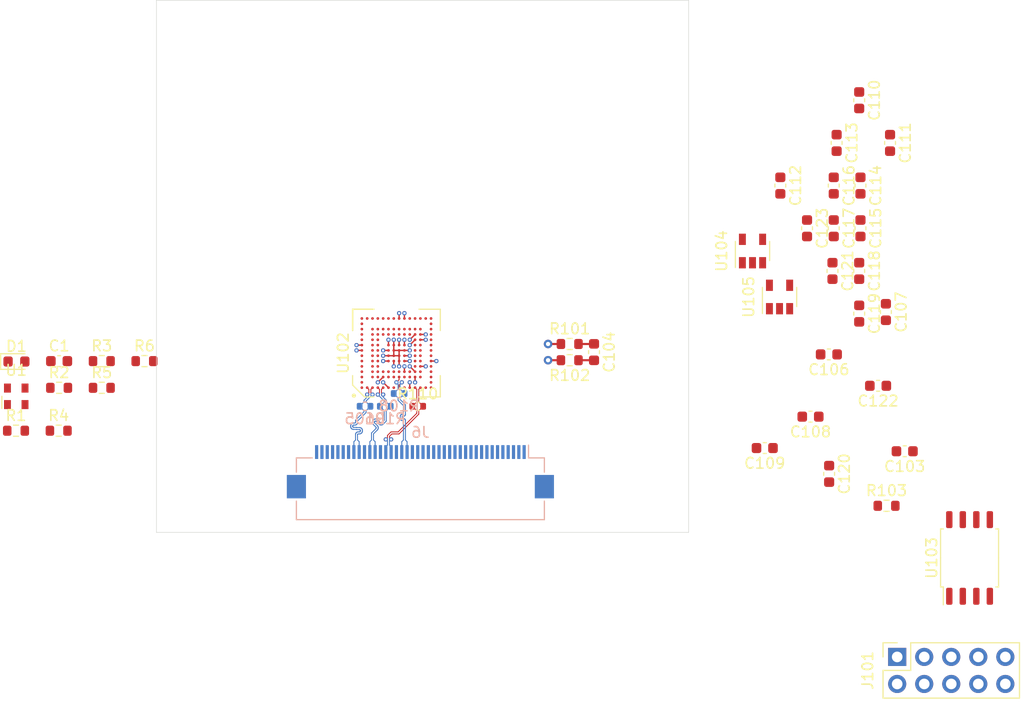
<source format=kicad_pcb>
(kicad_pcb (version 20171130) (host pcbnew 5.1.10)

  (general
    (thickness 1.6)
    (drawings 4)
    (tracks 408)
    (zones 0)
    (modules 42)
    (nets 137)
  )

  (page A4)
  (layers
    (0 F.Cu signal)
    (1 In1.Cu signal)
    (2 In2.Cu signal)
    (31 B.Cu signal)
    (32 B.Adhes user)
    (33 F.Adhes user)
    (34 B.Paste user)
    (35 F.Paste user)
    (36 B.SilkS user hide)
    (37 F.SilkS user hide)
    (38 B.Mask user)
    (39 F.Mask user)
    (40 Dwgs.User user)
    (41 Cmts.User user)
    (42 Eco1.User user)
    (43 Eco2.User user)
    (44 Edge.Cuts user)
    (45 Margin user)
    (46 B.CrtYd user)
    (47 F.CrtYd user)
    (48 B.Fab user hide)
    (49 F.Fab user hide)
  )

  (setup
    (last_trace_width 0.127)
    (user_trace_width 0.088)
    (user_trace_width 0.127)
    (user_trace_width 0.2)
    (user_trace_width 0.5)
    (user_trace_width 1)
    (trace_clearance 0.09)
    (zone_clearance 0.508)
    (zone_45_only no)
    (trace_min 0.088)
    (via_size 0.8)
    (via_drill 0.4)
    (via_min_size 0.4)
    (via_min_drill 0.2)
    (user_via 0.4 0.2)
    (user_via 0.6 0.4)
    (uvia_size 0.3)
    (uvia_drill 0.1)
    (uvias_allowed no)
    (uvia_min_size 0.2)
    (uvia_min_drill 0.1)
    (edge_width 0.05)
    (segment_width 0.2)
    (pcb_text_width 0.3)
    (pcb_text_size 1.5 1.5)
    (mod_edge_width 0.12)
    (mod_text_size 1 1)
    (mod_text_width 0.15)
    (pad_size 0.25 0.25)
    (pad_drill 0)
    (pad_to_mask_clearance 0)
    (aux_axis_origin 0 0)
    (visible_elements FFFFFF7F)
    (pcbplotparams
      (layerselection 0x010fc_ffffffff)
      (usegerberextensions false)
      (usegerberattributes true)
      (usegerberadvancedattributes true)
      (creategerberjobfile true)
      (excludeedgelayer true)
      (linewidth 0.100000)
      (plotframeref false)
      (viasonmask false)
      (mode 1)
      (useauxorigin false)
      (hpglpennumber 1)
      (hpglpenspeed 20)
      (hpglpendiameter 15.000000)
      (psnegative false)
      (psa4output false)
      (plotreference true)
      (plotvalue true)
      (plotinvisibletext false)
      (padsonsilk false)
      (subtractmaskfromsilk false)
      (outputformat 1)
      (mirror false)
      (drillshape 1)
      (scaleselection 1)
      (outputdirectory ""))
  )

  (net 0 "")
  (net 1 GND)
  (net 2 +3V3)
  (net 3 "Net-(C104-Pad2)")
  (net 4 "Net-(C104-Pad1)")
  (net 5 +1V2)
  (net 6 +2V5)
  (net 7 /SS_B)
  (net 8 /SCK)
  (net 9 /SDO)
  (net 10 /SDI)
  (net 11 /CRESET)
  (net 12 /CDONE)
  (net 13 "Net-(J101-Pad4)")
  (net 14 "Net-(J101-Pad3)")
  (net 15 "Net-(R103-Pad2)")
  (net 16 "Net-(U102-PadP14)")
  (net 17 "Net-(U102-PadN14)")
  (net 18 "Net-(U102-PadM14)")
  (net 19 "Net-(U102-PadL14)")
  (net 20 "Net-(U102-PadK14)")
  (net 21 "Net-(U102-PadG14)")
  (net 22 "Net-(U102-PadF14)")
  (net 23 "Net-(U102-PadE14)")
  (net 24 "Net-(U102-PadD14)")
  (net 25 "Net-(U102-PadC14)")
  (net 26 "Net-(U102-PadB14)")
  (net 27 "Net-(U102-PadA13)")
  (net 28 "Net-(U102-PadM12)")
  (net 29 "Net-(U102-PadL12)")
  (net 30 "Net-(U102-PadK12)")
  (net 31 "Net-(U102-PadJ12)")
  (net 32 "Net-(U102-PadH12)")
  (net 33 "Net-(U102-PadG12)")
  (net 34 "Net-(U102-PadF12)")
  (net 35 "Net-(U102-PadE12)")
  (net 36 "Net-(U102-PadD12)")
  (net 37 "Net-(U102-PadC12)")
  (net 38 "Net-(U102-PadA12)")
  (net 39 "Net-(U102-PadK11)")
  (net 40 "Net-(U102-PadJ11)")
  (net 41 "Net-(U102-PadH11)")
  (net 42 "Net-(U102-PadG11)")
  (net 43 "Net-(U102-PadF11)")
  (net 44 "Net-(U102-PadE11)")
  (net 45 "Net-(U102-PadD11)")
  (net 46 "Net-(U102-PadC11)")
  (net 47 "Net-(U102-PadA11)")
  (net 48 "Net-(U102-PadD10)")
  (net 49 "Net-(U102-PadC10)")
  (net 50 "Net-(U102-PadA10)")
  (net 51 "Net-(U102-PadD9)")
  (net 52 "Net-(U102-PadC9)")
  (net 53 "Net-(U102-PadD8)")
  (net 54 "Net-(U102-PadC8)")
  (net 55 "Net-(U102-PadD7)")
  (net 56 "Net-(U102-PadC7)")
  (net 57 "Net-(U102-PadA7)")
  (net 58 "Net-(U102-PadD6)")
  (net 59 "Net-(U102-PadC6)")
  (net 60 "Net-(U102-PadA6)")
  (net 61 "Net-(U102-PadD5)")
  (net 62 "Net-(U102-PadC5)")
  (net 63 "Net-(U102-PadA5)")
  (net 64 "Net-(U102-PadC4)")
  (net 65 "Net-(U102-PadA4)")
  (net 66 "Net-(U102-PadA3)")
  (net 67 "Net-(U102-PadA2)")
  (net 68 "Net-(U102-PadA1)")
  (net 69 "Net-(U104-Pad4)")
  (net 70 "Net-(U105-Pad4)")
  (net 71 "Net-(U102-PadH4)")
  (net 72 "Net-(U102-PadG4)")
  (net 73 "Net-(U102-PadF4)")
  (net 74 "Net-(U102-PadE4)")
  (net 75 "Net-(U102-PadD4)")
  (net 76 "Net-(U102-PadF3)")
  (net 77 /43)
  (net 78 /37)
  (net 79 /42)
  (net 80 /36)
  (net 81 /39)
  (net 82 /40)
  (net 83 /35)
  (net 84 /34)
  (net 85 /38)
  (net 86 /33)
  (net 87 /31)
  (net 88 /32)
  (net 89 /29)
  (net 90 /30)
  (net 91 /28)
  (net 92 /25)
  (net 93 /27)
  (net 94 /24)
  (net 95 /26)
  (net 96 /41)
  (net 97 "Net-(U102-PadK4)")
  (net 98 "Net-(U102-PadK3)")
  (net 99 /LED_VCCS)
  (net 100 /LED_EN)
  (net 101 /LED_PWM)
  (net 102 "Net-(J6-Pad21)")
  (net 103 "Net-(J6-Pad20)")
  (net 104 /RxCLK+)
  (net 105 /RxCLK-)
  (net 106 /Rxin2+)
  (net 107 /Rxin2-)
  (net 108 /Rxin1+)
  (net 109 /Rxin1-)
  (net 110 /Rxin0+)
  (net 111 /Rxin0-)
  (net 112 /DATA_EDID)
  (net 113 /CLK_EDID)
  (net 114 /VEDID)
  (net 115 "Net-(J6-PadMP)")
  (net 116 "Net-(U102-PadJ3)")
  (net 117 "Net-(U102-PadG3)")
  (net 118 "Net-(U102-PadD3)")
  (net 119 "Net-(U102-PadC3)")
  (net 120 "Net-(U102-PadJ1)")
  (net 121 "Net-(U102-PadG1)")
  (net 122 "Net-(J6-Pad40)")
  (net 123 "Net-(J6-Pad36)")
  (net 124 "Net-(J6-Pad18)")
  (net 125 "Net-(J6-Pad17)")
  (net 126 "Net-(J6-Pad15)")
  (net 127 "Net-(J6-Pad14)")
  (net 128 "Net-(J6-Pad12)")
  (net 129 "Net-(J6-Pad11)")
  (net 130 "Net-(J6-Pad7)")
  (net 131 "Net-(J6-Pad4)")
  (net 132 "Net-(D1-Pad2)")
  (net 133 GNDPWR)
  (net 134 "Net-(R1-Pad1)")
  (net 135 "Net-(R6-Pad1)")
  (net 136 /CLOCK)

  (net_class Default "This is the default net class."
    (clearance 0.09)
    (trace_width 0.127)
    (via_dia 0.8)
    (via_drill 0.4)
    (uvia_dia 0.3)
    (uvia_drill 0.1)
    (add_net +1V2)
    (add_net +2V5)
    (add_net +3V3)
    (add_net /24)
    (add_net /25)
    (add_net /26)
    (add_net /27)
    (add_net /28)
    (add_net /29)
    (add_net /30)
    (add_net /31)
    (add_net /32)
    (add_net /33)
    (add_net /34)
    (add_net /35)
    (add_net /36)
    (add_net /37)
    (add_net /38)
    (add_net /39)
    (add_net /40)
    (add_net /41)
    (add_net /42)
    (add_net /43)
    (add_net /CDONE)
    (add_net /CLK_EDID)
    (add_net /CLOCK)
    (add_net /CRESET)
    (add_net /DATA_EDID)
    (add_net /LED_EN)
    (add_net /LED_PWM)
    (add_net /LED_VCCS)
    (add_net /SCK)
    (add_net /SDI)
    (add_net /SDO)
    (add_net /SS_B)
    (add_net /VEDID)
    (add_net GND)
    (add_net GNDPWR)
    (add_net "Net-(C104-Pad1)")
    (add_net "Net-(C104-Pad2)")
    (add_net "Net-(D1-Pad2)")
    (add_net "Net-(J101-Pad3)")
    (add_net "Net-(J101-Pad4)")
    (add_net "Net-(J6-Pad11)")
    (add_net "Net-(J6-Pad12)")
    (add_net "Net-(J6-Pad14)")
    (add_net "Net-(J6-Pad15)")
    (add_net "Net-(J6-Pad17)")
    (add_net "Net-(J6-Pad18)")
    (add_net "Net-(J6-Pad20)")
    (add_net "Net-(J6-Pad21)")
    (add_net "Net-(J6-Pad36)")
    (add_net "Net-(J6-Pad4)")
    (add_net "Net-(J6-Pad40)")
    (add_net "Net-(J6-Pad7)")
    (add_net "Net-(J6-PadMP)")
    (add_net "Net-(R1-Pad1)")
    (add_net "Net-(R103-Pad2)")
    (add_net "Net-(R6-Pad1)")
    (add_net "Net-(U102-PadA1)")
    (add_net "Net-(U102-PadA10)")
    (add_net "Net-(U102-PadA11)")
    (add_net "Net-(U102-PadA12)")
    (add_net "Net-(U102-PadA13)")
    (add_net "Net-(U102-PadA2)")
    (add_net "Net-(U102-PadA3)")
    (add_net "Net-(U102-PadA4)")
    (add_net "Net-(U102-PadA5)")
    (add_net "Net-(U102-PadA6)")
    (add_net "Net-(U102-PadA7)")
    (add_net "Net-(U102-PadB14)")
    (add_net "Net-(U102-PadC10)")
    (add_net "Net-(U102-PadC11)")
    (add_net "Net-(U102-PadC12)")
    (add_net "Net-(U102-PadC14)")
    (add_net "Net-(U102-PadC3)")
    (add_net "Net-(U102-PadC4)")
    (add_net "Net-(U102-PadC5)")
    (add_net "Net-(U102-PadC6)")
    (add_net "Net-(U102-PadC7)")
    (add_net "Net-(U102-PadC8)")
    (add_net "Net-(U102-PadC9)")
    (add_net "Net-(U102-PadD10)")
    (add_net "Net-(U102-PadD11)")
    (add_net "Net-(U102-PadD12)")
    (add_net "Net-(U102-PadD14)")
    (add_net "Net-(U102-PadD3)")
    (add_net "Net-(U102-PadD4)")
    (add_net "Net-(U102-PadD5)")
    (add_net "Net-(U102-PadD6)")
    (add_net "Net-(U102-PadD7)")
    (add_net "Net-(U102-PadD8)")
    (add_net "Net-(U102-PadD9)")
    (add_net "Net-(U102-PadE11)")
    (add_net "Net-(U102-PadE12)")
    (add_net "Net-(U102-PadE14)")
    (add_net "Net-(U102-PadE4)")
    (add_net "Net-(U102-PadF11)")
    (add_net "Net-(U102-PadF12)")
    (add_net "Net-(U102-PadF14)")
    (add_net "Net-(U102-PadF3)")
    (add_net "Net-(U102-PadF4)")
    (add_net "Net-(U102-PadG1)")
    (add_net "Net-(U102-PadG11)")
    (add_net "Net-(U102-PadG12)")
    (add_net "Net-(U102-PadG14)")
    (add_net "Net-(U102-PadG3)")
    (add_net "Net-(U102-PadG4)")
    (add_net "Net-(U102-PadH11)")
    (add_net "Net-(U102-PadH12)")
    (add_net "Net-(U102-PadH4)")
    (add_net "Net-(U102-PadJ1)")
    (add_net "Net-(U102-PadJ11)")
    (add_net "Net-(U102-PadJ12)")
    (add_net "Net-(U102-PadJ3)")
    (add_net "Net-(U102-PadK11)")
    (add_net "Net-(U102-PadK12)")
    (add_net "Net-(U102-PadK14)")
    (add_net "Net-(U102-PadK3)")
    (add_net "Net-(U102-PadK4)")
    (add_net "Net-(U102-PadL12)")
    (add_net "Net-(U102-PadL14)")
    (add_net "Net-(U102-PadM12)")
    (add_net "Net-(U102-PadM14)")
    (add_net "Net-(U102-PadN14)")
    (add_net "Net-(U102-PadP14)")
    (add_net "Net-(U104-Pad4)")
    (add_net "Net-(U105-Pad4)")
  )

  (net_class Diff100 ""
    (clearance 0.09)
    (trace_width 0.0889)
    (via_dia 0.4)
    (via_drill 0.2)
    (uvia_dia 0.3)
    (uvia_drill 0.1)
    (diff_pair_width 0.0889)
    (diff_pair_gap 0.1016)
    (add_net /RxCLK+)
    (add_net /RxCLK-)
    (add_net /Rxin0+)
    (add_net /Rxin0-)
    (add_net /Rxin1+)
    (add_net /Rxin1-)
    (add_net /Rxin2+)
    (add_net /Rxin2-)
  )

  (module Oscillator:Oscillator_SMD_Abracon_ASDMB-4Pin_2.5x2.0mm (layer F.Cu) (tedit 5CA1C904) (tstamp 61753D69)
    (at 110.075001 117.465001)
    (descr "Miniature Crystal Clock Oscillator Abracon ASDMB series, 2.5x2.0mm package, http://www.abracon.com/Oscillators/ASDMB.pdf")
    (tags "SMD SMT crystal oscillator")
    (path /61B7BD60)
    (attr smd)
    (fp_text reference U1 (at 0 -2.45) (layer F.SilkS)
      (effects (font (size 1 1) (thickness 0.15)))
    )
    (fp_text value ASDMB-xxxMHz (at 0 2.45) (layer F.Fab)
      (effects (font (size 1 1) (thickness 0.15)))
    )
    (fp_text user %R (at 0 0) (layer F.Fab)
      (effects (font (size 0.6 0.6) (thickness 0.105)))
    )
    (fp_line (start -1.25 -1) (end 1.25 -1) (layer F.Fab) (width 0.1))
    (fp_line (start 1.25 -1) (end 1.25 1) (layer F.Fab) (width 0.1))
    (fp_line (start 1.25 1) (end -0.75 1) (layer F.Fab) (width 0.1))
    (fp_line (start -1.25 0.5) (end -1.25 -1) (layer F.Fab) (width 0.1))
    (fp_line (start -1.25 0.5) (end -0.75 1) (layer F.Fab) (width 0.1))
    (fp_line (start -1.35 0) (end -1.35 1.14) (layer F.SilkS) (width 0.12))
    (fp_line (start -1.5 -1.45) (end -1.5 1.45) (layer F.CrtYd) (width 0.05))
    (fp_line (start -1.5 1.45) (end 1.5 1.45) (layer F.CrtYd) (width 0.05))
    (fp_line (start 1.5 1.45) (end 1.5 -1.45) (layer F.CrtYd) (width 0.05))
    (fp_line (start 1.5 -1.45) (end -1.5 -1.45) (layer F.CrtYd) (width 0.05))
    (pad 4 smd rect (at -0.825 -0.775) (size 0.65 0.85) (layers F.Cu F.Paste F.Mask)
      (net 2 +3V3))
    (pad 3 smd rect (at 0.825 -0.775) (size 0.65 0.85) (layers F.Cu F.Paste F.Mask)
      (net 136 /CLOCK))
    (pad 2 smd rect (at 0.825 0.775) (size 0.65 0.85) (layers F.Cu F.Paste F.Mask)
      (net 1 GND))
    (pad 1 smd rect (at -0.825 0.775) (size 0.65 0.85) (layers F.Cu F.Paste F.Mask)
      (net 135 "Net-(R6-Pad1)"))
    (model ${KISYS3DMOD}/Oscillator.3dshapes/Oscillator_SMD_Abracon_ASDMB-4Pin_2.5x2.0mm.wrl
      (at (xyz 0 0 0))
      (scale (xyz 1 1 1))
      (rotate (xyz 0 0 0))
    )
  )

  (module Resistor_SMD:R_0603_1608Metric (layer F.Cu) (tedit 5F68FEEE) (tstamp 61753C86)
    (at 122.125001 114.155001)
    (descr "Resistor SMD 0603 (1608 Metric), square (rectangular) end terminal, IPC_7351 nominal, (Body size source: IPC-SM-782 page 72, https://www.pcb-3d.com/wordpress/wp-content/uploads/ipc-sm-782a_amendment_1_and_2.pdf), generated with kicad-footprint-generator")
    (tags resistor)
    (path /61BB2D95)
    (attr smd)
    (fp_text reference R6 (at 0 -1.43) (layer F.SilkS)
      (effects (font (size 1 1) (thickness 0.15)))
    )
    (fp_text value 10k (at 0 1.43) (layer F.Fab)
      (effects (font (size 1 1) (thickness 0.15)))
    )
    (fp_text user %R (at 0 0) (layer F.Fab)
      (effects (font (size 0.4 0.4) (thickness 0.06)))
    )
    (fp_line (start -0.8 0.4125) (end -0.8 -0.4125) (layer F.Fab) (width 0.1))
    (fp_line (start -0.8 -0.4125) (end 0.8 -0.4125) (layer F.Fab) (width 0.1))
    (fp_line (start 0.8 -0.4125) (end 0.8 0.4125) (layer F.Fab) (width 0.1))
    (fp_line (start 0.8 0.4125) (end -0.8 0.4125) (layer F.Fab) (width 0.1))
    (fp_line (start -0.237258 -0.5225) (end 0.237258 -0.5225) (layer F.SilkS) (width 0.12))
    (fp_line (start -0.237258 0.5225) (end 0.237258 0.5225) (layer F.SilkS) (width 0.12))
    (fp_line (start -1.48 0.73) (end -1.48 -0.73) (layer F.CrtYd) (width 0.05))
    (fp_line (start -1.48 -0.73) (end 1.48 -0.73) (layer F.CrtYd) (width 0.05))
    (fp_line (start 1.48 -0.73) (end 1.48 0.73) (layer F.CrtYd) (width 0.05))
    (fp_line (start 1.48 0.73) (end -1.48 0.73) (layer F.CrtYd) (width 0.05))
    (pad 2 smd roundrect (at 0.825 0) (size 0.8 0.95) (layers F.Cu F.Paste F.Mask) (roundrect_rratio 0.25)
      (net 2 +3V3))
    (pad 1 smd roundrect (at -0.825 0) (size 0.8 0.95) (layers F.Cu F.Paste F.Mask) (roundrect_rratio 0.25)
      (net 135 "Net-(R6-Pad1)"))
    (model ${KISYS3DMOD}/Resistor_SMD.3dshapes/R_0603_1608Metric.wrl
      (at (xyz 0 0 0))
      (scale (xyz 1 1 1))
      (rotate (xyz 0 0 0))
    )
  )

  (module Resistor_SMD:R_0603_1608Metric (layer F.Cu) (tedit 5F68FEEE) (tstamp 61753C75)
    (at 118.115001 116.665001)
    (descr "Resistor SMD 0603 (1608 Metric), square (rectangular) end terminal, IPC_7351 nominal, (Body size source: IPC-SM-782 page 72, https://www.pcb-3d.com/wordpress/wp-content/uploads/ipc-sm-782a_amendment_1_and_2.pdf), generated with kicad-footprint-generator")
    (tags resistor)
    (path /61A3787D)
    (attr smd)
    (fp_text reference R5 (at 0 -1.43) (layer F.SilkS)
      (effects (font (size 1 1) (thickness 0.15)))
    )
    (fp_text value 22R (at 0 1.43) (layer F.Fab)
      (effects (font (size 1 1) (thickness 0.15)))
    )
    (fp_text user %R (at 0 0) (layer F.Fab)
      (effects (font (size 0.4 0.4) (thickness 0.06)))
    )
    (fp_line (start -0.8 0.4125) (end -0.8 -0.4125) (layer F.Fab) (width 0.1))
    (fp_line (start -0.8 -0.4125) (end 0.8 -0.4125) (layer F.Fab) (width 0.1))
    (fp_line (start 0.8 -0.4125) (end 0.8 0.4125) (layer F.Fab) (width 0.1))
    (fp_line (start 0.8 0.4125) (end -0.8 0.4125) (layer F.Fab) (width 0.1))
    (fp_line (start -0.237258 -0.5225) (end 0.237258 -0.5225) (layer F.SilkS) (width 0.12))
    (fp_line (start -0.237258 0.5225) (end 0.237258 0.5225) (layer F.SilkS) (width 0.12))
    (fp_line (start -1.48 0.73) (end -1.48 -0.73) (layer F.CrtYd) (width 0.05))
    (fp_line (start -1.48 -0.73) (end 1.48 -0.73) (layer F.CrtYd) (width 0.05))
    (fp_line (start 1.48 -0.73) (end 1.48 0.73) (layer F.CrtYd) (width 0.05))
    (fp_line (start 1.48 0.73) (end -1.48 0.73) (layer F.CrtYd) (width 0.05))
    (pad 2 smd roundrect (at 0.825 0) (size 0.8 0.95) (layers F.Cu F.Paste F.Mask) (roundrect_rratio 0.25)
      (net 12 /CDONE))
    (pad 1 smd roundrect (at -0.825 0) (size 0.8 0.95) (layers F.Cu F.Paste F.Mask) (roundrect_rratio 0.25)
      (net 132 "Net-(D1-Pad2)"))
    (model ${KISYS3DMOD}/Resistor_SMD.3dshapes/R_0603_1608Metric.wrl
      (at (xyz 0 0 0))
      (scale (xyz 1 1 1))
      (rotate (xyz 0 0 0))
    )
  )

  (module Resistor_SMD:R_0603_1608Metric (layer F.Cu) (tedit 5F68FEEE) (tstamp 61753C64)
    (at 114.065001 120.695001)
    (descr "Resistor SMD 0603 (1608 Metric), square (rectangular) end terminal, IPC_7351 nominal, (Body size source: IPC-SM-782 page 72, https://www.pcb-3d.com/wordpress/wp-content/uploads/ipc-sm-782a_amendment_1_and_2.pdf), generated with kicad-footprint-generator")
    (tags resistor)
    (path /619EC8A8)
    (attr smd)
    (fp_text reference R4 (at 0 -1.43) (layer F.SilkS)
      (effects (font (size 1 1) (thickness 0.15)))
    )
    (fp_text value 2k2 (at 0 1.43) (layer F.Fab)
      (effects (font (size 1 1) (thickness 0.15)))
    )
    (fp_text user %R (at 0 0) (layer F.Fab)
      (effects (font (size 0.4 0.4) (thickness 0.06)))
    )
    (fp_line (start -0.8 0.4125) (end -0.8 -0.4125) (layer F.Fab) (width 0.1))
    (fp_line (start -0.8 -0.4125) (end 0.8 -0.4125) (layer F.Fab) (width 0.1))
    (fp_line (start 0.8 -0.4125) (end 0.8 0.4125) (layer F.Fab) (width 0.1))
    (fp_line (start 0.8 0.4125) (end -0.8 0.4125) (layer F.Fab) (width 0.1))
    (fp_line (start -0.237258 -0.5225) (end 0.237258 -0.5225) (layer F.SilkS) (width 0.12))
    (fp_line (start -0.237258 0.5225) (end 0.237258 0.5225) (layer F.SilkS) (width 0.12))
    (fp_line (start -1.48 0.73) (end -1.48 -0.73) (layer F.CrtYd) (width 0.05))
    (fp_line (start -1.48 -0.73) (end 1.48 -0.73) (layer F.CrtYd) (width 0.05))
    (fp_line (start 1.48 -0.73) (end 1.48 0.73) (layer F.CrtYd) (width 0.05))
    (fp_line (start 1.48 0.73) (end -1.48 0.73) (layer F.CrtYd) (width 0.05))
    (pad 2 smd roundrect (at 0.825 0) (size 0.8 0.95) (layers F.Cu F.Paste F.Mask) (roundrect_rratio 0.25)
      (net 2 +3V3))
    (pad 1 smd roundrect (at -0.825 0) (size 0.8 0.95) (layers F.Cu F.Paste F.Mask) (roundrect_rratio 0.25)
      (net 12 /CDONE))
    (model ${KISYS3DMOD}/Resistor_SMD.3dshapes/R_0603_1608Metric.wrl
      (at (xyz 0 0 0))
      (scale (xyz 1 1 1))
      (rotate (xyz 0 0 0))
    )
  )

  (module Resistor_SMD:R_0603_1608Metric (layer F.Cu) (tedit 5F68FEEE) (tstamp 61753C53)
    (at 118.115001 114.155001)
    (descr "Resistor SMD 0603 (1608 Metric), square (rectangular) end terminal, IPC_7351 nominal, (Body size source: IPC-SM-782 page 72, https://www.pcb-3d.com/wordpress/wp-content/uploads/ipc-sm-782a_amendment_1_and_2.pdf), generated with kicad-footprint-generator")
    (tags resistor)
    (path /61AA0112)
    (attr smd)
    (fp_text reference R3 (at 0 -1.43) (layer F.SilkS)
      (effects (font (size 1 1) (thickness 0.15)))
    )
    (fp_text value 10k (at 0 1.43) (layer F.Fab)
      (effects (font (size 1 1) (thickness 0.15)))
    )
    (fp_text user %R (at 0 0) (layer F.Fab)
      (effects (font (size 0.4 0.4) (thickness 0.06)))
    )
    (fp_line (start -0.8 0.4125) (end -0.8 -0.4125) (layer F.Fab) (width 0.1))
    (fp_line (start -0.8 -0.4125) (end 0.8 -0.4125) (layer F.Fab) (width 0.1))
    (fp_line (start 0.8 -0.4125) (end 0.8 0.4125) (layer F.Fab) (width 0.1))
    (fp_line (start 0.8 0.4125) (end -0.8 0.4125) (layer F.Fab) (width 0.1))
    (fp_line (start -0.237258 -0.5225) (end 0.237258 -0.5225) (layer F.SilkS) (width 0.12))
    (fp_line (start -0.237258 0.5225) (end 0.237258 0.5225) (layer F.SilkS) (width 0.12))
    (fp_line (start -1.48 0.73) (end -1.48 -0.73) (layer F.CrtYd) (width 0.05))
    (fp_line (start -1.48 -0.73) (end 1.48 -0.73) (layer F.CrtYd) (width 0.05))
    (fp_line (start 1.48 -0.73) (end 1.48 0.73) (layer F.CrtYd) (width 0.05))
    (fp_line (start 1.48 0.73) (end -1.48 0.73) (layer F.CrtYd) (width 0.05))
    (pad 2 smd roundrect (at 0.825 0) (size 0.8 0.95) (layers F.Cu F.Paste F.Mask) (roundrect_rratio 0.25)
      (net 2 +3V3))
    (pad 1 smd roundrect (at -0.825 0) (size 0.8 0.95) (layers F.Cu F.Paste F.Mask) (roundrect_rratio 0.25)
      (net 11 /CRESET))
    (model ${KISYS3DMOD}/Resistor_SMD.3dshapes/R_0603_1608Metric.wrl
      (at (xyz 0 0 0))
      (scale (xyz 1 1 1))
      (rotate (xyz 0 0 0))
    )
  )

  (module Resistor_SMD:R_0603_1608Metric (layer F.Cu) (tedit 5F68FEEE) (tstamp 61753C42)
    (at 114.105001 116.665001)
    (descr "Resistor SMD 0603 (1608 Metric), square (rectangular) end terminal, IPC_7351 nominal, (Body size source: IPC-SM-782 page 72, https://www.pcb-3d.com/wordpress/wp-content/uploads/ipc-sm-782a_amendment_1_and_2.pdf), generated with kicad-footprint-generator")
    (tags resistor)
    (path /618E9115)
    (attr smd)
    (fp_text reference R2 (at 0 -1.43) (layer F.SilkS)
      (effects (font (size 1 1) (thickness 0.15)))
    )
    (fp_text value 22R (at 0 1.43) (layer F.Fab)
      (effects (font (size 1 1) (thickness 0.15)))
    )
    (fp_text user %R (at 0 0) (layer F.Fab)
      (effects (font (size 0.4 0.4) (thickness 0.06)))
    )
    (fp_line (start -0.8 0.4125) (end -0.8 -0.4125) (layer F.Fab) (width 0.1))
    (fp_line (start -0.8 -0.4125) (end 0.8 -0.4125) (layer F.Fab) (width 0.1))
    (fp_line (start 0.8 -0.4125) (end 0.8 0.4125) (layer F.Fab) (width 0.1))
    (fp_line (start 0.8 0.4125) (end -0.8 0.4125) (layer F.Fab) (width 0.1))
    (fp_line (start -0.237258 -0.5225) (end 0.237258 -0.5225) (layer F.SilkS) (width 0.12))
    (fp_line (start -0.237258 0.5225) (end 0.237258 0.5225) (layer F.SilkS) (width 0.12))
    (fp_line (start -1.48 0.73) (end -1.48 -0.73) (layer F.CrtYd) (width 0.05))
    (fp_line (start -1.48 -0.73) (end 1.48 -0.73) (layer F.CrtYd) (width 0.05))
    (fp_line (start 1.48 -0.73) (end 1.48 0.73) (layer F.CrtYd) (width 0.05))
    (fp_line (start 1.48 0.73) (end -1.48 0.73) (layer F.CrtYd) (width 0.05))
    (pad 2 smd roundrect (at 0.825 0) (size 0.8 0.95) (layers F.Cu F.Paste F.Mask) (roundrect_rratio 0.25)
      (net 134 "Net-(R1-Pad1)"))
    (pad 1 smd roundrect (at -0.825 0) (size 0.8 0.95) (layers F.Cu F.Paste F.Mask) (roundrect_rratio 0.25)
      (net 7 /SS_B))
    (model ${KISYS3DMOD}/Resistor_SMD.3dshapes/R_0603_1608Metric.wrl
      (at (xyz 0 0 0))
      (scale (xyz 1 1 1))
      (rotate (xyz 0 0 0))
    )
  )

  (module Resistor_SMD:R_0603_1608Metric (layer F.Cu) (tedit 5F68FEEE) (tstamp 61753C31)
    (at 110.055001 120.695001)
    (descr "Resistor SMD 0603 (1608 Metric), square (rectangular) end terminal, IPC_7351 nominal, (Body size source: IPC-SM-782 page 72, https://www.pcb-3d.com/wordpress/wp-content/uploads/ipc-sm-782a_amendment_1_and_2.pdf), generated with kicad-footprint-generator")
    (tags resistor)
    (path /61943A34)
    (attr smd)
    (fp_text reference R1 (at 0 -1.43) (layer F.SilkS)
      (effects (font (size 1 1) (thickness 0.15)))
    )
    (fp_text value 10k (at 0 1.43) (layer F.Fab)
      (effects (font (size 1 1) (thickness 0.15)))
    )
    (fp_text user %R (at 0 0) (layer F.Fab)
      (effects (font (size 0.4 0.4) (thickness 0.06)))
    )
    (fp_line (start -0.8 0.4125) (end -0.8 -0.4125) (layer F.Fab) (width 0.1))
    (fp_line (start -0.8 -0.4125) (end 0.8 -0.4125) (layer F.Fab) (width 0.1))
    (fp_line (start 0.8 -0.4125) (end 0.8 0.4125) (layer F.Fab) (width 0.1))
    (fp_line (start 0.8 0.4125) (end -0.8 0.4125) (layer F.Fab) (width 0.1))
    (fp_line (start -0.237258 -0.5225) (end 0.237258 -0.5225) (layer F.SilkS) (width 0.12))
    (fp_line (start -0.237258 0.5225) (end 0.237258 0.5225) (layer F.SilkS) (width 0.12))
    (fp_line (start -1.48 0.73) (end -1.48 -0.73) (layer F.CrtYd) (width 0.05))
    (fp_line (start -1.48 -0.73) (end 1.48 -0.73) (layer F.CrtYd) (width 0.05))
    (fp_line (start 1.48 -0.73) (end 1.48 0.73) (layer F.CrtYd) (width 0.05))
    (fp_line (start 1.48 0.73) (end -1.48 0.73) (layer F.CrtYd) (width 0.05))
    (pad 2 smd roundrect (at 0.825 0) (size 0.8 0.95) (layers F.Cu F.Paste F.Mask) (roundrect_rratio 0.25)
      (net 2 +3V3))
    (pad 1 smd roundrect (at -0.825 0) (size 0.8 0.95) (layers F.Cu F.Paste F.Mask) (roundrect_rratio 0.25)
      (net 134 "Net-(R1-Pad1)"))
    (model ${KISYS3DMOD}/Resistor_SMD.3dshapes/R_0603_1608Metric.wrl
      (at (xyz 0 0 0))
      (scale (xyz 1 1 1))
      (rotate (xyz 0 0 0))
    )
  )

  (module LED_SMD:LED_0603_1608Metric (layer F.Cu) (tedit 5F68FEF1) (tstamp 61753B4E)
    (at 110.095001 114.195001)
    (descr "LED SMD 0603 (1608 Metric), square (rectangular) end terminal, IPC_7351 nominal, (Body size source: http://www.tortai-tech.com/upload/download/2011102023233369053.pdf), generated with kicad-footprint-generator")
    (tags LED)
    (path /61A38A30)
    (attr smd)
    (fp_text reference D1 (at 0 -1.43) (layer F.SilkS)
      (effects (font (size 1 1) (thickness 0.15)))
    )
    (fp_text value Green (at 0 1.43) (layer F.Fab)
      (effects (font (size 1 1) (thickness 0.15)))
    )
    (fp_text user %R (at 0 0) (layer F.Fab)
      (effects (font (size 0.4 0.4) (thickness 0.06)))
    )
    (fp_line (start 0.8 -0.4) (end -0.5 -0.4) (layer F.Fab) (width 0.1))
    (fp_line (start -0.5 -0.4) (end -0.8 -0.1) (layer F.Fab) (width 0.1))
    (fp_line (start -0.8 -0.1) (end -0.8 0.4) (layer F.Fab) (width 0.1))
    (fp_line (start -0.8 0.4) (end 0.8 0.4) (layer F.Fab) (width 0.1))
    (fp_line (start 0.8 0.4) (end 0.8 -0.4) (layer F.Fab) (width 0.1))
    (fp_line (start 0.8 -0.735) (end -1.485 -0.735) (layer F.SilkS) (width 0.12))
    (fp_line (start -1.485 -0.735) (end -1.485 0.735) (layer F.SilkS) (width 0.12))
    (fp_line (start -1.485 0.735) (end 0.8 0.735) (layer F.SilkS) (width 0.12))
    (fp_line (start -1.48 0.73) (end -1.48 -0.73) (layer F.CrtYd) (width 0.05))
    (fp_line (start -1.48 -0.73) (end 1.48 -0.73) (layer F.CrtYd) (width 0.05))
    (fp_line (start 1.48 -0.73) (end 1.48 0.73) (layer F.CrtYd) (width 0.05))
    (fp_line (start 1.48 0.73) (end -1.48 0.73) (layer F.CrtYd) (width 0.05))
    (pad 2 smd roundrect (at 0.7875 0) (size 0.875 0.95) (layers F.Cu F.Paste F.Mask) (roundrect_rratio 0.25)
      (net 132 "Net-(D1-Pad2)"))
    (pad 1 smd roundrect (at -0.7875 0) (size 0.875 0.95) (layers F.Cu F.Paste F.Mask) (roundrect_rratio 0.25)
      (net 1 GND))
    (model ${KISYS3DMOD}/LED_SMD.3dshapes/LED_0603_1608Metric.wrl
      (at (xyz 0 0 0))
      (scale (xyz 1 1 1))
      (rotate (xyz 0 0 0))
    )
  )

  (module Capacitor_SMD:C_0603_1608Metric (layer F.Cu) (tedit 5F68FEEE) (tstamp 617538BB)
    (at 114.105001 114.155001)
    (descr "Capacitor SMD 0603 (1608 Metric), square (rectangular) end terminal, IPC_7351 nominal, (Body size source: IPC-SM-782 page 76, https://www.pcb-3d.com/wordpress/wp-content/uploads/ipc-sm-782a_amendment_1_and_2.pdf), generated with kicad-footprint-generator")
    (tags capacitor)
    (path /61C71BA2)
    (attr smd)
    (fp_text reference C1 (at 0 -1.43) (layer F.SilkS)
      (effects (font (size 1 1) (thickness 0.15)))
    )
    (fp_text value 10n (at 0 1.43) (layer F.Fab)
      (effects (font (size 1 1) (thickness 0.15)))
    )
    (fp_text user %R (at 0 0) (layer F.Fab)
      (effects (font (size 0.4 0.4) (thickness 0.06)))
    )
    (fp_line (start -0.8 0.4) (end -0.8 -0.4) (layer F.Fab) (width 0.1))
    (fp_line (start -0.8 -0.4) (end 0.8 -0.4) (layer F.Fab) (width 0.1))
    (fp_line (start 0.8 -0.4) (end 0.8 0.4) (layer F.Fab) (width 0.1))
    (fp_line (start 0.8 0.4) (end -0.8 0.4) (layer F.Fab) (width 0.1))
    (fp_line (start -0.14058 -0.51) (end 0.14058 -0.51) (layer F.SilkS) (width 0.12))
    (fp_line (start -0.14058 0.51) (end 0.14058 0.51) (layer F.SilkS) (width 0.12))
    (fp_line (start -1.48 0.73) (end -1.48 -0.73) (layer F.CrtYd) (width 0.05))
    (fp_line (start -1.48 -0.73) (end 1.48 -0.73) (layer F.CrtYd) (width 0.05))
    (fp_line (start 1.48 -0.73) (end 1.48 0.73) (layer F.CrtYd) (width 0.05))
    (fp_line (start 1.48 0.73) (end -1.48 0.73) (layer F.CrtYd) (width 0.05))
    (pad 2 smd roundrect (at 0.775 0) (size 0.9 0.95) (layers F.Cu F.Paste F.Mask) (roundrect_rratio 0.25)
      (net 2 +3V3))
    (pad 1 smd roundrect (at -0.775 0) (size 0.9 0.95) (layers F.Cu F.Paste F.Mask) (roundrect_rratio 0.25)
      (net 1 GND))
    (model ${KISYS3DMOD}/Capacitor_SMD.3dshapes/C_0603_1608Metric.wrl
      (at (xyz 0 0 0))
      (scale (xyz 1 1 1))
      (rotate (xyz 0 0 0))
    )
  )

  (module Resistor_SMD:R_0603_1608Metric (layer F.Cu) (tedit 5F68FEEE) (tstamp 616A3E0F)
    (at 162.078 114.07 180)
    (descr "Resistor SMD 0603 (1608 Metric), square (rectangular) end terminal, IPC_7351 nominal, (Body size source: IPC-SM-782 page 72, https://www.pcb-3d.com/wordpress/wp-content/uploads/ipc-sm-782a_amendment_1_and_2.pdf), generated with kicad-footprint-generator")
    (tags resistor)
    (path /616A4FB0)
    (attr smd)
    (fp_text reference R102 (at 0 -1.43) (layer F.SilkS)
      (effects (font (size 1 1) (thickness 0.15)))
    )
    (fp_text value NM (at 0 1.43) (layer F.Fab)
      (effects (font (size 1 1) (thickness 0.15)))
    )
    (fp_line (start -0.8 0.4125) (end -0.8 -0.4125) (layer F.Fab) (width 0.1))
    (fp_line (start -0.8 -0.4125) (end 0.8 -0.4125) (layer F.Fab) (width 0.1))
    (fp_line (start 0.8 -0.4125) (end 0.8 0.4125) (layer F.Fab) (width 0.1))
    (fp_line (start 0.8 0.4125) (end -0.8 0.4125) (layer F.Fab) (width 0.1))
    (fp_line (start -0.237258 -0.5225) (end 0.237258 -0.5225) (layer F.SilkS) (width 0.12))
    (fp_line (start -0.237258 0.5225) (end 0.237258 0.5225) (layer F.SilkS) (width 0.12))
    (fp_line (start -1.48 0.73) (end -1.48 -0.73) (layer F.CrtYd) (width 0.05))
    (fp_line (start -1.48 -0.73) (end 1.48 -0.73) (layer F.CrtYd) (width 0.05))
    (fp_line (start 1.48 -0.73) (end 1.48 0.73) (layer F.CrtYd) (width 0.05))
    (fp_line (start 1.48 0.73) (end -1.48 0.73) (layer F.CrtYd) (width 0.05))
    (fp_text user %R (at 0 0) (layer F.Fab)
      (effects (font (size 0.4 0.4) (thickness 0.06)))
    )
    (pad 2 smd roundrect (at 0.825 0 180) (size 0.8 0.95) (layers F.Cu F.Paste F.Mask) (roundrect_rratio 0.25)
      (net 1 GND))
    (pad 1 smd roundrect (at -0.825 0 180) (size 0.8 0.95) (layers F.Cu F.Paste F.Mask) (roundrect_rratio 0.25)
      (net 3 "Net-(C104-Pad2)"))
    (model ${KISYS3DMOD}/Resistor_SMD.3dshapes/R_0603_1608Metric.wrl
      (at (xyz 0 0 0))
      (scale (xyz 1 1 1))
      (rotate (xyz 0 0 0))
    )
  )

  (module Capacitor_SMD:C_0603_1608Metric (layer F.Cu) (tedit 5F68FEEE) (tstamp 616A3C4F)
    (at 164.364 113.308 270)
    (descr "Capacitor SMD 0603 (1608 Metric), square (rectangular) end terminal, IPC_7351 nominal, (Body size source: IPC-SM-782 page 76, https://www.pcb-3d.com/wordpress/wp-content/uploads/ipc-sm-782a_amendment_1_and_2.pdf), generated with kicad-footprint-generator")
    (tags capacitor)
    (path /616CE953)
    (attr smd)
    (fp_text reference C104 (at 0 -1.43 90) (layer F.SilkS)
      (effects (font (size 1 1) (thickness 0.15)))
    )
    (fp_text value NM (at 0 1.43 90) (layer F.Fab)
      (effects (font (size 1 1) (thickness 0.15)))
    )
    (fp_line (start -0.8 0.4) (end -0.8 -0.4) (layer F.Fab) (width 0.1))
    (fp_line (start -0.8 -0.4) (end 0.8 -0.4) (layer F.Fab) (width 0.1))
    (fp_line (start 0.8 -0.4) (end 0.8 0.4) (layer F.Fab) (width 0.1))
    (fp_line (start 0.8 0.4) (end -0.8 0.4) (layer F.Fab) (width 0.1))
    (fp_line (start -0.14058 -0.51) (end 0.14058 -0.51) (layer F.SilkS) (width 0.12))
    (fp_line (start -0.14058 0.51) (end 0.14058 0.51) (layer F.SilkS) (width 0.12))
    (fp_line (start -1.48 0.73) (end -1.48 -0.73) (layer F.CrtYd) (width 0.05))
    (fp_line (start -1.48 -0.73) (end 1.48 -0.73) (layer F.CrtYd) (width 0.05))
    (fp_line (start 1.48 -0.73) (end 1.48 0.73) (layer F.CrtYd) (width 0.05))
    (fp_line (start 1.48 0.73) (end -1.48 0.73) (layer F.CrtYd) (width 0.05))
    (fp_text user %R (at 0 0 90) (layer F.Fab)
      (effects (font (size 0.4 0.4) (thickness 0.06)))
    )
    (pad 2 smd roundrect (at 0.775 0 270) (size 0.9 0.95) (layers F.Cu F.Paste F.Mask) (roundrect_rratio 0.25)
      (net 3 "Net-(C104-Pad2)"))
    (pad 1 smd roundrect (at -0.775 0 270) (size 0.9 0.95) (layers F.Cu F.Paste F.Mask) (roundrect_rratio 0.25)
      (net 4 "Net-(C104-Pad1)"))
    (model ${KISYS3DMOD}/Capacitor_SMD.3dshapes/C_0603_1608Metric.wrl
      (at (xyz 0 0 0))
      (scale (xyz 1 1 1))
      (rotate (xyz 0 0 0))
    )
  )

  (module Resistor_SMD:R_0603_1608Metric (layer F.Cu) (tedit 5F68FEEE) (tstamp 616A3DFE)
    (at 162.078 112.546)
    (descr "Resistor SMD 0603 (1608 Metric), square (rectangular) end terminal, IPC_7351 nominal, (Body size source: IPC-SM-782 page 72, https://www.pcb-3d.com/wordpress/wp-content/uploads/ipc-sm-782a_amendment_1_and_2.pdf), generated with kicad-footprint-generator")
    (tags resistor)
    (path /616A48E5)
    (attr smd)
    (fp_text reference R101 (at 0 -1.43) (layer F.SilkS)
      (effects (font (size 1 1) (thickness 0.15)))
    )
    (fp_text value 0R (at 0 1.43) (layer F.Fab)
      (effects (font (size 1 1) (thickness 0.15)))
    )
    (fp_line (start -0.8 0.4125) (end -0.8 -0.4125) (layer F.Fab) (width 0.1))
    (fp_line (start -0.8 -0.4125) (end 0.8 -0.4125) (layer F.Fab) (width 0.1))
    (fp_line (start 0.8 -0.4125) (end 0.8 0.4125) (layer F.Fab) (width 0.1))
    (fp_line (start 0.8 0.4125) (end -0.8 0.4125) (layer F.Fab) (width 0.1))
    (fp_line (start -0.237258 -0.5225) (end 0.237258 -0.5225) (layer F.SilkS) (width 0.12))
    (fp_line (start -0.237258 0.5225) (end 0.237258 0.5225) (layer F.SilkS) (width 0.12))
    (fp_line (start -1.48 0.73) (end -1.48 -0.73) (layer F.CrtYd) (width 0.05))
    (fp_line (start -1.48 -0.73) (end 1.48 -0.73) (layer F.CrtYd) (width 0.05))
    (fp_line (start 1.48 -0.73) (end 1.48 0.73) (layer F.CrtYd) (width 0.05))
    (fp_line (start 1.48 0.73) (end -1.48 0.73) (layer F.CrtYd) (width 0.05))
    (fp_text user %R (at 0 0) (layer F.Fab)
      (effects (font (size 0.4 0.4) (thickness 0.06)))
    )
    (pad 2 smd roundrect (at 0.825 0) (size 0.8 0.95) (layers F.Cu F.Paste F.Mask) (roundrect_rratio 0.25)
      (net 4 "Net-(C104-Pad1)"))
    (pad 1 smd roundrect (at -0.825 0) (size 0.8 0.95) (layers F.Cu F.Paste F.Mask) (roundrect_rratio 0.25)
      (net 2 +3V3))
    (model ${KISYS3DMOD}/Resistor_SMD.3dshapes/R_0603_1608Metric.wrl
      (at (xyz 0 0 0))
      (scale (xyz 1 1 1))
      (rotate (xyz 0 0 0))
    )
  )

  (module Connector_FFC-FPC:Hirose_FH12-40S-0.5SH_1x40-1MP_P0.50mm_Horizontal (layer B.Cu) (tedit 5D24667B) (tstamp 616C42E8)
    (at 148.05 124.55 180)
    (descr "Hirose FH12, FFC/FPC connector, FH12-40S-0.5SH, 40 Pins per row (https://www.hirose.com/product/en/products/FH12/FH12-24S-0.5SH(55)/), generated with kicad-footprint-generator")
    (tags "connector Hirose FH12 horizontal")
    (path /6222F849)
    (attr smd)
    (fp_text reference J6 (at 0 3.7) (layer B.SilkS)
      (effects (font (size 1 1) (thickness 0.15)) (justify mirror))
    )
    (fp_text value Conn_01x40_MountingPin (at 0 -5.6) (layer B.Fab)
      (effects (font (size 1 1) (thickness 0.15)) (justify mirror))
    )
    (fp_line (start 13.05 3) (end -13.05 3) (layer B.CrtYd) (width 0.05))
    (fp_line (start 13.05 -4.9) (end 13.05 3) (layer B.CrtYd) (width 0.05))
    (fp_line (start -13.05 -4.9) (end 13.05 -4.9) (layer B.CrtYd) (width 0.05))
    (fp_line (start -13.05 3) (end -13.05 -4.9) (layer B.CrtYd) (width 0.05))
    (fp_line (start -9.75 0.492893) (end -9.25 1.2) (layer B.Fab) (width 0.1))
    (fp_line (start -10.25 1.2) (end -9.75 0.492893) (layer B.Fab) (width 0.1))
    (fp_line (start -10.16 1.3) (end -10.16 2.5) (layer B.SilkS) (width 0.12))
    (fp_line (start 11.65 -4.5) (end 11.65 -2.76) (layer B.SilkS) (width 0.12))
    (fp_line (start -11.65 -4.5) (end 11.65 -4.5) (layer B.SilkS) (width 0.12))
    (fp_line (start -11.65 -2.76) (end -11.65 -4.5) (layer B.SilkS) (width 0.12))
    (fp_line (start 11.65 1.3) (end 11.65 -0.04) (layer B.SilkS) (width 0.12))
    (fp_line (start 10.16 1.3) (end 11.65 1.3) (layer B.SilkS) (width 0.12))
    (fp_line (start -11.65 1.3) (end -11.65 -0.04) (layer B.SilkS) (width 0.12))
    (fp_line (start -10.16 1.3) (end -11.65 1.3) (layer B.SilkS) (width 0.12))
    (fp_line (start 11.45 -4.4) (end 0 -4.4) (layer B.Fab) (width 0.1))
    (fp_line (start 11.45 -3.7) (end 11.45 -4.4) (layer B.Fab) (width 0.1))
    (fp_line (start 10.95 -3.7) (end 11.45 -3.7) (layer B.Fab) (width 0.1))
    (fp_line (start 10.95 -3.4) (end 10.95 -3.7) (layer B.Fab) (width 0.1))
    (fp_line (start 11.55 -3.4) (end 10.95 -3.4) (layer B.Fab) (width 0.1))
    (fp_line (start 11.55 1.2) (end 11.55 -3.4) (layer B.Fab) (width 0.1))
    (fp_line (start 0 1.2) (end 11.55 1.2) (layer B.Fab) (width 0.1))
    (fp_line (start -11.45 -4.4) (end 0 -4.4) (layer B.Fab) (width 0.1))
    (fp_line (start -11.45 -3.7) (end -11.45 -4.4) (layer B.Fab) (width 0.1))
    (fp_line (start -10.95 -3.7) (end -11.45 -3.7) (layer B.Fab) (width 0.1))
    (fp_line (start -10.95 -3.4) (end -10.95 -3.7) (layer B.Fab) (width 0.1))
    (fp_line (start -11.55 -3.4) (end -10.95 -3.4) (layer B.Fab) (width 0.1))
    (fp_line (start -11.55 1.2) (end -11.55 -3.4) (layer B.Fab) (width 0.1))
    (fp_line (start 0 1.2) (end -11.55 1.2) (layer B.Fab) (width 0.1))
    (fp_text user %R (at 0 -3.7) (layer B.Fab)
      (effects (font (size 1 1) (thickness 0.15)) (justify mirror))
    )
    (pad 40 smd rect (at 9.75 1.85 180) (size 0.3 1.3) (layers B.Cu B.Paste B.Mask)
      (net 122 "Net-(J6-Pad40)"))
    (pad 39 smd rect (at 9.25 1.85 180) (size 0.3 1.3) (layers B.Cu B.Paste B.Mask)
      (net 2 +3V3))
    (pad 38 smd rect (at 8.75 1.85 180) (size 0.3 1.3) (layers B.Cu B.Paste B.Mask)
      (net 2 +3V3))
    (pad 37 smd rect (at 8.25 1.85 180) (size 0.3 1.3) (layers B.Cu B.Paste B.Mask)
      (net 114 /VEDID))
    (pad 36 smd rect (at 7.75 1.85 180) (size 0.3 1.3) (layers B.Cu B.Paste B.Mask)
      (net 123 "Net-(J6-Pad36)"))
    (pad 35 smd rect (at 7.25 1.85 180) (size 0.3 1.3) (layers B.Cu B.Paste B.Mask)
      (net 113 /CLK_EDID))
    (pad 34 smd rect (at 6.75 1.85 180) (size 0.3 1.3) (layers B.Cu B.Paste B.Mask)
      (net 112 /DATA_EDID))
    (pad 33 smd rect (at 6.25 1.85 180) (size 0.3 1.3) (layers B.Cu B.Paste B.Mask)
      (net 111 /Rxin0-))
    (pad 32 smd rect (at 5.75 1.85 180) (size 0.3 1.3) (layers B.Cu B.Paste B.Mask)
      (net 110 /Rxin0+))
    (pad 31 smd rect (at 5.25 1.85 180) (size 0.3 1.3) (layers B.Cu B.Paste B.Mask)
      (net 1 GND))
    (pad 30 smd rect (at 4.75 1.85 180) (size 0.3 1.3) (layers B.Cu B.Paste B.Mask)
      (net 109 /Rxin1-))
    (pad 29 smd rect (at 4.25 1.85 180) (size 0.3 1.3) (layers B.Cu B.Paste B.Mask)
      (net 108 /Rxin1+))
    (pad 28 smd rect (at 3.75 1.85 180) (size 0.3 1.3) (layers B.Cu B.Paste B.Mask)
      (net 1 GND))
    (pad 27 smd rect (at 3.25 1.85 180) (size 0.3 1.3) (layers B.Cu B.Paste B.Mask)
      (net 107 /Rxin2-))
    (pad 26 smd rect (at 2.75 1.85 180) (size 0.3 1.3) (layers B.Cu B.Paste B.Mask)
      (net 106 /Rxin2+))
    (pad 25 smd rect (at 2.25 1.85 180) (size 0.3 1.3) (layers B.Cu B.Paste B.Mask)
      (net 1 GND))
    (pad 24 smd rect (at 1.75 1.85 180) (size 0.3 1.3) (layers B.Cu B.Paste B.Mask)
      (net 105 /RxCLK-))
    (pad 23 smd rect (at 1.25 1.85 180) (size 0.3 1.3) (layers B.Cu B.Paste B.Mask)
      (net 104 /RxCLK+))
    (pad 22 smd rect (at 0.75 1.85 180) (size 0.3 1.3) (layers B.Cu B.Paste B.Mask)
      (net 1 GND))
    (pad 21 smd rect (at 0.25 1.85 180) (size 0.3 1.3) (layers B.Cu B.Paste B.Mask)
      (net 102 "Net-(J6-Pad21)"))
    (pad 20 smd rect (at -0.25 1.85 180) (size 0.3 1.3) (layers B.Cu B.Paste B.Mask)
      (net 103 "Net-(J6-Pad20)"))
    (pad 19 smd rect (at -0.75 1.85 180) (size 0.3 1.3) (layers B.Cu B.Paste B.Mask)
      (net 1 GND))
    (pad 18 smd rect (at -1.25 1.85 180) (size 0.3 1.3) (layers B.Cu B.Paste B.Mask)
      (net 124 "Net-(J6-Pad18)"))
    (pad 17 smd rect (at -1.75 1.85 180) (size 0.3 1.3) (layers B.Cu B.Paste B.Mask)
      (net 125 "Net-(J6-Pad17)"))
    (pad 16 smd rect (at -2.25 1.85 180) (size 0.3 1.3) (layers B.Cu B.Paste B.Mask)
      (net 1 GND))
    (pad 15 smd rect (at -2.75 1.85 180) (size 0.3 1.3) (layers B.Cu B.Paste B.Mask)
      (net 126 "Net-(J6-Pad15)"))
    (pad 14 smd rect (at -3.25 1.85 180) (size 0.3 1.3) (layers B.Cu B.Paste B.Mask)
      (net 127 "Net-(J6-Pad14)"))
    (pad 13 smd rect (at -3.75 1.85 180) (size 0.3 1.3) (layers B.Cu B.Paste B.Mask)
      (net 1 GND))
    (pad 12 smd rect (at -4.25 1.85 180) (size 0.3 1.3) (layers B.Cu B.Paste B.Mask)
      (net 128 "Net-(J6-Pad12)"))
    (pad 11 smd rect (at -4.75 1.85 180) (size 0.3 1.3) (layers B.Cu B.Paste B.Mask)
      (net 129 "Net-(J6-Pad11)"))
    (pad 10 smd rect (at -5.25 1.85 180) (size 0.3 1.3) (layers B.Cu B.Paste B.Mask)
      (net 133 GNDPWR))
    (pad 9 smd rect (at -5.75 1.85 180) (size 0.3 1.3) (layers B.Cu B.Paste B.Mask)
      (net 133 GNDPWR))
    (pad 8 smd rect (at -6.25 1.85 180) (size 0.3 1.3) (layers B.Cu B.Paste B.Mask)
      (net 133 GNDPWR))
    (pad 7 smd rect (at -6.75 1.85 180) (size 0.3 1.3) (layers B.Cu B.Paste B.Mask)
      (net 130 "Net-(J6-Pad7)"))
    (pad 6 smd rect (at -7.25 1.85 180) (size 0.3 1.3) (layers B.Cu B.Paste B.Mask)
      (net 101 /LED_PWM))
    (pad 5 smd rect (at -7.75 1.85 180) (size 0.3 1.3) (layers B.Cu B.Paste B.Mask)
      (net 100 /LED_EN))
    (pad 4 smd rect (at -8.25 1.85 180) (size 0.3 1.3) (layers B.Cu B.Paste B.Mask)
      (net 131 "Net-(J6-Pad4)"))
    (pad 3 smd rect (at -8.75 1.85 180) (size 0.3 1.3) (layers B.Cu B.Paste B.Mask)
      (net 99 /LED_VCCS))
    (pad 2 smd rect (at -9.25 1.85 180) (size 0.3 1.3) (layers B.Cu B.Paste B.Mask)
      (net 99 /LED_VCCS))
    (pad 1 smd rect (at -9.75 1.85 180) (size 0.3 1.3) (layers B.Cu B.Paste B.Mask)
      (net 99 /LED_VCCS))
    (pad MP smd rect (at -11.65 -1.4 180) (size 1.8 2.2) (layers B.Cu B.Paste B.Mask)
      (net 115 "Net-(J6-PadMP)"))
    (pad MP smd rect (at 11.65 -1.4 180) (size 1.8 2.2) (layers B.Cu B.Paste B.Mask)
      (net 115 "Net-(J6-PadMP)"))
    (model ${KISYS3DMOD}/Connector_FFC-FPC.3dshapes/Hirose_FH12-40S-0.5SH_1x40-1MP_P0.50mm_Horizontal.wrl
      (at (xyz 0 0 0))
      (scale (xyz 1 1 1))
      (rotate (xyz 0 0 0))
    )
  )

  (module Resistor_SMD:R_0402_1005Metric (layer B.Cu) (tedit 5F68FEEE) (tstamp 616CA53C)
    (at 146.05 117.2)
    (descr "Resistor SMD 0402 (1005 Metric), square (rectangular) end terminal, IPC_7351 nominal, (Body size source: IPC-SM-782 page 72, https://www.pcb-3d.com/wordpress/wp-content/uploads/ipc-sm-782a_amendment_1_and_2.pdf), generated with kicad-footprint-generator")
    (tags resistor)
    (path /6185971D)
    (attr smd)
    (fp_text reference R108 (at 0 1.17) (layer B.SilkS)
      (effects (font (size 1 1) (thickness 0.15)) (justify mirror))
    )
    (fp_text value "100R 1%" (at 0 -1.17) (layer B.Fab)
      (effects (font (size 1 1) (thickness 0.15)) (justify mirror))
    )
    (fp_line (start -0.525 -0.27) (end -0.525 0.27) (layer B.Fab) (width 0.1))
    (fp_line (start -0.525 0.27) (end 0.525 0.27) (layer B.Fab) (width 0.1))
    (fp_line (start 0.525 0.27) (end 0.525 -0.27) (layer B.Fab) (width 0.1))
    (fp_line (start 0.525 -0.27) (end -0.525 -0.27) (layer B.Fab) (width 0.1))
    (fp_line (start -0.153641 0.38) (end 0.153641 0.38) (layer B.SilkS) (width 0.12))
    (fp_line (start -0.153641 -0.38) (end 0.153641 -0.38) (layer B.SilkS) (width 0.12))
    (fp_line (start -0.93 -0.47) (end -0.93 0.47) (layer B.CrtYd) (width 0.05))
    (fp_line (start -0.93 0.47) (end 0.93 0.47) (layer B.CrtYd) (width 0.05))
    (fp_line (start 0.93 0.47) (end 0.93 -0.47) (layer B.CrtYd) (width 0.05))
    (fp_line (start 0.93 -0.47) (end -0.93 -0.47) (layer B.CrtYd) (width 0.05))
    (fp_text user %R (at 0 0) (layer B.Fab)
      (effects (font (size 0.26 0.26) (thickness 0.04)) (justify mirror))
    )
    (pad 2 smd roundrect (at 0.51 0) (size 0.54 0.64) (layers B.Cu B.Paste B.Mask) (roundrect_rratio 0.25)
      (net 104 /RxCLK+))
    (pad 1 smd roundrect (at -0.51 0) (size 0.54 0.64) (layers B.Cu B.Paste B.Mask) (roundrect_rratio 0.25)
      (net 105 /RxCLK-))
    (model ${KISYS3DMOD}/Resistor_SMD.3dshapes/R_0402_1005Metric.wrl
      (at (xyz 0 0 0))
      (scale (xyz 1 1 1))
      (rotate (xyz 0 0 0))
    )
  )

  (module Resistor_SMD:R_0402_1005Metric (layer F.Cu) (tedit 5F68FEEE) (tstamp 616CA88A)
    (at 147.8 118.4)
    (descr "Resistor SMD 0402 (1005 Metric), square (rectangular) end terminal, IPC_7351 nominal, (Body size source: IPC-SM-782 page 72, https://www.pcb-3d.com/wordpress/wp-content/uploads/ipc-sm-782a_amendment_1_and_2.pdf), generated with kicad-footprint-generator")
    (tags resistor)
    (path /618737A1)
    (attr smd)
    (fp_text reference R110 (at 0 -1.17 180) (layer F.SilkS)
      (effects (font (size 1 1) (thickness 0.15)))
    )
    (fp_text value "100R 1%" (at 0 1.17 180) (layer F.Fab)
      (effects (font (size 1 1) (thickness 0.15)))
    )
    (fp_line (start -0.525 0.27) (end -0.525 -0.27) (layer F.Fab) (width 0.1))
    (fp_line (start -0.525 -0.27) (end 0.525 -0.27) (layer F.Fab) (width 0.1))
    (fp_line (start 0.525 -0.27) (end 0.525 0.27) (layer F.Fab) (width 0.1))
    (fp_line (start 0.525 0.27) (end -0.525 0.27) (layer F.Fab) (width 0.1))
    (fp_line (start -0.153641 -0.38) (end 0.153641 -0.38) (layer F.SilkS) (width 0.12))
    (fp_line (start -0.153641 0.38) (end 0.153641 0.38) (layer F.SilkS) (width 0.12))
    (fp_line (start -0.93 0.47) (end -0.93 -0.47) (layer F.CrtYd) (width 0.05))
    (fp_line (start -0.93 -0.47) (end 0.93 -0.47) (layer F.CrtYd) (width 0.05))
    (fp_line (start 0.93 -0.47) (end 0.93 0.47) (layer F.CrtYd) (width 0.05))
    (fp_line (start 0.93 0.47) (end -0.93 0.47) (layer F.CrtYd) (width 0.05))
    (fp_text user %R (at 0 0 180) (layer F.Fab)
      (effects (font (size 0.26 0.26) (thickness 0.04)))
    )
    (pad 2 smd roundrect (at 0.51 0) (size 0.54 0.64) (layers F.Cu F.Paste F.Mask) (roundrect_rratio 0.25)
      (net 106 /Rxin2+))
    (pad 1 smd roundrect (at -0.51 0) (size 0.54 0.64) (layers F.Cu F.Paste F.Mask) (roundrect_rratio 0.25)
      (net 107 /Rxin2-))
    (model ${KISYS3DMOD}/Resistor_SMD.3dshapes/R_0402_1005Metric.wrl
      (at (xyz 0 0 0))
      (scale (xyz 1 1 1))
      (rotate (xyz 0 0 0))
    )
  )

  (module Resistor_SMD:R_0402_1005Metric (layer B.Cu) (tedit 5F68FEEE) (tstamp 616CA764)
    (at 142.85 118.4)
    (descr "Resistor SMD 0402 (1005 Metric), square (rectangular) end terminal, IPC_7351 nominal, (Body size source: IPC-SM-782 page 72, https://www.pcb-3d.com/wordpress/wp-content/uploads/ipc-sm-782a_amendment_1_and_2.pdf), generated with kicad-footprint-generator")
    (tags resistor)
    (path /61819E47)
    (attr smd)
    (fp_text reference R105 (at 0 1.17) (layer B.SilkS)
      (effects (font (size 1 1) (thickness 0.15)) (justify mirror))
    )
    (fp_text value "100R 1%" (at 0 -1.17) (layer B.Fab)
      (effects (font (size 1 1) (thickness 0.15)) (justify mirror))
    )
    (fp_line (start -0.525 -0.27) (end -0.525 0.27) (layer B.Fab) (width 0.1))
    (fp_line (start -0.525 0.27) (end 0.525 0.27) (layer B.Fab) (width 0.1))
    (fp_line (start 0.525 0.27) (end 0.525 -0.27) (layer B.Fab) (width 0.1))
    (fp_line (start 0.525 -0.27) (end -0.525 -0.27) (layer B.Fab) (width 0.1))
    (fp_line (start -0.153641 0.38) (end 0.153641 0.38) (layer B.SilkS) (width 0.12))
    (fp_line (start -0.153641 -0.38) (end 0.153641 -0.38) (layer B.SilkS) (width 0.12))
    (fp_line (start -0.93 -0.47) (end -0.93 0.47) (layer B.CrtYd) (width 0.05))
    (fp_line (start -0.93 0.47) (end 0.93 0.47) (layer B.CrtYd) (width 0.05))
    (fp_line (start 0.93 0.47) (end 0.93 -0.47) (layer B.CrtYd) (width 0.05))
    (fp_line (start 0.93 -0.47) (end -0.93 -0.47) (layer B.CrtYd) (width 0.05))
    (fp_text user %R (at 0 0) (layer B.Fab)
      (effects (font (size 0.26 0.26) (thickness 0.04)) (justify mirror))
    )
    (pad 2 smd roundrect (at 0.51 0) (size 0.54 0.64) (layers B.Cu B.Paste B.Mask) (roundrect_rratio 0.25)
      (net 110 /Rxin0+))
    (pad 1 smd roundrect (at -0.51 0) (size 0.54 0.64) (layers B.Cu B.Paste B.Mask) (roundrect_rratio 0.25)
      (net 111 /Rxin0-))
    (model ${KISYS3DMOD}/Resistor_SMD.3dshapes/R_0402_1005Metric.wrl
      (at (xyz 0 0 0))
      (scale (xyz 1 1 1))
      (rotate (xyz 0 0 0))
    )
  )

  (module ice40:Lattice_csBGA-132_Option2 (layer F.Cu) (tedit 616AAE0E) (tstamp 616CA618)
    (at 145.8 113.4 90)
    (path /616707D9)
    (attr smd)
    (fp_text reference U102 (at 0 -5 90) (layer F.SilkS)
      (effects (font (size 1 1) (thickness 0.15)))
    )
    (fp_text value iCE40HX1K-CB132 (at 0 5 90) (layer F.Fab)
      (effects (font (size 1 1) (thickness 0.15)))
    )
    (fp_line (start -3 -4) (end -4 -3) (layer F.Fab) (width 0.1))
    (fp_line (start -4 -3) (end -4 4) (layer F.Fab) (width 0.1))
    (fp_line (start -4 4) (end 4 4) (layer F.Fab) (width 0.1))
    (fp_line (start 4 4) (end 4 -4) (layer F.Fab) (width 0.1))
    (fp_line (start 4 -4) (end -3 -4) (layer F.Fab) (width 0.1))
    (fp_line (start 2.12 -4.12) (end 4.12 -4.12) (layer F.SilkS) (width 0.12))
    (fp_line (start 4.12 -4.12) (end 4.12 -2.12) (layer F.SilkS) (width 0.12))
    (fp_line (start 2.12 -4.12) (end 4.12 -4.12) (layer F.SilkS) (width 0.12))
    (fp_line (start 4.12 -4.12) (end 4.12 -2.12) (layer F.SilkS) (width 0.12))
    (fp_line (start 2.12 4.12) (end 4.12 4.12) (layer F.SilkS) (width 0.12))
    (fp_line (start 4.12 4.12) (end 4.12 2.12) (layer F.SilkS) (width 0.12))
    (fp_line (start 2.12 -4.12) (end 4.12 -4.12) (layer F.SilkS) (width 0.12))
    (fp_line (start 4.12 -4.12) (end 4.12 -2.12) (layer F.SilkS) (width 0.12))
    (fp_line (start -2.12 4.12) (end -4.12 4.12) (layer F.SilkS) (width 0.12))
    (fp_line (start -4.12 4.12) (end -4.12 2.12) (layer F.SilkS) (width 0.12))
    (fp_line (start -2.12 -4.12) (end -3 -4.12) (layer F.SilkS) (width 0.12))
    (fp_line (start -3 -4.12) (end -4.12 -3) (layer F.SilkS) (width 0.12))
    (fp_line (start -4.12 -3) (end -4.12 -2.12) (layer F.SilkS) (width 0.12))
    (fp_circle (center -4 -4) (end -4 -3.9) (layer F.SilkS) (width 0.2))
    (fp_line (start -4.25 -4.25) (end 4.25 -4.25) (layer F.CrtYd) (width 0.05))
    (fp_line (start 4.25 -4.25) (end 4.25 4.25) (layer F.CrtYd) (width 0.05))
    (fp_line (start 4.25 4.25) (end -4.25 4.25) (layer F.CrtYd) (width 0.05))
    (fp_line (start -4.25 4.25) (end -4.25 -4.25) (layer F.CrtYd) (width 0.05))
    (pad P14 smd circle (at 3.25 3.25 90) (size 0.254 0.254) (layers F.Cu F.Paste F.Mask)
      (net 16 "Net-(U102-PadP14)"))
    (pad N14 smd circle (at 3.25 2.75 90) (size 0.254 0.254) (layers F.Cu F.Paste F.Mask)
      (net 17 "Net-(U102-PadN14)"))
    (pad M14 smd circle (at 3.25 2.25 90) (size 0.254 0.254) (layers F.Cu F.Paste F.Mask)
      (net 18 "Net-(U102-PadM14)"))
    (pad L14 smd circle (at 3.25 1.75 90) (size 0.254 0.254) (layers F.Cu F.Paste F.Mask)
      (net 19 "Net-(U102-PadL14)"))
    (pad K14 smd circle (at 3.25 1.25 90) (size 0.254 0.254) (layers F.Cu F.Paste F.Mask)
      (net 20 "Net-(U102-PadK14)"))
    (pad J14 smd circle (at 3.25 0.75 90) (size 0.254 0.254) (layers F.Cu F.Paste F.Mask)
      (net 1 GND))
    (pad H14 smd circle (at 3.25 0.25 90) (size 0.254 0.254) (layers F.Cu F.Paste F.Mask)
      (net 2 +3V3))
    (pad G14 smd circle (at 3.25 -0.25 90) (size 0.254 0.254) (layers F.Cu F.Paste F.Mask)
      (net 21 "Net-(U102-PadG14)"))
    (pad F14 smd circle (at 3.25 -0.75 90) (size 0.254 0.254) (layers F.Cu F.Paste F.Mask)
      (net 22 "Net-(U102-PadF14)"))
    (pad E14 smd circle (at 3.25 -1.25 90) (size 0.254 0.254) (layers F.Cu F.Paste F.Mask)
      (net 23 "Net-(U102-PadE14)"))
    (pad D14 smd circle (at 3.25 -1.75 90) (size 0.254 0.254) (layers F.Cu F.Paste F.Mask)
      (net 24 "Net-(U102-PadD14)"))
    (pad C14 smd circle (at 3.25 -2.25 90) (size 0.254 0.254) (layers F.Cu F.Paste F.Mask)
      (net 25 "Net-(U102-PadC14)"))
    (pad B14 smd circle (at 3.25 -2.75 90) (size 0.254 0.254) (layers F.Cu F.Paste F.Mask)
      (net 26 "Net-(U102-PadB14)"))
    (pad A14 smd circle (at 3.25 -3.25 90) (size 0.254 0.254) (layers F.Cu F.Paste F.Mask)
      (net 6 +2V5))
    (pad P13 smd circle (at 2.75 3.25 90) (size 0.254 0.254) (layers F.Cu F.Paste F.Mask)
      (net 7 /SS_B))
    (pad A13 smd circle (at 2.75 -3.25 90) (size 0.254 0.254) (layers F.Cu F.Paste F.Mask)
      (net 27 "Net-(U102-PadA13)"))
    (pad P12 smd circle (at 2.25 3.25 90) (size 0.254 0.254) (layers F.Cu F.Paste F.Mask)
      (net 8 /SCK))
    (pad M12 smd circle (at 2.25 2.25 90) (size 0.254 0.254) (layers F.Cu F.Paste F.Mask)
      (net 28 "Net-(U102-PadM12)"))
    (pad L12 smd circle (at 2.25 1.75 90) (size 0.254 0.254) (layers F.Cu F.Paste F.Mask)
      (net 29 "Net-(U102-PadL12)"))
    (pad K12 smd circle (at 2.25 1.25 90) (size 0.254 0.254) (layers F.Cu F.Paste F.Mask)
      (net 30 "Net-(U102-PadK12)"))
    (pad J12 smd circle (at 2.25 0.75 90) (size 0.254 0.254) (layers F.Cu F.Paste F.Mask)
      (net 31 "Net-(U102-PadJ12)"))
    (pad H12 smd circle (at 2.25 0.25 90) (size 0.254 0.254) (layers F.Cu F.Paste F.Mask)
      (net 32 "Net-(U102-PadH12)"))
    (pad G12 smd circle (at 2.25 -0.25 90) (size 0.254 0.254) (layers F.Cu F.Paste F.Mask)
      (net 33 "Net-(U102-PadG12)"))
    (pad F12 smd circle (at 2.25 -0.75 90) (size 0.254 0.254) (layers F.Cu F.Paste F.Mask)
      (net 34 "Net-(U102-PadF12)"))
    (pad E12 smd circle (at 2.25 -1.25 90) (size 0.254 0.254) (layers F.Cu F.Paste F.Mask)
      (net 35 "Net-(U102-PadE12)"))
    (pad D12 smd circle (at 2.25 -1.75 90) (size 0.254 0.254) (layers F.Cu F.Paste F.Mask)
      (net 36 "Net-(U102-PadD12)"))
    (pad C12 smd circle (at 2.25 -2.25 90) (size 0.254 0.254) (layers F.Cu F.Paste F.Mask)
      (net 37 "Net-(U102-PadC12)"))
    (pad A12 smd circle (at 2.25 -3.25 90) (size 0.254 0.254) (layers F.Cu F.Paste F.Mask)
      (net 38 "Net-(U102-PadA12)"))
    (pad P11 smd circle (at 1.75 3.25 90) (size 0.254 0.254) (layers F.Cu F.Paste F.Mask)
      (net 10 /SDI))
    (pad M11 smd circle (at 1.75 2.25 90) (size 0.254 0.254) (layers F.Cu F.Paste F.Mask)
      (net 9 /SDO))
    (pad L11 smd circle (at 1.75 1.75 90) (size 0.254 0.254) (layers F.Cu F.Paste F.Mask)
      (net 2 +3V3))
    (pad K11 smd circle (at 1.75 1.25 90) (size 0.254 0.254) (layers F.Cu F.Paste F.Mask)
      (net 39 "Net-(U102-PadK11)"))
    (pad J11 smd circle (at 1.75 0.75 90) (size 0.254 0.254) (layers F.Cu F.Paste F.Mask)
      (net 40 "Net-(U102-PadJ11)"))
    (pad H11 smd circle (at 1.75 0.25 90) (size 0.254 0.254) (layers F.Cu F.Paste F.Mask)
      (net 41 "Net-(U102-PadH11)"))
    (pad G11 smd circle (at 1.75 -0.25 90) (size 0.254 0.254) (layers F.Cu F.Paste F.Mask)
      (net 42 "Net-(U102-PadG11)"))
    (pad F11 smd circle (at 1.75 -0.75 90) (size 0.254 0.254) (layers F.Cu F.Paste F.Mask)
      (net 43 "Net-(U102-PadF11)"))
    (pad E11 smd circle (at 1.75 -1.25 90) (size 0.254 0.254) (layers F.Cu F.Paste F.Mask)
      (net 44 "Net-(U102-PadE11)"))
    (pad D11 smd circle (at 1.75 -1.75 90) (size 0.254 0.254) (layers F.Cu F.Paste F.Mask)
      (net 45 "Net-(U102-PadD11)"))
    (pad C11 smd circle (at 1.75 -2.25 90) (size 0.254 0.254) (layers F.Cu F.Paste F.Mask)
      (net 46 "Net-(U102-PadC11)"))
    (pad A11 smd circle (at 1.75 -3.25 90) (size 0.254 0.254) (layers F.Cu F.Paste F.Mask)
      (net 47 "Net-(U102-PadA11)"))
    (pad P10 smd circle (at 1.25 3.25 90) (size 0.254 0.254) (layers F.Cu F.Paste F.Mask)
      (net 77 /43))
    (pad M10 smd circle (at 1.25 2.25 90) (size 0.254 0.254) (layers F.Cu F.Paste F.Mask)
      (net 12 /CDONE))
    (pad L10 smd circle (at 1.25 1.75 90) (size 0.254 0.254) (layers F.Cu F.Paste F.Mask)
      (net 11 /CRESET))
    (pad D10 smd circle (at 1.25 -1.75 90) (size 0.254 0.254) (layers F.Cu F.Paste F.Mask)
      (net 48 "Net-(U102-PadD10)"))
    (pad C10 smd circle (at 1.25 -2.25 90) (size 0.254 0.254) (layers F.Cu F.Paste F.Mask)
      (net 49 "Net-(U102-PadC10)"))
    (pad A10 smd circle (at 1.25 -3.25 90) (size 0.254 0.254) (layers F.Cu F.Paste F.Mask)
      (net 50 "Net-(U102-PadA10)"))
    (pad P9 smd circle (at 0.75 3.25 90) (size 0.254 0.254) (layers F.Cu F.Paste F.Mask)
      (net 78 /37))
    (pad M9 smd circle (at 0.75 2.25 90) (size 0.254 0.254) (layers F.Cu F.Paste F.Mask)
      (net 96 /41))
    (pad L9 smd circle (at 0.75 1.75 90) (size 0.254 0.254) (layers F.Cu F.Paste F.Mask)
      (net 79 /42))
    (pad J9 smd circle (at 0.75 0.75 90) (size 0.254 0.254) (layers F.Cu F.Paste F.Mask)
      (net 2 +3V3))
    (pad H9 smd circle (at 0.75 0.25 90) (size 0.254 0.254) (layers F.Cu F.Paste F.Mask)
      (net 5 +1V2))
    (pad G9 smd circle (at 0.75 -0.25 90) (size 0.254 0.254) (layers F.Cu F.Paste F.Mask)
      (net 1 GND))
    (pad F9 smd circle (at 0.75 -0.75 90) (size 0.254 0.254) (layers F.Cu F.Paste F.Mask)
      (net 2 +3V3))
    (pad D9 smd circle (at 0.75 -1.75 90) (size 0.254 0.254) (layers F.Cu F.Paste F.Mask)
      (net 51 "Net-(U102-PadD9)"))
    (pad C9 smd circle (at 0.75 -2.25 90) (size 0.254 0.254) (layers F.Cu F.Paste F.Mask)
      (net 52 "Net-(U102-PadC9)"))
    (pad A9 smd circle (at 0.75 -3.25 90) (size 0.254 0.254) (layers F.Cu F.Paste F.Mask)
      (net 1 GND))
    (pad P8 smd circle (at 0.25 3.25 90) (size 0.254 0.254) (layers F.Cu F.Paste F.Mask)
      (net 80 /36))
    (pad M8 smd circle (at 0.25 2.25 90) (size 0.254 0.254) (layers F.Cu F.Paste F.Mask)
      (net 81 /39))
    (pad L8 smd circle (at 0.25 1.75 90) (size 0.254 0.254) (layers F.Cu F.Paste F.Mask)
      (net 82 /40))
    (pad J8 smd circle (at 0.25 0.75 90) (size 0.254 0.254) (layers F.Cu F.Paste F.Mask)
      (net 1 GND))
    (pad H8 smd circle (at 0.25 0.25 90) (size 0.254 0.254) (layers F.Cu F.Paste F.Mask)
      (net 1 GND))
    (pad G8 smd circle (at 0.25 -0.25 90) (size 0.254 0.254) (layers F.Cu F.Paste F.Mask)
      (net 1 GND))
    (pad F8 smd circle (at 0.25 -0.75 90) (size 0.254 0.254) (layers F.Cu F.Paste F.Mask)
      (net 5 +1V2))
    (pad D8 smd circle (at 0.25 -1.75 90) (size 0.254 0.254) (layers F.Cu F.Paste F.Mask)
      (net 53 "Net-(U102-PadD8)"))
    (pad C8 smd circle (at 0.25 -2.25 90) (size 0.254 0.254) (layers F.Cu F.Paste F.Mask)
      (net 54 "Net-(U102-PadC8)"))
    (pad A8 smd circle (at 0.25 -3.25 90) (size 0.254 0.254) (layers F.Cu F.Paste F.Mask)
      (net 2 +3V3))
    (pad P7 smd circle (at -0.25 3.25 90) (size 0.254 0.254) (layers F.Cu F.Paste F.Mask)
      (net 83 /35))
    (pad M7 smd circle (at -0.25 2.25 90) (size 0.254 0.254) (layers F.Cu F.Paste F.Mask)
      (net 84 /34))
    (pad L7 smd circle (at -0.25 1.75 90) (size 0.254 0.254) (layers F.Cu F.Paste F.Mask)
      (net 85 /38))
    (pad J7 smd circle (at -0.25 0.75 90) (size 0.254 0.254) (layers F.Cu F.Paste F.Mask)
      (net 5 +1V2))
    (pad H7 smd circle (at -0.25 0.25 90) (size 0.254 0.254) (layers F.Cu F.Paste F.Mask)
      (net 1 GND))
    (pad G7 smd circle (at -0.25 -0.25 90) (size 0.254 0.254) (layers F.Cu F.Paste F.Mask)
      (net 1 GND))
    (pad F7 smd circle (at -0.25 -0.75 90) (size 0.254 0.254) (layers F.Cu F.Paste F.Mask)
      (net 1 GND))
    (pad D7 smd circle (at -0.25 -1.75 90) (size 0.254 0.254) (layers F.Cu F.Paste F.Mask)
      (net 55 "Net-(U102-PadD7)"))
    (pad C7 smd circle (at -0.25 -2.25 90) (size 0.254 0.254) (layers F.Cu F.Paste F.Mask)
      (net 56 "Net-(U102-PadC7)"))
    (pad A7 smd circle (at -0.25 -3.25 90) (size 0.254 0.254) (layers F.Cu F.Paste F.Mask)
      (net 57 "Net-(U102-PadA7)"))
    (pad P6 smd circle (at -0.75 3.25 90) (size 0.254 0.254) (layers F.Cu F.Paste F.Mask)
      (net 1 GND))
    (pad M6 smd circle (at -0.75 2.25 90) (size 0.254 0.254) (layers F.Cu F.Paste F.Mask)
      (net 86 /33))
    (pad L6 smd circle (at -0.75 1.75 90) (size 0.254 0.254) (layers F.Cu F.Paste F.Mask)
      (net 87 /31))
    (pad J6 smd circle (at -0.75 0.75 90) (size 0.254 0.254) (layers F.Cu F.Paste F.Mask)
      (net 6 +2V5))
    (pad H6 smd circle (at -0.75 0.25 90) (size 0.254 0.254) (layers F.Cu F.Paste F.Mask)
      (net 1 GND))
    (pad G6 smd circle (at -0.75 -0.25 90) (size 0.254 0.254) (layers F.Cu F.Paste F.Mask)
      (net 5 +1V2))
    (pad F6 smd circle (at -0.75 -0.75 90) (size 0.254 0.254) (layers F.Cu F.Paste F.Mask)
      (net 2 +3V3))
    (pad D6 smd circle (at -0.75 -1.75 90) (size 0.254 0.254) (layers F.Cu F.Paste F.Mask)
      (net 58 "Net-(U102-PadD6)"))
    (pad C6 smd circle (at -0.75 -2.25 90) (size 0.254 0.254) (layers F.Cu F.Paste F.Mask)
      (net 59 "Net-(U102-PadC6)"))
    (pad A6 smd circle (at -0.75 -3.25 90) (size 0.254 0.254) (layers F.Cu F.Paste F.Mask)
      (net 60 "Net-(U102-PadA6)"))
    (pad P5 smd circle (at -1.25 3.25 90) (size 0.254 0.254) (layers F.Cu F.Paste F.Mask)
      (net 88 /32))
    (pad M5 smd circle (at -1.25 2.25 90) (size 0.254 0.254) (layers F.Cu F.Paste F.Mask)
      (net 2 +3V3))
    (pad L5 smd circle (at -1.25 1.75 90) (size 0.254 0.254) (layers F.Cu F.Paste F.Mask)
      (net 89 /29))
    (pad D5 smd circle (at -1.25 -1.75 90) (size 0.254 0.254) (layers F.Cu F.Paste F.Mask)
      (net 61 "Net-(U102-PadD5)"))
    (pad C5 smd circle (at -1.25 -2.25 90) (size 0.254 0.254) (layers F.Cu F.Paste F.Mask)
      (net 62 "Net-(U102-PadC5)"))
    (pad A5 smd circle (at -1.25 -3.25 90) (size 0.254 0.254) (layers F.Cu F.Paste F.Mask)
      (net 63 "Net-(U102-PadA5)"))
    (pad P4 smd circle (at -1.75 3.25 90) (size 0.254 0.254) (layers F.Cu F.Paste F.Mask)
      (net 90 /30))
    (pad M4 smd circle (at -1.75 2.25 90) (size 0.254 0.254) (layers F.Cu F.Paste F.Mask)
      (net 91 /28))
    (pad L4 smd circle (at -1.75 1.75 90) (size 0.254 0.254) (layers F.Cu F.Paste F.Mask)
      (net 92 /25))
    (pad K4 smd circle (at -1.75 1.25 90) (size 0.254 0.254) (layers F.Cu F.Paste F.Mask)
      (net 97 "Net-(U102-PadK4)"))
    (pad J4 smd circle (at -1.75 0.75 90) (size 0.254 0.254) (layers F.Cu F.Paste F.Mask)
      (net 5 +1V2))
    (pad H4 smd circle (at -1.75 0.25 90) (size 0.254 0.254) (layers F.Cu F.Paste F.Mask)
      (net 71 "Net-(U102-PadH4)"))
    (pad G4 smd circle (at -1.75 -0.25 90) (size 0.254 0.254) (layers F.Cu F.Paste F.Mask)
      (net 72 "Net-(U102-PadG4)"))
    (pad F4 smd circle (at -1.75 -0.75 90) (size 0.254 0.254) (layers F.Cu F.Paste F.Mask)
      (net 73 "Net-(U102-PadF4)"))
    (pad E4 smd circle (at -1.75 -1.25 90) (size 0.254 0.254) (layers F.Cu F.Paste F.Mask)
      (net 74 "Net-(U102-PadE4)"))
    (pad D4 smd circle (at -1.75 -1.75 90) (size 0.254 0.254) (layers F.Cu F.Paste F.Mask)
      (net 75 "Net-(U102-PadD4)"))
    (pad C4 smd circle (at -1.75 -2.25 90) (size 0.25 0.25) (layers F.Cu F.Paste F.Mask)
      (net 64 "Net-(U102-PadC4)"))
    (pad A4 smd circle (at -1.75 -3.25 90) (size 0.254 0.254) (layers F.Cu F.Paste F.Mask)
      (net 65 "Net-(U102-PadA4)"))
    (pad P3 smd circle (at -2.25 3.25 90) (size 0.254 0.254) (layers F.Cu F.Paste F.Mask)
      (net 93 /27))
    (pad M3 smd circle (at -2.25 2.25 90) (size 0.254 0.254) (layers F.Cu F.Paste F.Mask)
      (net 94 /24))
    (pad L3 smd circle (at -2.25 1.75 90) (size 0.254 0.254) (layers F.Cu F.Paste F.Mask)
      (net 1 GND))
    (pad K3 smd circle (at -2.25 1.25 90) (size 0.254 0.254) (layers F.Cu F.Paste F.Mask)
      (net 98 "Net-(U102-PadK3)"))
    (pad J3 smd circle (at -2.25 0.75 90) (size 0.254 0.254) (layers F.Cu F.Paste F.Mask)
      (net 116 "Net-(U102-PadJ3)"))
    (pad H3 smd circle (at -2.25 0.25 90) (size 0.254 0.254) (layers F.Cu F.Paste F.Mask)
      (net 105 /RxCLK-))
    (pad G3 smd circle (at -2.25 -0.25 90) (size 0.254 0.254) (layers F.Cu F.Paste F.Mask)
      (net 117 "Net-(U102-PadG3)"))
    (pad F3 smd circle (at -2.25 -0.75 90) (size 0.254 0.254) (layers F.Cu F.Paste F.Mask)
      (net 76 "Net-(U102-PadF3)"))
    (pad E3 smd circle (at -2.25 -1.25 90) (size 0.254 0.254) (layers F.Cu F.Paste F.Mask)
      (net 6 +2V5))
    (pad D3 smd circle (at -2.25 -1.75 90) (size 0.254 0.254) (layers F.Cu F.Paste F.Mask)
      (net 118 "Net-(U102-PadD3)"))
    (pad C3 smd circle (at -2.25 -2.25 90) (size 0.25 0.25) (layers F.Cu F.Paste F.Mask)
      (net 119 "Net-(U102-PadC3)"))
    (pad A3 smd circle (at -2.25 -3.25 90) (size 0.254 0.254) (layers F.Cu F.Paste F.Mask)
      (net 66 "Net-(U102-PadA3)"))
    (pad P2 smd circle (at -2.75 3.25 90) (size 0.254 0.254) (layers F.Cu F.Paste F.Mask)
      (net 95 /26))
    (pad A2 smd circle (at -2.75 -3.25 90) (size 0.254 0.254) (layers F.Cu F.Paste F.Mask)
      (net 67 "Net-(U102-PadA2)"))
    (pad P1 smd circle (at -3.25 3.25 90) (size 0.254 0.254) (layers F.Cu F.Paste F.Mask)
      (net 3 "Net-(C104-Pad2)"))
    (pad N1 smd circle (at -3.25 2.75 90) (size 0.254 0.254) (layers F.Cu F.Paste F.Mask)
      (net 4 "Net-(C104-Pad1)"))
    (pad M1 smd circle (at -3.25 2.25 90) (size 0.254 0.254) (layers F.Cu F.Paste F.Mask)
      (net 106 /Rxin2+))
    (pad L1 smd circle (at -3.25 1.75 90) (size 0.254 0.254) (layers F.Cu F.Paste F.Mask)
      (net 107 /Rxin2-))
    (pad K1 smd circle (at -3.25 1.25 90) (size 0.254 0.254) (layers F.Cu F.Paste F.Mask)
      (net 6 +2V5))
    (pad J1 smd circle (at -3.25 0.75 90) (size 0.254 0.254) (layers F.Cu F.Paste F.Mask)
      (net 120 "Net-(U102-PadJ1)"))
    (pad H1 smd circle (at -3.25 0.25 90) (size 0.254 0.254) (layers F.Cu F.Paste F.Mask)
      (net 104 /RxCLK+))
    (pad G1 smd circle (at -3.25 -0.25 90) (size 0.254 0.254) (layers F.Cu F.Paste F.Mask)
      (net 121 "Net-(U102-PadG1)"))
    (pad F1 smd circle (at -3.25 -0.75 90) (size 0.254 0.254) (layers F.Cu F.Paste F.Mask)
      (net 1 GND))
    (pad E1 smd circle (at -3.25 -1.25 90) (size 0.254 0.254) (layers F.Cu F.Paste F.Mask)
      (net 108 /Rxin1+))
    (pad D1 smd circle (at -3.25 -1.75 90) (size 0.254 0.254) (layers F.Cu F.Paste F.Mask)
      (net 109 /Rxin1-))
    (pad C1 smd circle (at -3.25 -2.25 90) (size 0.254 0.254) (layers F.Cu F.Paste F.Mask)
      (net 110 /Rxin0+))
    (pad B1 smd circle (at -3.25 -2.75 90) (size 0.254 0.254) (layers F.Cu F.Paste F.Mask)
      (net 111 /Rxin0-))
    (pad A1 smd circle (at -3.25 -3.25 90) (size 0.254 0.254) (layers F.Cu F.Paste F.Mask)
      (net 68 "Net-(U102-PadA1)"))
  )

  (module Resistor_SMD:R_0402_1005Metric (layer B.Cu) (tedit 5F68FEEE) (tstamp 616CA854)
    (at 144.75 118.4)
    (descr "Resistor SMD 0402 (1005 Metric), square (rectangular) end terminal, IPC_7351 nominal, (Body size source: IPC-SM-782 page 72, https://www.pcb-3d.com/wordpress/wp-content/uploads/ipc-sm-782a_amendment_1_and_2.pdf), generated with kicad-footprint-generator")
    (tags resistor)
    (path /61840752)
    (attr smd)
    (fp_text reference R106 (at 0 1.17 -180) (layer B.SilkS)
      (effects (font (size 1 1) (thickness 0.15)) (justify mirror))
    )
    (fp_text value "100R 1%" (at 0 -1.17 -180) (layer B.Fab)
      (effects (font (size 1 1) (thickness 0.15)) (justify mirror))
    )
    (fp_line (start -0.525 -0.27) (end -0.525 0.27) (layer B.Fab) (width 0.1))
    (fp_line (start -0.525 0.27) (end 0.525 0.27) (layer B.Fab) (width 0.1))
    (fp_line (start 0.525 0.27) (end 0.525 -0.27) (layer B.Fab) (width 0.1))
    (fp_line (start 0.525 -0.27) (end -0.525 -0.27) (layer B.Fab) (width 0.1))
    (fp_line (start -0.153641 0.38) (end 0.153641 0.38) (layer B.SilkS) (width 0.12))
    (fp_line (start -0.153641 -0.38) (end 0.153641 -0.38) (layer B.SilkS) (width 0.12))
    (fp_line (start -0.93 -0.47) (end -0.93 0.47) (layer B.CrtYd) (width 0.05))
    (fp_line (start -0.93 0.47) (end 0.93 0.47) (layer B.CrtYd) (width 0.05))
    (fp_line (start 0.93 0.47) (end 0.93 -0.47) (layer B.CrtYd) (width 0.05))
    (fp_line (start 0.93 -0.47) (end -0.93 -0.47) (layer B.CrtYd) (width 0.05))
    (fp_text user %R (at 0 0 -180) (layer B.Fab)
      (effects (font (size 0.26 0.26) (thickness 0.04)) (justify mirror))
    )
    (pad 2 smd roundrect (at 0.51 0) (size 0.54 0.64) (layers B.Cu B.Paste B.Mask) (roundrect_rratio 0.25)
      (net 108 /Rxin1+))
    (pad 1 smd roundrect (at -0.51 0) (size 0.54 0.64) (layers B.Cu B.Paste B.Mask) (roundrect_rratio 0.25)
      (net 109 /Rxin1-))
    (model ${KISYS3DMOD}/Resistor_SMD.3dshapes/R_0402_1005Metric.wrl
      (at (xyz 0 0 0))
      (scale (xyz 1 1 1))
      (rotate (xyz 0 0 0))
    )
  )

  (module Package_TO_SOT_SMD:SOT-23-5 (layer F.Cu) (tedit 5A02FF57) (tstamp 616A3FC7)
    (at 181.796 108.13 90)
    (descr "5-pin SOT23 package")
    (tags SOT-23-5)
    (path /617632A4)
    (attr smd)
    (fp_text reference U105 (at 0 -2.9 90) (layer F.SilkS)
      (effects (font (size 1 1) (thickness 0.15)))
    )
    (fp_text value TLV71325PDBV (at 0 2.9 90) (layer F.Fab)
      (effects (font (size 1 1) (thickness 0.15)))
    )
    (fp_line (start -0.9 1.61) (end 0.9 1.61) (layer F.SilkS) (width 0.12))
    (fp_line (start 0.9 -1.61) (end -1.55 -1.61) (layer F.SilkS) (width 0.12))
    (fp_line (start -1.9 -1.8) (end 1.9 -1.8) (layer F.CrtYd) (width 0.05))
    (fp_line (start 1.9 -1.8) (end 1.9 1.8) (layer F.CrtYd) (width 0.05))
    (fp_line (start 1.9 1.8) (end -1.9 1.8) (layer F.CrtYd) (width 0.05))
    (fp_line (start -1.9 1.8) (end -1.9 -1.8) (layer F.CrtYd) (width 0.05))
    (fp_line (start -0.9 -0.9) (end -0.25 -1.55) (layer F.Fab) (width 0.1))
    (fp_line (start 0.9 -1.55) (end -0.25 -1.55) (layer F.Fab) (width 0.1))
    (fp_line (start -0.9 -0.9) (end -0.9 1.55) (layer F.Fab) (width 0.1))
    (fp_line (start 0.9 1.55) (end -0.9 1.55) (layer F.Fab) (width 0.1))
    (fp_line (start 0.9 -1.55) (end 0.9 1.55) (layer F.Fab) (width 0.1))
    (fp_text user %R (at 0 0) (layer F.Fab)
      (effects (font (size 0.5 0.5) (thickness 0.075)))
    )
    (pad 5 smd rect (at 1.1 -0.95 90) (size 1.06 0.65) (layers F.Cu F.Paste F.Mask)
      (net 6 +2V5))
    (pad 4 smd rect (at 1.1 0.95 90) (size 1.06 0.65) (layers F.Cu F.Paste F.Mask)
      (net 70 "Net-(U105-Pad4)"))
    (pad 3 smd rect (at -1.1 0.95 90) (size 1.06 0.65) (layers F.Cu F.Paste F.Mask)
      (net 2 +3V3))
    (pad 2 smd rect (at -1.1 0 90) (size 1.06 0.65) (layers F.Cu F.Paste F.Mask)
      (net 1 GND))
    (pad 1 smd rect (at -1.1 -0.95 90) (size 1.06 0.65) (layers F.Cu F.Paste F.Mask)
      (net 2 +3V3))
    (model ${KISYS3DMOD}/Package_TO_SOT_SMD.3dshapes/SOT-23-5.wrl
      (at (xyz 0 0 0))
      (scale (xyz 1 1 1))
      (rotate (xyz 0 0 0))
    )
  )

  (module Package_TO_SOT_SMD:SOT-23-5 (layer F.Cu) (tedit 5A02FF57) (tstamp 616A3FB2)
    (at 179.256 103.812 90)
    (descr "5-pin SOT23 package")
    (tags SOT-23-5)
    (path /6175DBCD)
    (attr smd)
    (fp_text reference U104 (at 0 -2.9 90) (layer F.SilkS)
      (effects (font (size 1 1) (thickness 0.15)))
    )
    (fp_text value TLV71312PDBV (at 0 2.9 90) (layer F.Fab)
      (effects (font (size 1 1) (thickness 0.15)))
    )
    (fp_line (start -0.9 1.61) (end 0.9 1.61) (layer F.SilkS) (width 0.12))
    (fp_line (start 0.9 -1.61) (end -1.55 -1.61) (layer F.SilkS) (width 0.12))
    (fp_line (start -1.9 -1.8) (end 1.9 -1.8) (layer F.CrtYd) (width 0.05))
    (fp_line (start 1.9 -1.8) (end 1.9 1.8) (layer F.CrtYd) (width 0.05))
    (fp_line (start 1.9 1.8) (end -1.9 1.8) (layer F.CrtYd) (width 0.05))
    (fp_line (start -1.9 1.8) (end -1.9 -1.8) (layer F.CrtYd) (width 0.05))
    (fp_line (start -0.9 -0.9) (end -0.25 -1.55) (layer F.Fab) (width 0.1))
    (fp_line (start 0.9 -1.55) (end -0.25 -1.55) (layer F.Fab) (width 0.1))
    (fp_line (start -0.9 -0.9) (end -0.9 1.55) (layer F.Fab) (width 0.1))
    (fp_line (start 0.9 1.55) (end -0.9 1.55) (layer F.Fab) (width 0.1))
    (fp_line (start 0.9 -1.55) (end 0.9 1.55) (layer F.Fab) (width 0.1))
    (fp_text user %R (at 0 0) (layer F.Fab)
      (effects (font (size 0.5 0.5) (thickness 0.075)))
    )
    (pad 5 smd rect (at 1.1 -0.95 90) (size 1.06 0.65) (layers F.Cu F.Paste F.Mask)
      (net 5 +1V2))
    (pad 4 smd rect (at 1.1 0.95 90) (size 1.06 0.65) (layers F.Cu F.Paste F.Mask)
      (net 69 "Net-(U104-Pad4)"))
    (pad 3 smd rect (at -1.1 0.95 90) (size 1.06 0.65) (layers F.Cu F.Paste F.Mask)
      (net 6 +2V5))
    (pad 2 smd rect (at -1.1 0 90) (size 1.06 0.65) (layers F.Cu F.Paste F.Mask)
      (net 1 GND))
    (pad 1 smd rect (at -1.1 -0.95 90) (size 1.06 0.65) (layers F.Cu F.Paste F.Mask)
      (net 6 +2V5))
    (model ${KISYS3DMOD}/Package_TO_SOT_SMD.3dshapes/SOT-23-5.wrl
      (at (xyz 0 0 0))
      (scale (xyz 1 1 1))
      (rotate (xyz 0 0 0))
    )
  )

  (module Package_SO:SOIC-8_5.23x5.23mm_P1.27mm (layer F.Cu) (tedit 5D9F72B1) (tstamp 616A3F9D)
    (at 199.65 132.65 90)
    (descr "SOIC, 8 Pin (http://www.winbond.com/resource-files/w25q32jv%20revg%2003272018%20plus.pdf#page=68), generated with kicad-footprint-generator ipc_gullwing_generator.py")
    (tags "SOIC SO")
    (path /618C6DCE)
    (attr smd)
    (fp_text reference U103 (at 0 -3.56 90) (layer F.SilkS)
      (effects (font (size 1 1) (thickness 0.15)))
    )
    (fp_text value W25Q32JVSS (at 0 3.56 90) (layer F.Fab)
      (effects (font (size 1 1) (thickness 0.15)))
    )
    (fp_line (start 0 2.725) (end 2.725 2.725) (layer F.SilkS) (width 0.12))
    (fp_line (start 2.725 2.725) (end 2.725 2.465) (layer F.SilkS) (width 0.12))
    (fp_line (start 0 2.725) (end -2.725 2.725) (layer F.SilkS) (width 0.12))
    (fp_line (start -2.725 2.725) (end -2.725 2.465) (layer F.SilkS) (width 0.12))
    (fp_line (start 0 -2.725) (end 2.725 -2.725) (layer F.SilkS) (width 0.12))
    (fp_line (start 2.725 -2.725) (end 2.725 -2.465) (layer F.SilkS) (width 0.12))
    (fp_line (start 0 -2.725) (end -2.725 -2.725) (layer F.SilkS) (width 0.12))
    (fp_line (start -2.725 -2.725) (end -2.725 -2.465) (layer F.SilkS) (width 0.12))
    (fp_line (start -2.725 -2.465) (end -4.4 -2.465) (layer F.SilkS) (width 0.12))
    (fp_line (start -1.615 -2.615) (end 2.615 -2.615) (layer F.Fab) (width 0.1))
    (fp_line (start 2.615 -2.615) (end 2.615 2.615) (layer F.Fab) (width 0.1))
    (fp_line (start 2.615 2.615) (end -2.615 2.615) (layer F.Fab) (width 0.1))
    (fp_line (start -2.615 2.615) (end -2.615 -1.615) (layer F.Fab) (width 0.1))
    (fp_line (start -2.615 -1.615) (end -1.615 -2.615) (layer F.Fab) (width 0.1))
    (fp_line (start -4.65 -2.86) (end -4.65 2.86) (layer F.CrtYd) (width 0.05))
    (fp_line (start -4.65 2.86) (end 4.65 2.86) (layer F.CrtYd) (width 0.05))
    (fp_line (start 4.65 2.86) (end 4.65 -2.86) (layer F.CrtYd) (width 0.05))
    (fp_line (start 4.65 -2.86) (end -4.65 -2.86) (layer F.CrtYd) (width 0.05))
    (fp_text user %R (at 0 0 90) (layer F.Fab)
      (effects (font (size 1 1) (thickness 0.15)))
    )
    (pad 8 smd roundrect (at 3.6 -1.905 90) (size 1.6 0.6) (layers F.Cu F.Paste F.Mask) (roundrect_rratio 0.25)
      (net 2 +3V3))
    (pad 7 smd roundrect (at 3.6 -0.635 90) (size 1.6 0.6) (layers F.Cu F.Paste F.Mask) (roundrect_rratio 0.25)
      (net 15 "Net-(R103-Pad2)"))
    (pad 6 smd roundrect (at 3.6 0.635 90) (size 1.6 0.6) (layers F.Cu F.Paste F.Mask) (roundrect_rratio 0.25)
      (net 8 /SCK))
    (pad 5 smd roundrect (at 3.6 1.905 90) (size 1.6 0.6) (layers F.Cu F.Paste F.Mask) (roundrect_rratio 0.25)
      (net 9 /SDO))
    (pad 4 smd roundrect (at -3.6 1.905 90) (size 1.6 0.6) (layers F.Cu F.Paste F.Mask) (roundrect_rratio 0.25)
      (net 1 GND))
    (pad 3 smd roundrect (at -3.6 0.635 90) (size 1.6 0.6) (layers F.Cu F.Paste F.Mask) (roundrect_rratio 0.25)
      (net 15 "Net-(R103-Pad2)"))
    (pad 2 smd roundrect (at -3.6 -0.635 90) (size 1.6 0.6) (layers F.Cu F.Paste F.Mask) (roundrect_rratio 0.25)
      (net 10 /SDI))
    (pad 1 smd roundrect (at -3.6 -1.905 90) (size 1.6 0.6) (layers F.Cu F.Paste F.Mask) (roundrect_rratio 0.25)
      (net 134 "Net-(R1-Pad1)"))
    (model ${KISYS3DMOD}/Package_SO.3dshapes/SOIC-8_5.23x5.23mm_P1.27mm.wrl
      (at (xyz 0 0 0))
      (scale (xyz 1 1 1))
      (rotate (xyz 0 0 0))
    )
  )

  (module Resistor_SMD:R_0603_1608Metric (layer F.Cu) (tedit 5F68FEEE) (tstamp 616A3E20)
    (at 191.85 127.75)
    (descr "Resistor SMD 0603 (1608 Metric), square (rectangular) end terminal, IPC_7351 nominal, (Body size source: IPC-SM-782 page 72, https://www.pcb-3d.com/wordpress/wp-content/uploads/ipc-sm-782a_amendment_1_and_2.pdf), generated with kicad-footprint-generator")
    (tags resistor)
    (path /616C2601)
    (attr smd)
    (fp_text reference R103 (at 0 -1.43) (layer F.SilkS)
      (effects (font (size 1 1) (thickness 0.15)))
    )
    (fp_text value 10k (at 0 1.43) (layer F.Fab)
      (effects (font (size 1 1) (thickness 0.15)))
    )
    (fp_line (start -0.8 0.4125) (end -0.8 -0.4125) (layer F.Fab) (width 0.1))
    (fp_line (start -0.8 -0.4125) (end 0.8 -0.4125) (layer F.Fab) (width 0.1))
    (fp_line (start 0.8 -0.4125) (end 0.8 0.4125) (layer F.Fab) (width 0.1))
    (fp_line (start 0.8 0.4125) (end -0.8 0.4125) (layer F.Fab) (width 0.1))
    (fp_line (start -0.237258 -0.5225) (end 0.237258 -0.5225) (layer F.SilkS) (width 0.12))
    (fp_line (start -0.237258 0.5225) (end 0.237258 0.5225) (layer F.SilkS) (width 0.12))
    (fp_line (start -1.48 0.73) (end -1.48 -0.73) (layer F.CrtYd) (width 0.05))
    (fp_line (start -1.48 -0.73) (end 1.48 -0.73) (layer F.CrtYd) (width 0.05))
    (fp_line (start 1.48 -0.73) (end 1.48 0.73) (layer F.CrtYd) (width 0.05))
    (fp_line (start 1.48 0.73) (end -1.48 0.73) (layer F.CrtYd) (width 0.05))
    (fp_text user %R (at 0 0) (layer F.Fab)
      (effects (font (size 0.4 0.4) (thickness 0.06)))
    )
    (pad 2 smd roundrect (at 0.825 0) (size 0.8 0.95) (layers F.Cu F.Paste F.Mask) (roundrect_rratio 0.25)
      (net 15 "Net-(R103-Pad2)"))
    (pad 1 smd roundrect (at -0.825 0) (size 0.8 0.95) (layers F.Cu F.Paste F.Mask) (roundrect_rratio 0.25)
      (net 2 +3V3))
    (model ${KISYS3DMOD}/Resistor_SMD.3dshapes/R_0603_1608Metric.wrl
      (at (xyz 0 0 0))
      (scale (xyz 1 1 1))
      (rotate (xyz 0 0 0))
    )
  )

  (module Connector_PinSocket_2.54mm:PinSocket_2x05_P2.54mm_Vertical (layer F.Cu) (tedit 5A19A42B) (tstamp 616AB8BA)
    (at 192.85 141.95 90)
    (descr "Through hole straight socket strip, 2x05, 2.54mm pitch, double cols (from Kicad 4.0.7), script generated")
    (tags "Through hole socket strip THT 2x05 2.54mm double row")
    (path /6168640F)
    (fp_text reference J101 (at -1.27 -2.77 90) (layer F.SilkS)
      (effects (font (size 1 1) (thickness 0.15)))
    )
    (fp_text value Conn_02x05_Odd_Even (at -1.27 12.93 90) (layer F.Fab)
      (effects (font (size 1 1) (thickness 0.15)))
    )
    (fp_line (start -3.81 -1.27) (end 0.27 -1.27) (layer F.Fab) (width 0.1))
    (fp_line (start 0.27 -1.27) (end 1.27 -0.27) (layer F.Fab) (width 0.1))
    (fp_line (start 1.27 -0.27) (end 1.27 11.43) (layer F.Fab) (width 0.1))
    (fp_line (start 1.27 11.43) (end -3.81 11.43) (layer F.Fab) (width 0.1))
    (fp_line (start -3.81 11.43) (end -3.81 -1.27) (layer F.Fab) (width 0.1))
    (fp_line (start -3.87 -1.33) (end -1.27 -1.33) (layer F.SilkS) (width 0.12))
    (fp_line (start -3.87 -1.33) (end -3.87 11.49) (layer F.SilkS) (width 0.12))
    (fp_line (start -3.87 11.49) (end 1.33 11.49) (layer F.SilkS) (width 0.12))
    (fp_line (start 1.33 1.27) (end 1.33 11.49) (layer F.SilkS) (width 0.12))
    (fp_line (start -1.27 1.27) (end 1.33 1.27) (layer F.SilkS) (width 0.12))
    (fp_line (start -1.27 -1.33) (end -1.27 1.27) (layer F.SilkS) (width 0.12))
    (fp_line (start 1.33 -1.33) (end 1.33 0) (layer F.SilkS) (width 0.12))
    (fp_line (start 0 -1.33) (end 1.33 -1.33) (layer F.SilkS) (width 0.12))
    (fp_line (start -4.34 -1.8) (end 1.76 -1.8) (layer F.CrtYd) (width 0.05))
    (fp_line (start 1.76 -1.8) (end 1.76 11.9) (layer F.CrtYd) (width 0.05))
    (fp_line (start 1.76 11.9) (end -4.34 11.9) (layer F.CrtYd) (width 0.05))
    (fp_line (start -4.34 11.9) (end -4.34 -1.8) (layer F.CrtYd) (width 0.05))
    (fp_text user %R (at -1.4 4.9) (layer F.Fab)
      (effects (font (size 1 1) (thickness 0.15)))
    )
    (pad 10 thru_hole oval (at -2.54 10.16 90) (size 1.7 1.7) (drill 1) (layers *.Cu *.Mask)
      (net 7 /SS_B))
    (pad 9 thru_hole oval (at 0 10.16 90) (size 1.7 1.7) (drill 1) (layers *.Cu *.Mask)
      (net 8 /SCK))
    (pad 8 thru_hole oval (at -2.54 7.62 90) (size 1.7 1.7) (drill 1) (layers *.Cu *.Mask)
      (net 9 /SDO))
    (pad 7 thru_hole oval (at 0 7.62 90) (size 1.7 1.7) (drill 1) (layers *.Cu *.Mask)
      (net 10 /SDI))
    (pad 6 thru_hole oval (at -2.54 5.08 90) (size 1.7 1.7) (drill 1) (layers *.Cu *.Mask)
      (net 11 /CRESET))
    (pad 5 thru_hole oval (at 0 5.08 90) (size 1.7 1.7) (drill 1) (layers *.Cu *.Mask)
      (net 12 /CDONE))
    (pad 4 thru_hole oval (at -2.54 2.54 90) (size 1.7 1.7) (drill 1) (layers *.Cu *.Mask)
      (net 13 "Net-(J101-Pad4)"))
    (pad 3 thru_hole oval (at 0 2.54 90) (size 1.7 1.7) (drill 1) (layers *.Cu *.Mask)
      (net 14 "Net-(J101-Pad3)"))
    (pad 2 thru_hole oval (at -2.54 0 90) (size 1.7 1.7) (drill 1) (layers *.Cu *.Mask)
      (net 1 GND))
    (pad 1 thru_hole rect (at 0 0 90) (size 1.7 1.7) (drill 1) (layers *.Cu *.Mask)
      (net 2 +3V3))
    (model ${KISYS3DMOD}/Connector_PinSocket_2.54mm.3dshapes/PinSocket_2x05_P2.54mm_Vertical.wrl
      (at (xyz 0 0 0))
      (scale (xyz 1 1 1))
      (rotate (xyz 0 0 0))
    )
  )

  (module Capacitor_SMD:C_0603_1608Metric (layer F.Cu) (tedit 5F68FEEE) (tstamp 616A3D92)
    (at 184.38 101.672 270)
    (descr "Capacitor SMD 0603 (1608 Metric), square (rectangular) end terminal, IPC_7351 nominal, (Body size source: IPC-SM-782 page 76, https://www.pcb-3d.com/wordpress/wp-content/uploads/ipc-sm-782a_amendment_1_and_2.pdf), generated with kicad-footprint-generator")
    (tags capacitor)
    (path /616A8657)
    (attr smd)
    (fp_text reference C123 (at 0 -1.43 90) (layer F.SilkS)
      (effects (font (size 1 1) (thickness 0.15)))
    )
    (fp_text value 100n (at 0 1.43 90) (layer F.Fab)
      (effects (font (size 1 1) (thickness 0.15)))
    )
    (fp_line (start -0.8 0.4) (end -0.8 -0.4) (layer F.Fab) (width 0.1))
    (fp_line (start -0.8 -0.4) (end 0.8 -0.4) (layer F.Fab) (width 0.1))
    (fp_line (start 0.8 -0.4) (end 0.8 0.4) (layer F.Fab) (width 0.1))
    (fp_line (start 0.8 0.4) (end -0.8 0.4) (layer F.Fab) (width 0.1))
    (fp_line (start -0.14058 -0.51) (end 0.14058 -0.51) (layer F.SilkS) (width 0.12))
    (fp_line (start -0.14058 0.51) (end 0.14058 0.51) (layer F.SilkS) (width 0.12))
    (fp_line (start -1.48 0.73) (end -1.48 -0.73) (layer F.CrtYd) (width 0.05))
    (fp_line (start -1.48 -0.73) (end 1.48 -0.73) (layer F.CrtYd) (width 0.05))
    (fp_line (start 1.48 -0.73) (end 1.48 0.73) (layer F.CrtYd) (width 0.05))
    (fp_line (start 1.48 0.73) (end -1.48 0.73) (layer F.CrtYd) (width 0.05))
    (fp_text user %R (at 0 0 90) (layer F.Fab)
      (effects (font (size 0.4 0.4) (thickness 0.06)))
    )
    (pad 2 smd roundrect (at 0.775 0 270) (size 0.9 0.95) (layers F.Cu F.Paste F.Mask) (roundrect_rratio 0.25)
      (net 2 +3V3))
    (pad 1 smd roundrect (at -0.775 0 270) (size 0.9 0.95) (layers F.Cu F.Paste F.Mask) (roundrect_rratio 0.25)
      (net 1 GND))
    (model ${KISYS3DMOD}/Capacitor_SMD.3dshapes/C_0603_1608Metric.wrl
      (at (xyz 0 0 0))
      (scale (xyz 1 1 1))
      (rotate (xyz 0 0 0))
    )
  )

  (module Capacitor_SMD:C_0603_1608Metric (layer F.Cu) (tedit 5F68FEEE) (tstamp 616A3D81)
    (at 191.056 116.474 180)
    (descr "Capacitor SMD 0603 (1608 Metric), square (rectangular) end terminal, IPC_7351 nominal, (Body size source: IPC-SM-782 page 76, https://www.pcb-3d.com/wordpress/wp-content/uploads/ipc-sm-782a_amendment_1_and_2.pdf), generated with kicad-footprint-generator")
    (tags capacitor)
    (path /616A8651)
    (attr smd)
    (fp_text reference C122 (at 0 -1.43) (layer F.SilkS)
      (effects (font (size 1 1) (thickness 0.15)))
    )
    (fp_text value 100n (at 0 1.43) (layer F.Fab)
      (effects (font (size 1 1) (thickness 0.15)))
    )
    (fp_line (start -0.8 0.4) (end -0.8 -0.4) (layer F.Fab) (width 0.1))
    (fp_line (start -0.8 -0.4) (end 0.8 -0.4) (layer F.Fab) (width 0.1))
    (fp_line (start 0.8 -0.4) (end 0.8 0.4) (layer F.Fab) (width 0.1))
    (fp_line (start 0.8 0.4) (end -0.8 0.4) (layer F.Fab) (width 0.1))
    (fp_line (start -0.14058 -0.51) (end 0.14058 -0.51) (layer F.SilkS) (width 0.12))
    (fp_line (start -0.14058 0.51) (end 0.14058 0.51) (layer F.SilkS) (width 0.12))
    (fp_line (start -1.48 0.73) (end -1.48 -0.73) (layer F.CrtYd) (width 0.05))
    (fp_line (start -1.48 -0.73) (end 1.48 -0.73) (layer F.CrtYd) (width 0.05))
    (fp_line (start 1.48 -0.73) (end 1.48 0.73) (layer F.CrtYd) (width 0.05))
    (fp_line (start 1.48 0.73) (end -1.48 0.73) (layer F.CrtYd) (width 0.05))
    (fp_text user %R (at 0 0) (layer F.Fab)
      (effects (font (size 0.4 0.4) (thickness 0.06)))
    )
    (pad 2 smd roundrect (at 0.775 0 180) (size 0.9 0.95) (layers F.Cu F.Paste F.Mask) (roundrect_rratio 0.25)
      (net 2 +3V3))
    (pad 1 smd roundrect (at -0.775 0 180) (size 0.9 0.95) (layers F.Cu F.Paste F.Mask) (roundrect_rratio 0.25)
      (net 1 GND))
    (model ${KISYS3DMOD}/Capacitor_SMD.3dshapes/C_0603_1608Metric.wrl
      (at (xyz 0 0 0))
      (scale (xyz 1 1 1))
      (rotate (xyz 0 0 0))
    )
  )

  (module Capacitor_SMD:C_0603_1608Metric (layer F.Cu) (tedit 5F68FEEE) (tstamp 616A3D70)
    (at 186.77 105.682 270)
    (descr "Capacitor SMD 0603 (1608 Metric), square (rectangular) end terminal, IPC_7351 nominal, (Body size source: IPC-SM-782 page 76, https://www.pcb-3d.com/wordpress/wp-content/uploads/ipc-sm-782a_amendment_1_and_2.pdf), generated with kicad-footprint-generator")
    (tags capacitor)
    (path /616B3123)
    (attr smd)
    (fp_text reference C121 (at 0 -1.43 90) (layer F.SilkS)
      (effects (font (size 1 1) (thickness 0.15)))
    )
    (fp_text value 100n (at 0 1.43 90) (layer F.Fab)
      (effects (font (size 1 1) (thickness 0.15)))
    )
    (fp_line (start -0.8 0.4) (end -0.8 -0.4) (layer F.Fab) (width 0.1))
    (fp_line (start -0.8 -0.4) (end 0.8 -0.4) (layer F.Fab) (width 0.1))
    (fp_line (start 0.8 -0.4) (end 0.8 0.4) (layer F.Fab) (width 0.1))
    (fp_line (start 0.8 0.4) (end -0.8 0.4) (layer F.Fab) (width 0.1))
    (fp_line (start -0.14058 -0.51) (end 0.14058 -0.51) (layer F.SilkS) (width 0.12))
    (fp_line (start -0.14058 0.51) (end 0.14058 0.51) (layer F.SilkS) (width 0.12))
    (fp_line (start -1.48 0.73) (end -1.48 -0.73) (layer F.CrtYd) (width 0.05))
    (fp_line (start -1.48 -0.73) (end 1.48 -0.73) (layer F.CrtYd) (width 0.05))
    (fp_line (start 1.48 -0.73) (end 1.48 0.73) (layer F.CrtYd) (width 0.05))
    (fp_line (start 1.48 0.73) (end -1.48 0.73) (layer F.CrtYd) (width 0.05))
    (fp_text user %R (at 0 0 90) (layer F.Fab)
      (effects (font (size 0.4 0.4) (thickness 0.06)))
    )
    (pad 2 smd roundrect (at 0.775 0 270) (size 0.9 0.95) (layers F.Cu F.Paste F.Mask) (roundrect_rratio 0.25)
      (net 2 +3V3))
    (pad 1 smd roundrect (at -0.775 0 270) (size 0.9 0.95) (layers F.Cu F.Paste F.Mask) (roundrect_rratio 0.25)
      (net 1 GND))
    (model ${KISYS3DMOD}/Capacitor_SMD.3dshapes/C_0603_1608Metric.wrl
      (at (xyz 0 0 0))
      (scale (xyz 1 1 1))
      (rotate (xyz 0 0 0))
    )
  )

  (module Capacitor_SMD:C_0603_1608Metric (layer F.Cu) (tedit 5F68FEEE) (tstamp 616A3D5F)
    (at 186.456 124.749 270)
    (descr "Capacitor SMD 0603 (1608 Metric), square (rectangular) end terminal, IPC_7351 nominal, (Body size source: IPC-SM-782 page 76, https://www.pcb-3d.com/wordpress/wp-content/uploads/ipc-sm-782a_amendment_1_and_2.pdf), generated with kicad-footprint-generator")
    (tags capacitor)
    (path /616B311D)
    (attr smd)
    (fp_text reference C120 (at 0 -1.43 90) (layer F.SilkS)
      (effects (font (size 1 1) (thickness 0.15)))
    )
    (fp_text value 100n (at 0 1.43 90) (layer F.Fab)
      (effects (font (size 1 1) (thickness 0.15)))
    )
    (fp_line (start -0.8 0.4) (end -0.8 -0.4) (layer F.Fab) (width 0.1))
    (fp_line (start -0.8 -0.4) (end 0.8 -0.4) (layer F.Fab) (width 0.1))
    (fp_line (start 0.8 -0.4) (end 0.8 0.4) (layer F.Fab) (width 0.1))
    (fp_line (start 0.8 0.4) (end -0.8 0.4) (layer F.Fab) (width 0.1))
    (fp_line (start -0.14058 -0.51) (end 0.14058 -0.51) (layer F.SilkS) (width 0.12))
    (fp_line (start -0.14058 0.51) (end 0.14058 0.51) (layer F.SilkS) (width 0.12))
    (fp_line (start -1.48 0.73) (end -1.48 -0.73) (layer F.CrtYd) (width 0.05))
    (fp_line (start -1.48 -0.73) (end 1.48 -0.73) (layer F.CrtYd) (width 0.05))
    (fp_line (start 1.48 -0.73) (end 1.48 0.73) (layer F.CrtYd) (width 0.05))
    (fp_line (start 1.48 0.73) (end -1.48 0.73) (layer F.CrtYd) (width 0.05))
    (fp_text user %R (at 0 0 90) (layer F.Fab)
      (effects (font (size 0.4 0.4) (thickness 0.06)))
    )
    (pad 2 smd roundrect (at 0.775 0 270) (size 0.9 0.95) (layers F.Cu F.Paste F.Mask) (roundrect_rratio 0.25)
      (net 2 +3V3))
    (pad 1 smd roundrect (at -0.775 0 270) (size 0.9 0.95) (layers F.Cu F.Paste F.Mask) (roundrect_rratio 0.25)
      (net 1 GND))
    (model ${KISYS3DMOD}/Capacitor_SMD.3dshapes/C_0603_1608Metric.wrl
      (at (xyz 0 0 0))
      (scale (xyz 1 1 1))
      (rotate (xyz 0 0 0))
    )
  )

  (module Capacitor_SMD:C_0603_1608Metric (layer F.Cu) (tedit 5F68FEEE) (tstamp 616A3D4E)
    (at 189.28 109.692 270)
    (descr "Capacitor SMD 0603 (1608 Metric), square (rectangular) end terminal, IPC_7351 nominal, (Body size source: IPC-SM-782 page 76, https://www.pcb-3d.com/wordpress/wp-content/uploads/ipc-sm-782a_amendment_1_and_2.pdf), generated with kicad-footprint-generator")
    (tags capacitor)
    (path /6175214F)
    (attr smd)
    (fp_text reference C119 (at 0 -1.43 90) (layer F.SilkS)
      (effects (font (size 1 1) (thickness 0.15)))
    )
    (fp_text value 100n (at 0 1.43 90) (layer F.Fab)
      (effects (font (size 1 1) (thickness 0.15)))
    )
    (fp_line (start -0.8 0.4) (end -0.8 -0.4) (layer F.Fab) (width 0.1))
    (fp_line (start -0.8 -0.4) (end 0.8 -0.4) (layer F.Fab) (width 0.1))
    (fp_line (start 0.8 -0.4) (end 0.8 0.4) (layer F.Fab) (width 0.1))
    (fp_line (start 0.8 0.4) (end -0.8 0.4) (layer F.Fab) (width 0.1))
    (fp_line (start -0.14058 -0.51) (end 0.14058 -0.51) (layer F.SilkS) (width 0.12))
    (fp_line (start -0.14058 0.51) (end 0.14058 0.51) (layer F.SilkS) (width 0.12))
    (fp_line (start -1.48 0.73) (end -1.48 -0.73) (layer F.CrtYd) (width 0.05))
    (fp_line (start -1.48 -0.73) (end 1.48 -0.73) (layer F.CrtYd) (width 0.05))
    (fp_line (start 1.48 -0.73) (end 1.48 0.73) (layer F.CrtYd) (width 0.05))
    (fp_line (start 1.48 0.73) (end -1.48 0.73) (layer F.CrtYd) (width 0.05))
    (fp_text user %R (at 0 0 90) (layer F.Fab)
      (effects (font (size 0.4 0.4) (thickness 0.06)))
    )
    (pad 2 smd roundrect (at 0.775 0 270) (size 0.9 0.95) (layers F.Cu F.Paste F.Mask) (roundrect_rratio 0.25)
      (net 2 +3V3))
    (pad 1 smd roundrect (at -0.775 0 270) (size 0.9 0.95) (layers F.Cu F.Paste F.Mask) (roundrect_rratio 0.25)
      (net 1 GND))
    (model ${KISYS3DMOD}/Capacitor_SMD.3dshapes/C_0603_1608Metric.wrl
      (at (xyz 0 0 0))
      (scale (xyz 1 1 1))
      (rotate (xyz 0 0 0))
    )
  )

  (module Capacitor_SMD:C_0603_1608Metric (layer F.Cu) (tedit 5F68FEEE) (tstamp 616A3D3D)
    (at 189.28 105.682 270)
    (descr "Capacitor SMD 0603 (1608 Metric), square (rectangular) end terminal, IPC_7351 nominal, (Body size source: IPC-SM-782 page 76, https://www.pcb-3d.com/wordpress/wp-content/uploads/ipc-sm-782a_amendment_1_and_2.pdf), generated with kicad-footprint-generator")
    (tags capacitor)
    (path /61752149)
    (attr smd)
    (fp_text reference C118 (at 0 -1.43 90) (layer F.SilkS)
      (effects (font (size 1 1) (thickness 0.15)))
    )
    (fp_text value 100n (at 0 1.43 90) (layer F.Fab)
      (effects (font (size 1 1) (thickness 0.15)))
    )
    (fp_line (start -0.8 0.4) (end -0.8 -0.4) (layer F.Fab) (width 0.1))
    (fp_line (start -0.8 -0.4) (end 0.8 -0.4) (layer F.Fab) (width 0.1))
    (fp_line (start 0.8 -0.4) (end 0.8 0.4) (layer F.Fab) (width 0.1))
    (fp_line (start 0.8 0.4) (end -0.8 0.4) (layer F.Fab) (width 0.1))
    (fp_line (start -0.14058 -0.51) (end 0.14058 -0.51) (layer F.SilkS) (width 0.12))
    (fp_line (start -0.14058 0.51) (end 0.14058 0.51) (layer F.SilkS) (width 0.12))
    (fp_line (start -1.48 0.73) (end -1.48 -0.73) (layer F.CrtYd) (width 0.05))
    (fp_line (start -1.48 -0.73) (end 1.48 -0.73) (layer F.CrtYd) (width 0.05))
    (fp_line (start 1.48 -0.73) (end 1.48 0.73) (layer F.CrtYd) (width 0.05))
    (fp_line (start 1.48 0.73) (end -1.48 0.73) (layer F.CrtYd) (width 0.05))
    (fp_text user %R (at 0 0 90) (layer F.Fab)
      (effects (font (size 0.4 0.4) (thickness 0.06)))
    )
    (pad 2 smd roundrect (at 0.775 0 270) (size 0.9 0.95) (layers F.Cu F.Paste F.Mask) (roundrect_rratio 0.25)
      (net 2 +3V3))
    (pad 1 smd roundrect (at -0.775 0 270) (size 0.9 0.95) (layers F.Cu F.Paste F.Mask) (roundrect_rratio 0.25)
      (net 1 GND))
    (model ${KISYS3DMOD}/Capacitor_SMD.3dshapes/C_0603_1608Metric.wrl
      (at (xyz 0 0 0))
      (scale (xyz 1 1 1))
      (rotate (xyz 0 0 0))
    )
  )

  (module Capacitor_SMD:C_0603_1608Metric (layer F.Cu) (tedit 5F68FEEE) (tstamp 616A3D2C)
    (at 186.89 101.672 270)
    (descr "Capacitor SMD 0603 (1608 Metric), square (rectangular) end terminal, IPC_7351 nominal, (Body size source: IPC-SM-782 page 76, https://www.pcb-3d.com/wordpress/wp-content/uploads/ipc-sm-782a_amendment_1_and_2.pdf), generated with kicad-footprint-generator")
    (tags capacitor)
    (path /61752143)
    (attr smd)
    (fp_text reference C117 (at 0 -1.43 90) (layer F.SilkS)
      (effects (font (size 1 1) (thickness 0.15)))
    )
    (fp_text value 100n (at 0 1.43 90) (layer F.Fab)
      (effects (font (size 1 1) (thickness 0.15)))
    )
    (fp_line (start -0.8 0.4) (end -0.8 -0.4) (layer F.Fab) (width 0.1))
    (fp_line (start -0.8 -0.4) (end 0.8 -0.4) (layer F.Fab) (width 0.1))
    (fp_line (start 0.8 -0.4) (end 0.8 0.4) (layer F.Fab) (width 0.1))
    (fp_line (start 0.8 0.4) (end -0.8 0.4) (layer F.Fab) (width 0.1))
    (fp_line (start -0.14058 -0.51) (end 0.14058 -0.51) (layer F.SilkS) (width 0.12))
    (fp_line (start -0.14058 0.51) (end 0.14058 0.51) (layer F.SilkS) (width 0.12))
    (fp_line (start -1.48 0.73) (end -1.48 -0.73) (layer F.CrtYd) (width 0.05))
    (fp_line (start -1.48 -0.73) (end 1.48 -0.73) (layer F.CrtYd) (width 0.05))
    (fp_line (start 1.48 -0.73) (end 1.48 0.73) (layer F.CrtYd) (width 0.05))
    (fp_line (start 1.48 0.73) (end -1.48 0.73) (layer F.CrtYd) (width 0.05))
    (fp_text user %R (at 0 0 90) (layer F.Fab)
      (effects (font (size 0.4 0.4) (thickness 0.06)))
    )
    (pad 2 smd roundrect (at 0.775 0 270) (size 0.9 0.95) (layers F.Cu F.Paste F.Mask) (roundrect_rratio 0.25)
      (net 2 +3V3))
    (pad 1 smd roundrect (at -0.775 0 270) (size 0.9 0.95) (layers F.Cu F.Paste F.Mask) (roundrect_rratio 0.25)
      (net 1 GND))
    (model ${KISYS3DMOD}/Capacitor_SMD.3dshapes/C_0603_1608Metric.wrl
      (at (xyz 0 0 0))
      (scale (xyz 1 1 1))
      (rotate (xyz 0 0 0))
    )
  )

  (module Capacitor_SMD:C_0603_1608Metric (layer F.Cu) (tedit 5F68FEEE) (tstamp 616A3D1B)
    (at 186.89 97.662 270)
    (descr "Capacitor SMD 0603 (1608 Metric), square (rectangular) end terminal, IPC_7351 nominal, (Body size source: IPC-SM-782 page 76, https://www.pcb-3d.com/wordpress/wp-content/uploads/ipc-sm-782a_amendment_1_and_2.pdf), generated with kicad-footprint-generator")
    (tags capacitor)
    (path /6173831A)
    (attr smd)
    (fp_text reference C116 (at 0 -1.43 90) (layer F.SilkS)
      (effects (font (size 1 1) (thickness 0.15)))
    )
    (fp_text value 100n (at 0 1.43 90) (layer F.Fab)
      (effects (font (size 1 1) (thickness 0.15)))
    )
    (fp_line (start -0.8 0.4) (end -0.8 -0.4) (layer F.Fab) (width 0.1))
    (fp_line (start -0.8 -0.4) (end 0.8 -0.4) (layer F.Fab) (width 0.1))
    (fp_line (start 0.8 -0.4) (end 0.8 0.4) (layer F.Fab) (width 0.1))
    (fp_line (start 0.8 0.4) (end -0.8 0.4) (layer F.Fab) (width 0.1))
    (fp_line (start -0.14058 -0.51) (end 0.14058 -0.51) (layer F.SilkS) (width 0.12))
    (fp_line (start -0.14058 0.51) (end 0.14058 0.51) (layer F.SilkS) (width 0.12))
    (fp_line (start -1.48 0.73) (end -1.48 -0.73) (layer F.CrtYd) (width 0.05))
    (fp_line (start -1.48 -0.73) (end 1.48 -0.73) (layer F.CrtYd) (width 0.05))
    (fp_line (start 1.48 -0.73) (end 1.48 0.73) (layer F.CrtYd) (width 0.05))
    (fp_line (start 1.48 0.73) (end -1.48 0.73) (layer F.CrtYd) (width 0.05))
    (fp_text user %R (at 0 0 90) (layer F.Fab)
      (effects (font (size 0.4 0.4) (thickness 0.06)))
    )
    (pad 2 smd roundrect (at 0.775 0 270) (size 0.9 0.95) (layers F.Cu F.Paste F.Mask) (roundrect_rratio 0.25)
      (net 6 +2V5))
    (pad 1 smd roundrect (at -0.775 0 270) (size 0.9 0.95) (layers F.Cu F.Paste F.Mask) (roundrect_rratio 0.25)
      (net 1 GND))
    (model ${KISYS3DMOD}/Capacitor_SMD.3dshapes/C_0603_1608Metric.wrl
      (at (xyz 0 0 0))
      (scale (xyz 1 1 1))
      (rotate (xyz 0 0 0))
    )
  )

  (module Capacitor_SMD:C_0603_1608Metric (layer F.Cu) (tedit 5F68FEEE) (tstamp 616A3D0A)
    (at 189.4 101.672 270)
    (descr "Capacitor SMD 0603 (1608 Metric), square (rectangular) end terminal, IPC_7351 nominal, (Body size source: IPC-SM-782 page 76, https://www.pcb-3d.com/wordpress/wp-content/uploads/ipc-sm-782a_amendment_1_and_2.pdf), generated with kicad-footprint-generator")
    (tags capacitor)
    (path /61737D5F)
    (attr smd)
    (fp_text reference C115 (at 0 -1.43 90) (layer F.SilkS)
      (effects (font (size 1 1) (thickness 0.15)))
    )
    (fp_text value 100n (at 0 1.43 90) (layer F.Fab)
      (effects (font (size 1 1) (thickness 0.15)))
    )
    (fp_line (start -0.8 0.4) (end -0.8 -0.4) (layer F.Fab) (width 0.1))
    (fp_line (start -0.8 -0.4) (end 0.8 -0.4) (layer F.Fab) (width 0.1))
    (fp_line (start 0.8 -0.4) (end 0.8 0.4) (layer F.Fab) (width 0.1))
    (fp_line (start 0.8 0.4) (end -0.8 0.4) (layer F.Fab) (width 0.1))
    (fp_line (start -0.14058 -0.51) (end 0.14058 -0.51) (layer F.SilkS) (width 0.12))
    (fp_line (start -0.14058 0.51) (end 0.14058 0.51) (layer F.SilkS) (width 0.12))
    (fp_line (start -1.48 0.73) (end -1.48 -0.73) (layer F.CrtYd) (width 0.05))
    (fp_line (start -1.48 -0.73) (end 1.48 -0.73) (layer F.CrtYd) (width 0.05))
    (fp_line (start 1.48 -0.73) (end 1.48 0.73) (layer F.CrtYd) (width 0.05))
    (fp_line (start 1.48 0.73) (end -1.48 0.73) (layer F.CrtYd) (width 0.05))
    (fp_text user %R (at 0 0 90) (layer F.Fab)
      (effects (font (size 0.4 0.4) (thickness 0.06)))
    )
    (pad 2 smd roundrect (at 0.775 0 270) (size 0.9 0.95) (layers F.Cu F.Paste F.Mask) (roundrect_rratio 0.25)
      (net 6 +2V5))
    (pad 1 smd roundrect (at -0.775 0 270) (size 0.9 0.95) (layers F.Cu F.Paste F.Mask) (roundrect_rratio 0.25)
      (net 1 GND))
    (model ${KISYS3DMOD}/Capacitor_SMD.3dshapes/C_0603_1608Metric.wrl
      (at (xyz 0 0 0))
      (scale (xyz 1 1 1))
      (rotate (xyz 0 0 0))
    )
  )

  (module Capacitor_SMD:C_0603_1608Metric (layer F.Cu) (tedit 5F68FEEE) (tstamp 616A3CF9)
    (at 189.4 97.662 270)
    (descr "Capacitor SMD 0603 (1608 Metric), square (rectangular) end terminal, IPC_7351 nominal, (Body size source: IPC-SM-782 page 76, https://www.pcb-3d.com/wordpress/wp-content/uploads/ipc-sm-782a_amendment_1_and_2.pdf), generated with kicad-footprint-generator")
    (tags capacitor)
    (path /61735866)
    (attr smd)
    (fp_text reference C114 (at 0 -1.43 90) (layer F.SilkS)
      (effects (font (size 1 1) (thickness 0.15)))
    )
    (fp_text value 100n (at 0 1.43 90) (layer F.Fab)
      (effects (font (size 1 1) (thickness 0.15)))
    )
    (fp_line (start -0.8 0.4) (end -0.8 -0.4) (layer F.Fab) (width 0.1))
    (fp_line (start -0.8 -0.4) (end 0.8 -0.4) (layer F.Fab) (width 0.1))
    (fp_line (start 0.8 -0.4) (end 0.8 0.4) (layer F.Fab) (width 0.1))
    (fp_line (start 0.8 0.4) (end -0.8 0.4) (layer F.Fab) (width 0.1))
    (fp_line (start -0.14058 -0.51) (end 0.14058 -0.51) (layer F.SilkS) (width 0.12))
    (fp_line (start -0.14058 0.51) (end 0.14058 0.51) (layer F.SilkS) (width 0.12))
    (fp_line (start -1.48 0.73) (end -1.48 -0.73) (layer F.CrtYd) (width 0.05))
    (fp_line (start -1.48 -0.73) (end 1.48 -0.73) (layer F.CrtYd) (width 0.05))
    (fp_line (start 1.48 -0.73) (end 1.48 0.73) (layer F.CrtYd) (width 0.05))
    (fp_line (start 1.48 0.73) (end -1.48 0.73) (layer F.CrtYd) (width 0.05))
    (fp_text user %R (at 0 0 90) (layer F.Fab)
      (effects (font (size 0.4 0.4) (thickness 0.06)))
    )
    (pad 2 smd roundrect (at 0.775 0 270) (size 0.9 0.95) (layers F.Cu F.Paste F.Mask) (roundrect_rratio 0.25)
      (net 6 +2V5))
    (pad 1 smd roundrect (at -0.775 0 270) (size 0.9 0.95) (layers F.Cu F.Paste F.Mask) (roundrect_rratio 0.25)
      (net 1 GND))
    (model ${KISYS3DMOD}/Capacitor_SMD.3dshapes/C_0603_1608Metric.wrl
      (at (xyz 0 0 0))
      (scale (xyz 1 1 1))
      (rotate (xyz 0 0 0))
    )
  )

  (module Capacitor_SMD:C_0603_1608Metric (layer F.Cu) (tedit 5F68FEEE) (tstamp 616A3CE8)
    (at 187.16 93.652 270)
    (descr "Capacitor SMD 0603 (1608 Metric), square (rectangular) end terminal, IPC_7351 nominal, (Body size source: IPC-SM-782 page 76, https://www.pcb-3d.com/wordpress/wp-content/uploads/ipc-sm-782a_amendment_1_and_2.pdf), generated with kicad-footprint-generator")
    (tags capacitor)
    (path /6186D562)
    (attr smd)
    (fp_text reference C113 (at 0 -1.43 90) (layer F.SilkS)
      (effects (font (size 1 1) (thickness 0.15)))
    )
    (fp_text value 100n (at 0 1.43 90) (layer F.Fab)
      (effects (font (size 1 1) (thickness 0.15)))
    )
    (fp_line (start -0.8 0.4) (end -0.8 -0.4) (layer F.Fab) (width 0.1))
    (fp_line (start -0.8 -0.4) (end 0.8 -0.4) (layer F.Fab) (width 0.1))
    (fp_line (start 0.8 -0.4) (end 0.8 0.4) (layer F.Fab) (width 0.1))
    (fp_line (start 0.8 0.4) (end -0.8 0.4) (layer F.Fab) (width 0.1))
    (fp_line (start -0.14058 -0.51) (end 0.14058 -0.51) (layer F.SilkS) (width 0.12))
    (fp_line (start -0.14058 0.51) (end 0.14058 0.51) (layer F.SilkS) (width 0.12))
    (fp_line (start -1.48 0.73) (end -1.48 -0.73) (layer F.CrtYd) (width 0.05))
    (fp_line (start -1.48 -0.73) (end 1.48 -0.73) (layer F.CrtYd) (width 0.05))
    (fp_line (start 1.48 -0.73) (end 1.48 0.73) (layer F.CrtYd) (width 0.05))
    (fp_line (start 1.48 0.73) (end -1.48 0.73) (layer F.CrtYd) (width 0.05))
    (fp_text user %R (at 0 0 90) (layer F.Fab)
      (effects (font (size 0.4 0.4) (thickness 0.06)))
    )
    (pad 2 smd roundrect (at 0.775 0 270) (size 0.9 0.95) (layers F.Cu F.Paste F.Mask) (roundrect_rratio 0.25)
      (net 6 +2V5))
    (pad 1 smd roundrect (at -0.775 0 270) (size 0.9 0.95) (layers F.Cu F.Paste F.Mask) (roundrect_rratio 0.25)
      (net 1 GND))
    (model ${KISYS3DMOD}/Capacitor_SMD.3dshapes/C_0603_1608Metric.wrl
      (at (xyz 0 0 0))
      (scale (xyz 1 1 1))
      (rotate (xyz 0 0 0))
    )
  )

  (module Capacitor_SMD:C_0603_1608Metric (layer F.Cu) (tedit 5F68FEEE) (tstamp 616A3CD7)
    (at 181.87 97.662 270)
    (descr "Capacitor SMD 0603 (1608 Metric), square (rectangular) end terminal, IPC_7351 nominal, (Body size source: IPC-SM-782 page 76, https://www.pcb-3d.com/wordpress/wp-content/uploads/ipc-sm-782a_amendment_1_and_2.pdf), generated with kicad-footprint-generator")
    (tags capacitor)
    (path /6187EBE2)
    (attr smd)
    (fp_text reference C112 (at 0 -1.43 90) (layer F.SilkS)
      (effects (font (size 1 1) (thickness 0.15)))
    )
    (fp_text value 100n (at 0 1.43 90) (layer F.Fab)
      (effects (font (size 1 1) (thickness 0.15)))
    )
    (fp_line (start -0.8 0.4) (end -0.8 -0.4) (layer F.Fab) (width 0.1))
    (fp_line (start -0.8 -0.4) (end 0.8 -0.4) (layer F.Fab) (width 0.1))
    (fp_line (start 0.8 -0.4) (end 0.8 0.4) (layer F.Fab) (width 0.1))
    (fp_line (start 0.8 0.4) (end -0.8 0.4) (layer F.Fab) (width 0.1))
    (fp_line (start -0.14058 -0.51) (end 0.14058 -0.51) (layer F.SilkS) (width 0.12))
    (fp_line (start -0.14058 0.51) (end 0.14058 0.51) (layer F.SilkS) (width 0.12))
    (fp_line (start -1.48 0.73) (end -1.48 -0.73) (layer F.CrtYd) (width 0.05))
    (fp_line (start -1.48 -0.73) (end 1.48 -0.73) (layer F.CrtYd) (width 0.05))
    (fp_line (start 1.48 -0.73) (end 1.48 0.73) (layer F.CrtYd) (width 0.05))
    (fp_line (start 1.48 0.73) (end -1.48 0.73) (layer F.CrtYd) (width 0.05))
    (fp_text user %R (at 0 0 90) (layer F.Fab)
      (effects (font (size 0.4 0.4) (thickness 0.06)))
    )
    (pad 2 smd roundrect (at 0.775 0 270) (size 0.9 0.95) (layers F.Cu F.Paste F.Mask) (roundrect_rratio 0.25)
      (net 2 +3V3))
    (pad 1 smd roundrect (at -0.775 0 270) (size 0.9 0.95) (layers F.Cu F.Paste F.Mask) (roundrect_rratio 0.25)
      (net 1 GND))
    (model ${KISYS3DMOD}/Capacitor_SMD.3dshapes/C_0603_1608Metric.wrl
      (at (xyz 0 0 0))
      (scale (xyz 1 1 1))
      (rotate (xyz 0 0 0))
    )
  )

  (module Capacitor_SMD:C_0603_1608Metric (layer F.Cu) (tedit 5F68FEEE) (tstamp 616A3CC6)
    (at 192.18 93.652 270)
    (descr "Capacitor SMD 0603 (1608 Metric), square (rectangular) end terminal, IPC_7351 nominal, (Body size source: IPC-SM-782 page 76, https://www.pcb-3d.com/wordpress/wp-content/uploads/ipc-sm-782a_amendment_1_and_2.pdf), generated with kicad-footprint-generator")
    (tags capacitor)
    (path /616E647E)
    (attr smd)
    (fp_text reference C111 (at 0 -1.43 90) (layer F.SilkS)
      (effects (font (size 1 1) (thickness 0.15)))
    )
    (fp_text value 100n (at 0 1.43 90) (layer F.Fab)
      (effects (font (size 1 1) (thickness 0.15)))
    )
    (fp_line (start -0.8 0.4) (end -0.8 -0.4) (layer F.Fab) (width 0.1))
    (fp_line (start -0.8 -0.4) (end 0.8 -0.4) (layer F.Fab) (width 0.1))
    (fp_line (start 0.8 -0.4) (end 0.8 0.4) (layer F.Fab) (width 0.1))
    (fp_line (start 0.8 0.4) (end -0.8 0.4) (layer F.Fab) (width 0.1))
    (fp_line (start -0.14058 -0.51) (end 0.14058 -0.51) (layer F.SilkS) (width 0.12))
    (fp_line (start -0.14058 0.51) (end 0.14058 0.51) (layer F.SilkS) (width 0.12))
    (fp_line (start -1.48 0.73) (end -1.48 -0.73) (layer F.CrtYd) (width 0.05))
    (fp_line (start -1.48 -0.73) (end 1.48 -0.73) (layer F.CrtYd) (width 0.05))
    (fp_line (start 1.48 -0.73) (end 1.48 0.73) (layer F.CrtYd) (width 0.05))
    (fp_line (start 1.48 0.73) (end -1.48 0.73) (layer F.CrtYd) (width 0.05))
    (fp_text user %R (at 0 0 90) (layer F.Fab)
      (effects (font (size 0.4 0.4) (thickness 0.06)))
    )
    (pad 2 smd roundrect (at 0.775 0 270) (size 0.9 0.95) (layers F.Cu F.Paste F.Mask) (roundrect_rratio 0.25)
      (net 5 +1V2))
    (pad 1 smd roundrect (at -0.775 0 270) (size 0.9 0.95) (layers F.Cu F.Paste F.Mask) (roundrect_rratio 0.25)
      (net 1 GND))
    (model ${KISYS3DMOD}/Capacitor_SMD.3dshapes/C_0603_1608Metric.wrl
      (at (xyz 0 0 0))
      (scale (xyz 1 1 1))
      (rotate (xyz 0 0 0))
    )
  )

  (module Capacitor_SMD:C_0603_1608Metric (layer F.Cu) (tedit 5F68FEEE) (tstamp 616A3CB5)
    (at 189.28 89.642 270)
    (descr "Capacitor SMD 0603 (1608 Metric), square (rectangular) end terminal, IPC_7351 nominal, (Body size source: IPC-SM-782 page 76, https://www.pcb-3d.com/wordpress/wp-content/uploads/ipc-sm-782a_amendment_1_and_2.pdf), generated with kicad-footprint-generator")
    (tags capacitor)
    (path /616E444B)
    (attr smd)
    (fp_text reference C110 (at 0 -1.43 90) (layer F.SilkS)
      (effects (font (size 1 1) (thickness 0.15)))
    )
    (fp_text value 100n (at 0 1.43 90) (layer F.Fab)
      (effects (font (size 1 1) (thickness 0.15)))
    )
    (fp_line (start -0.8 0.4) (end -0.8 -0.4) (layer F.Fab) (width 0.1))
    (fp_line (start -0.8 -0.4) (end 0.8 -0.4) (layer F.Fab) (width 0.1))
    (fp_line (start 0.8 -0.4) (end 0.8 0.4) (layer F.Fab) (width 0.1))
    (fp_line (start 0.8 0.4) (end -0.8 0.4) (layer F.Fab) (width 0.1))
    (fp_line (start -0.14058 -0.51) (end 0.14058 -0.51) (layer F.SilkS) (width 0.12))
    (fp_line (start -0.14058 0.51) (end 0.14058 0.51) (layer F.SilkS) (width 0.12))
    (fp_line (start -1.48 0.73) (end -1.48 -0.73) (layer F.CrtYd) (width 0.05))
    (fp_line (start -1.48 -0.73) (end 1.48 -0.73) (layer F.CrtYd) (width 0.05))
    (fp_line (start 1.48 -0.73) (end 1.48 0.73) (layer F.CrtYd) (width 0.05))
    (fp_line (start 1.48 0.73) (end -1.48 0.73) (layer F.CrtYd) (width 0.05))
    (fp_text user %R (at 0 0 90) (layer F.Fab)
      (effects (font (size 0.4 0.4) (thickness 0.06)))
    )
    (pad 2 smd roundrect (at 0.775 0 270) (size 0.9 0.95) (layers F.Cu F.Paste F.Mask) (roundrect_rratio 0.25)
      (net 5 +1V2))
    (pad 1 smd roundrect (at -0.775 0 270) (size 0.9 0.95) (layers F.Cu F.Paste F.Mask) (roundrect_rratio 0.25)
      (net 1 GND))
    (model ${KISYS3DMOD}/Capacitor_SMD.3dshapes/C_0603_1608Metric.wrl
      (at (xyz 0 0 0))
      (scale (xyz 1 1 1))
      (rotate (xyz 0 0 0))
    )
  )

  (module Capacitor_SMD:C_0603_1608Metric (layer F.Cu) (tedit 5F68FEEE) (tstamp 616A3CA4)
    (at 180.406 122.324 180)
    (descr "Capacitor SMD 0603 (1608 Metric), square (rectangular) end terminal, IPC_7351 nominal, (Body size source: IPC-SM-782 page 76, https://www.pcb-3d.com/wordpress/wp-content/uploads/ipc-sm-782a_amendment_1_and_2.pdf), generated with kicad-footprint-generator")
    (tags capacitor)
    (path /61860A3B)
    (attr smd)
    (fp_text reference C109 (at 0 -1.43) (layer F.SilkS)
      (effects (font (size 1 1) (thickness 0.15)))
    )
    (fp_text value 100n (at 0 1.43) (layer F.Fab)
      (effects (font (size 1 1) (thickness 0.15)))
    )
    (fp_line (start -0.8 0.4) (end -0.8 -0.4) (layer F.Fab) (width 0.1))
    (fp_line (start -0.8 -0.4) (end 0.8 -0.4) (layer F.Fab) (width 0.1))
    (fp_line (start 0.8 -0.4) (end 0.8 0.4) (layer F.Fab) (width 0.1))
    (fp_line (start 0.8 0.4) (end -0.8 0.4) (layer F.Fab) (width 0.1))
    (fp_line (start -0.14058 -0.51) (end 0.14058 -0.51) (layer F.SilkS) (width 0.12))
    (fp_line (start -0.14058 0.51) (end 0.14058 0.51) (layer F.SilkS) (width 0.12))
    (fp_line (start -1.48 0.73) (end -1.48 -0.73) (layer F.CrtYd) (width 0.05))
    (fp_line (start -1.48 -0.73) (end 1.48 -0.73) (layer F.CrtYd) (width 0.05))
    (fp_line (start 1.48 -0.73) (end 1.48 0.73) (layer F.CrtYd) (width 0.05))
    (fp_line (start 1.48 0.73) (end -1.48 0.73) (layer F.CrtYd) (width 0.05))
    (fp_text user %R (at 0 0) (layer F.Fab)
      (effects (font (size 0.4 0.4) (thickness 0.06)))
    )
    (pad 2 smd roundrect (at 0.775 0 180) (size 0.9 0.95) (layers F.Cu F.Paste F.Mask) (roundrect_rratio 0.25)
      (net 5 +1V2))
    (pad 1 smd roundrect (at -0.775 0 180) (size 0.9 0.95) (layers F.Cu F.Paste F.Mask) (roundrect_rratio 0.25)
      (net 1 GND))
    (model ${KISYS3DMOD}/Capacitor_SMD.3dshapes/C_0603_1608Metric.wrl
      (at (xyz 0 0 0))
      (scale (xyz 1 1 1))
      (rotate (xyz 0 0 0))
    )
  )

  (module Capacitor_SMD:C_0603_1608Metric (layer F.Cu) (tedit 5F68FEEE) (tstamp 616A3C93)
    (at 184.706 119.374 180)
    (descr "Capacitor SMD 0603 (1608 Metric), square (rectangular) end terminal, IPC_7351 nominal, (Body size source: IPC-SM-782 page 76, https://www.pcb-3d.com/wordpress/wp-content/uploads/ipc-sm-782a_amendment_1_and_2.pdf), generated with kicad-footprint-generator")
    (tags capacitor)
    (path /616E2248)
    (attr smd)
    (fp_text reference C108 (at 0 -1.43) (layer F.SilkS)
      (effects (font (size 1 1) (thickness 0.15)))
    )
    (fp_text value 100n (at 0 1.43) (layer F.Fab)
      (effects (font (size 1 1) (thickness 0.15)))
    )
    (fp_line (start -0.8 0.4) (end -0.8 -0.4) (layer F.Fab) (width 0.1))
    (fp_line (start -0.8 -0.4) (end 0.8 -0.4) (layer F.Fab) (width 0.1))
    (fp_line (start 0.8 -0.4) (end 0.8 0.4) (layer F.Fab) (width 0.1))
    (fp_line (start 0.8 0.4) (end -0.8 0.4) (layer F.Fab) (width 0.1))
    (fp_line (start -0.14058 -0.51) (end 0.14058 -0.51) (layer F.SilkS) (width 0.12))
    (fp_line (start -0.14058 0.51) (end 0.14058 0.51) (layer F.SilkS) (width 0.12))
    (fp_line (start -1.48 0.73) (end -1.48 -0.73) (layer F.CrtYd) (width 0.05))
    (fp_line (start -1.48 -0.73) (end 1.48 -0.73) (layer F.CrtYd) (width 0.05))
    (fp_line (start 1.48 -0.73) (end 1.48 0.73) (layer F.CrtYd) (width 0.05))
    (fp_line (start 1.48 0.73) (end -1.48 0.73) (layer F.CrtYd) (width 0.05))
    (fp_text user %R (at 0 0) (layer F.Fab)
      (effects (font (size 0.4 0.4) (thickness 0.06)))
    )
    (pad 2 smd roundrect (at 0.775 0 180) (size 0.9 0.95) (layers F.Cu F.Paste F.Mask) (roundrect_rratio 0.25)
      (net 5 +1V2))
    (pad 1 smd roundrect (at -0.775 0 180) (size 0.9 0.95) (layers F.Cu F.Paste F.Mask) (roundrect_rratio 0.25)
      (net 1 GND))
    (model ${KISYS3DMOD}/Capacitor_SMD.3dshapes/C_0603_1608Metric.wrl
      (at (xyz 0 0 0))
      (scale (xyz 1 1 1))
      (rotate (xyz 0 0 0))
    )
  )

  (module Capacitor_SMD:C_0603_1608Metric (layer F.Cu) (tedit 5F68FEEE) (tstamp 616A3C82)
    (at 191.79 109.542 270)
    (descr "Capacitor SMD 0603 (1608 Metric), square (rectangular) end terminal, IPC_7351 nominal, (Body size source: IPC-SM-782 page 76, https://www.pcb-3d.com/wordpress/wp-content/uploads/ipc-sm-782a_amendment_1_and_2.pdf), generated with kicad-footprint-generator")
    (tags capacitor)
    (path /616E022D)
    (attr smd)
    (fp_text reference C107 (at 0 -1.43 90) (layer F.SilkS)
      (effects (font (size 1 1) (thickness 0.15)))
    )
    (fp_text value 100n (at 0 1.43 90) (layer F.Fab)
      (effects (font (size 1 1) (thickness 0.15)))
    )
    (fp_line (start -0.8 0.4) (end -0.8 -0.4) (layer F.Fab) (width 0.1))
    (fp_line (start -0.8 -0.4) (end 0.8 -0.4) (layer F.Fab) (width 0.1))
    (fp_line (start 0.8 -0.4) (end 0.8 0.4) (layer F.Fab) (width 0.1))
    (fp_line (start 0.8 0.4) (end -0.8 0.4) (layer F.Fab) (width 0.1))
    (fp_line (start -0.14058 -0.51) (end 0.14058 -0.51) (layer F.SilkS) (width 0.12))
    (fp_line (start -0.14058 0.51) (end 0.14058 0.51) (layer F.SilkS) (width 0.12))
    (fp_line (start -1.48 0.73) (end -1.48 -0.73) (layer F.CrtYd) (width 0.05))
    (fp_line (start -1.48 -0.73) (end 1.48 -0.73) (layer F.CrtYd) (width 0.05))
    (fp_line (start 1.48 -0.73) (end 1.48 0.73) (layer F.CrtYd) (width 0.05))
    (fp_line (start 1.48 0.73) (end -1.48 0.73) (layer F.CrtYd) (width 0.05))
    (fp_text user %R (at 0 0 90) (layer F.Fab)
      (effects (font (size 0.4 0.4) (thickness 0.06)))
    )
    (pad 2 smd roundrect (at 0.775 0 270) (size 0.9 0.95) (layers F.Cu F.Paste F.Mask) (roundrect_rratio 0.25)
      (net 5 +1V2))
    (pad 1 smd roundrect (at -0.775 0 270) (size 0.9 0.95) (layers F.Cu F.Paste F.Mask) (roundrect_rratio 0.25)
      (net 1 GND))
    (model ${KISYS3DMOD}/Capacitor_SMD.3dshapes/C_0603_1608Metric.wrl
      (at (xyz 0 0 0))
      (scale (xyz 1 1 1))
      (rotate (xyz 0 0 0))
    )
  )

  (module Capacitor_SMD:C_0603_1608Metric (layer F.Cu) (tedit 5F68FEEE) (tstamp 616A3C71)
    (at 186.431 113.524 180)
    (descr "Capacitor SMD 0603 (1608 Metric), square (rectangular) end terminal, IPC_7351 nominal, (Body size source: IPC-SM-782 page 76, https://www.pcb-3d.com/wordpress/wp-content/uploads/ipc-sm-782a_amendment_1_and_2.pdf), generated with kicad-footprint-generator")
    (tags capacitor)
    (path /616D2D49)
    (attr smd)
    (fp_text reference C106 (at 0 -1.43) (layer F.SilkS)
      (effects (font (size 1 1) (thickness 0.15)))
    )
    (fp_text value 100n (at 0 1.43) (layer F.Fab)
      (effects (font (size 1 1) (thickness 0.15)))
    )
    (fp_line (start -0.8 0.4) (end -0.8 -0.4) (layer F.Fab) (width 0.1))
    (fp_line (start -0.8 -0.4) (end 0.8 -0.4) (layer F.Fab) (width 0.1))
    (fp_line (start 0.8 -0.4) (end 0.8 0.4) (layer F.Fab) (width 0.1))
    (fp_line (start 0.8 0.4) (end -0.8 0.4) (layer F.Fab) (width 0.1))
    (fp_line (start -0.14058 -0.51) (end 0.14058 -0.51) (layer F.SilkS) (width 0.12))
    (fp_line (start -0.14058 0.51) (end 0.14058 0.51) (layer F.SilkS) (width 0.12))
    (fp_line (start -1.48 0.73) (end -1.48 -0.73) (layer F.CrtYd) (width 0.05))
    (fp_line (start -1.48 -0.73) (end 1.48 -0.73) (layer F.CrtYd) (width 0.05))
    (fp_line (start 1.48 -0.73) (end 1.48 0.73) (layer F.CrtYd) (width 0.05))
    (fp_line (start 1.48 0.73) (end -1.48 0.73) (layer F.CrtYd) (width 0.05))
    (fp_text user %R (at 0 0) (layer F.Fab)
      (effects (font (size 0.4 0.4) (thickness 0.06)))
    )
    (pad 2 smd roundrect (at 0.775 0 180) (size 0.9 0.95) (layers F.Cu F.Paste F.Mask) (roundrect_rratio 0.25)
      (net 5 +1V2))
    (pad 1 smd roundrect (at -0.775 0 180) (size 0.9 0.95) (layers F.Cu F.Paste F.Mask) (roundrect_rratio 0.25)
      (net 1 GND))
    (model ${KISYS3DMOD}/Capacitor_SMD.3dshapes/C_0603_1608Metric.wrl
      (at (xyz 0 0 0))
      (scale (xyz 1 1 1))
      (rotate (xyz 0 0 0))
    )
  )

  (module Capacitor_SMD:C_0603_1608Metric (layer F.Cu) (tedit 5F68FEEE) (tstamp 616A3C3E)
    (at 193.556 122.624 180)
    (descr "Capacitor SMD 0603 (1608 Metric), square (rectangular) end terminal, IPC_7351 nominal, (Body size source: IPC-SM-782 page 76, https://www.pcb-3d.com/wordpress/wp-content/uploads/ipc-sm-782a_amendment_1_and_2.pdf), generated with kicad-footprint-generator")
    (tags capacitor)
    (path /6169B7E2)
    (attr smd)
    (fp_text reference C103 (at 0 -1.43) (layer F.SilkS)
      (effects (font (size 1 1) (thickness 0.15)))
    )
    (fp_text value 100n (at 0 1.43) (layer F.Fab)
      (effects (font (size 1 1) (thickness 0.15)))
    )
    (fp_line (start -0.8 0.4) (end -0.8 -0.4) (layer F.Fab) (width 0.1))
    (fp_line (start -0.8 -0.4) (end 0.8 -0.4) (layer F.Fab) (width 0.1))
    (fp_line (start 0.8 -0.4) (end 0.8 0.4) (layer F.Fab) (width 0.1))
    (fp_line (start 0.8 0.4) (end -0.8 0.4) (layer F.Fab) (width 0.1))
    (fp_line (start -0.14058 -0.51) (end 0.14058 -0.51) (layer F.SilkS) (width 0.12))
    (fp_line (start -0.14058 0.51) (end 0.14058 0.51) (layer F.SilkS) (width 0.12))
    (fp_line (start -1.48 0.73) (end -1.48 -0.73) (layer F.CrtYd) (width 0.05))
    (fp_line (start -1.48 -0.73) (end 1.48 -0.73) (layer F.CrtYd) (width 0.05))
    (fp_line (start 1.48 -0.73) (end 1.48 0.73) (layer F.CrtYd) (width 0.05))
    (fp_line (start 1.48 0.73) (end -1.48 0.73) (layer F.CrtYd) (width 0.05))
    (fp_text user %R (at 0 0) (layer F.Fab)
      (effects (font (size 0.4 0.4) (thickness 0.06)))
    )
    (pad 2 smd roundrect (at 0.775 0 180) (size 0.9 0.95) (layers F.Cu F.Paste F.Mask) (roundrect_rratio 0.25)
      (net 2 +3V3))
    (pad 1 smd roundrect (at -0.775 0 180) (size 0.9 0.95) (layers F.Cu F.Paste F.Mask) (roundrect_rratio 0.25)
      (net 1 GND))
    (model ${KISYS3DMOD}/Capacitor_SMD.3dshapes/C_0603_1608Metric.wrl
      (at (xyz 0 0 0))
      (scale (xyz 1 1 1))
      (rotate (xyz 0 0 0))
    )
  )

  (gr_line (start 173.25 80.25) (end 123.25 80.25) (layer Edge.Cuts) (width 0.05) (tstamp 616A4A06))
  (gr_line (start 173.25 130.25) (end 173.25 80.25) (layer Edge.Cuts) (width 0.05))
  (gr_line (start 123.25 130.25) (end 173.25 130.25) (layer Edge.Cuts) (width 0.05))
  (gr_line (start 123.25 80.25) (end 123.25 130.25) (layer Edge.Cuts) (width 0.05))

  (via (at 149.55 114.15) (size 0.4) (drill 0.2) (layers F.Cu B.Cu) (net 1) (tstamp 616CA842))
  (segment (start 149.05 114.15) (end 149.55 114.15) (width 0.127) (layer F.Cu) (net 1) (tstamp 616CA575))
  (segment (start 146.05 113.15) (end 146.05 114.15) (width 0.127) (layer F.Cu) (net 1) (tstamp 616CA51E))
  (via (at 144.55 116.15) (size 0.4) (drill 0.2) (layers F.Cu B.Cu) (net 1) (tstamp 616CA83F))
  (via (at 144.55 113.65) (size 0.4) (drill 0.2) (layers F.Cu B.Cu) (net 1) (tstamp 616CA83C))
  (segment (start 145.05 116.65) (end 144.55 116.15) (width 0.127) (layer F.Cu) (net 1) (tstamp 616CA839))
  (segment (start 145.55 112.65) (end 145.55 113.65) (width 0.127) (layer F.Cu) (net 1) (tstamp 616CA836))
  (via (at 145.55 112.15) (size 0.4) (drill 0.2) (layers F.Cu B.Cu) (net 1) (tstamp 616CA833))
  (via (at 147.55 116.15) (size 0.4) (drill 0.2) (layers F.Cu B.Cu) (net 1) (tstamp 616CA830))
  (via (at 146.55 109.65) (size 0.4) (drill 0.2) (layers F.Cu B.Cu) (net 1) (tstamp 616CA82D))
  (segment (start 146.55 110.15) (end 146.55 109.65) (width 0.127) (layer F.Cu) (net 1) (tstamp 616CA82A))
  (via (at 147.05 113.15) (size 0.4) (drill 0.2) (layers F.Cu B.Cu) (net 1) (tstamp 616CA827))
  (via (at 142.05 112.65) (size 0.4) (drill 0.2) (layers F.Cu B.Cu) (net 1) (tstamp 616CA824))
  (segment (start 146.05 114.15) (end 146.05 114.65) (width 0.127) (layer F.Cu) (net 1) (tstamp 616CA821))
  (segment (start 147.55 115.65) (end 147.55 116.15) (width 0.127) (layer F.Cu) (net 1) (tstamp 616CA81E))
  (segment (start 145.05 113.65) (end 146.05 113.65) (width 0.127) (layer F.Cu) (net 1) (tstamp 616CA81B))
  (segment (start 146.55 113.15) (end 145.55 113.15) (width 0.127) (layer F.Cu) (net 1) (tstamp 616CA818))
  (via (at 146.05 114.65) (size 0.4) (drill 0.2) (layers F.Cu B.Cu) (net 1) (tstamp 616CA815))
  (segment (start 142.55 112.65) (end 142.05 112.65) (width 0.127) (layer F.Cu) (net 1) (tstamp 616CA812))
  (segment (start 145.05 113.65) (end 144.55 113.65) (width 0.127) (layer F.Cu) (net 1) (tstamp 616CA80F))
  (segment (start 145.55 112.65) (end 145.55 112.15) (width 0.127) (layer F.Cu) (net 1) (tstamp 616CA80C))
  (segment (start 146.55 113.15) (end 147.05 113.15) (width 0.127) (layer F.Cu) (net 1) (tstamp 616CA809))
  (segment (start 161.253 114.07) (end 160.046 114.07) (width 0.2) (layer F.Cu) (net 1))
  (via (at 160.046 114.07) (size 0.8) (drill 0.4) (layers F.Cu B.Cu) (net 1))
  (segment (start 146.05 110.15) (end 146.05 109.65) (width 0.127) (layer F.Cu) (net 2) (tstamp 616CA806))
  (via (at 146.55 112.15) (size 0.4) (drill 0.2) (layers F.Cu B.Cu) (net 2) (tstamp 616CA803))
  (via (at 144.55 114.15) (size 0.4) (drill 0.2) (layers F.Cu B.Cu) (net 2) (tstamp 616CA800))
  (segment (start 145.05 114.15) (end 144.55 114.15) (width 0.127) (layer F.Cu) (net 2) (tstamp 616CA7FD))
  (segment (start 145.05 112.65) (end 145.05 112.15) (width 0.127) (layer F.Cu) (net 2) (tstamp 616CA7FA))
  (segment (start 146.55 112.65) (end 146.55 112.15) (width 0.127) (layer F.Cu) (net 2) (tstamp 616CA7F7))
  (via (at 145.05 112.15) (size 0.4) (drill 0.2) (layers F.Cu B.Cu) (net 2) (tstamp 616CA7F4))
  (segment (start 142.55 113.15) (end 142.05 113.15) (width 0.127) (layer F.Cu) (net 2) (tstamp 616CA7F1))
  (via (at 142.05 113.15) (size 0.4) (drill 0.2) (layers F.Cu B.Cu) (net 2) (tstamp 616CA7EE))
  (via (at 147.05 112.15) (size 0.4) (drill 0.2) (layers F.Cu B.Cu) (net 2) (tstamp 616CA7EB))
  (segment (start 147.55 111.65) (end 147.05 112.15) (width 0.127) (layer F.Cu) (net 2) (tstamp 616CA7E8))
  (via (at 146.05 109.65) (size 0.4) (drill 0.2) (layers F.Cu B.Cu) (net 2) (tstamp 616CA7E5))
  (via (at 148.55 114.647) (size 0.4) (drill 0.2) (layers F.Cu B.Cu) (net 2) (tstamp 616CA7E2))
  (segment (start 148.547 114.65) (end 148.55 114.647) (width 0.127) (layer F.Cu) (net 2) (tstamp 616CA7DF))
  (segment (start 148.05 114.65) (end 148.547 114.65) (width 0.127) (layer F.Cu) (net 2) (tstamp 616CA7DC))
  (segment (start 161.253 112.546) (end 160.046 112.546) (width 0.2) (layer F.Cu) (net 2))
  (via (at 160.046 112.546) (size 0.8) (drill 0.4) (layers F.Cu B.Cu) (net 2))
  (segment (start 162.903 114.07) (end 164.351 114.07) (width 0.2) (layer F.Cu) (net 3))
  (segment (start 164.351 114.07) (end 164.364 114.083) (width 0.2) (layer F.Cu) (net 3))
  (segment (start 162.903 112.546) (end 164.351 112.546) (width 0.2) (layer F.Cu) (net 4))
  (segment (start 164.351 112.546) (end 164.364 112.533) (width 0.2) (layer F.Cu) (net 4))
  (via (at 146.05 112.15) (size 0.4) (drill 0.2) (layers F.Cu B.Cu) (net 5) (tstamp 616CA7D9))
  (segment (start 145.55 114.15) (end 145.55 114.65) (width 0.127) (layer F.Cu) (net 5) (tstamp 616CA7D6))
  (segment (start 146.05 112.65) (end 146.05 112.15) (width 0.127) (layer F.Cu) (net 5) (tstamp 616CA7D3))
  (via (at 144.55 113.15) (size 0.4) (drill 0.2) (layers F.Cu B.Cu) (net 5) (tstamp 616CA7D0))
  (segment (start 145.05 113.15) (end 144.55 113.15) (width 0.127) (layer F.Cu) (net 5) (tstamp 616CA7CD))
  (segment (start 146.55 115.15) (end 146.55 114.65) (width 0.127) (layer F.Cu) (net 5) (tstamp 616CA7CA))
  (segment (start 146.55 113.65) (end 147.05 113.65) (width 0.127) (layer F.Cu) (net 5) (tstamp 616CA7C7))
  (via (at 146.55 114.65) (size 0.4) (drill 0.2) (layers F.Cu B.Cu) (net 5) (tstamp 616CA7C4))
  (via (at 147.05 113.65) (size 0.4) (drill 0.2) (layers F.Cu B.Cu) (net 5) (tstamp 616CA7C1))
  (via (at 145.55 114.65) (size 0.4) (drill 0.2) (layers F.Cu B.Cu) (net 5) (tstamp 616CA7BE))
  (segment (start 144.55 115.65) (end 144.05 116.15) (width 0.127) (layer F.Cu) (net 6) (tstamp 616CA7BB))
  (via (at 144.05 116.15) (size 0.4) (drill 0.2) (layers F.Cu B.Cu) (net 6) (tstamp 616CA7B8))
  (via (at 147.05 114.15) (size 0.4) (drill 0.2) (layers F.Cu B.Cu) (net 6) (tstamp 616CA7B5))
  (segment (start 146.55 114.15) (end 147.05 114.15) (width 0.127) (layer F.Cu) (net 6) (tstamp 616CA7B2))
  (segment (start 147.05 116.65) (end 147.05 116.147) (width 0.127) (layer F.Cu) (net 6) (tstamp 616CA7AF))
  (via (at 147.05 116.147) (size 0.4) (drill 0.2) (layers F.Cu B.Cu) (net 6) (tstamp 616CA7AC))
  (via (at 148.55 111.65) (size 0.4) (drill 0.2) (layers F.Cu B.Cu) (net 9) (tstamp 616CA7A9))
  (segment (start 148.05 111.65) (end 148.55 111.65) (width 0.127) (layer F.Cu) (net 9) (tstamp 616CA7A6))
  (via (at 147.05 112.65) (size 0.4) (drill 0.2) (layers F.Cu B.Cu) (net 11) (tstamp 616CA7A3))
  (segment (start 147.55 112.15) (end 147.05 112.65) (width 0.127) (layer F.Cu) (net 11) (tstamp 616CA7A0))
  (via (at 148.55 112.15) (size 0.4) (drill 0.2) (layers F.Cu B.Cu) (net 12) (tstamp 616CA79D))
  (segment (start 148.05 112.15) (end 148.55 112.15) (width 0.127) (layer F.Cu) (net 12) (tstamp 616CA79A))
  (via (at 147.05 114.647) (size 0.4) (drill 0.2) (layers F.Cu B.Cu) (net 92) (tstamp 616CA797))
  (segment (start 147.55 115.147) (end 147.05 114.647) (width 0.127) (layer F.Cu) (net 92) (tstamp 616CA794))
  (segment (start 147.55 115.15) (end 147.55 115.147) (width 0.127) (layer F.Cu) (net 92) (tstamp 616CA791))
  (via (at 146.3008 116.15) (size 0.4) (drill 0.2) (layers F.Cu B.Cu) (net 104) (tstamp 616CA4E8))
  (segment (start 146.05 116.4008) (end 146.3008 116.15) (width 0.0889) (layer F.Cu) (net 104) (tstamp 616CA50C))
  (segment (start 146.05 116.65) (end 146.05 116.4008) (width 0.0889) (layer F.Cu) (net 104) (tstamp 616CA4CA))
  (segment (start 146.14525 116.30555) (end 146.14525 116.78525) (width 0.0889) (layer B.Cu) (net 104))
  (segment (start 146.3008 116.15) (end 146.14525 116.30555) (width 0.0889) (layer B.Cu) (net 104))
  (segment (start 146.14525 116.78525) (end 146.56 117.2) (width 0.0889) (layer B.Cu) (net 104))
  (segment (start 146.462752 119.548439) (end 146.503362 119.553014) (width 0.0889) (layer B.Cu) (net 104))
  (segment (start 146.355601 119.339018) (end 146.354927 119.339254) (width 0.0889) (layer B.Cu) (net 104))
  (segment (start 146.353817 119.340139) (end 146.353437 119.340744) (width 0.0889) (layer B.Cu) (net 104))
  (segment (start 146.355601 119.548359) (end 146.356311 119.548439) (width 0.0889) (layer B.Cu) (net 104))
  (segment (start 146.354927 119.548123) (end 146.355601 119.548359) (width 0.0889) (layer B.Cu) (net 104))
  (segment (start 146.462752 119.338939) (end 146.356311 119.338939) (width 0.0889) (layer B.Cu) (net 104))
  (segment (start 146.353122 119.54525) (end 146.353201 119.545959) (width 0.0889) (layer B.Cu) (net 104))
  (segment (start 146.640674 119.690326) (end 146.64525 119.730936) (width 0.0889) (layer B.Cu) (net 104))
  (segment (start 146.354322 119.547743) (end 146.354927 119.548123) (width 0.0889) (layer B.Cu) (net 104))
  (segment (start 146.353437 119.546633) (end 146.353817 119.547238) (width 0.0889) (layer B.Cu) (net 104))
  (segment (start 146.627177 119.235624) (end 146.605434 119.270227) (width 0.0889) (layer B.Cu) (net 104))
  (segment (start 146.353437 119.340744) (end 146.353201 119.341418) (width 0.0889) (layer B.Cu) (net 104))
  (segment (start 146.354322 119.339634) (end 146.353817 119.340139) (width 0.0889) (layer B.Cu) (net 104))
  (segment (start 146.356311 119.338939) (end 146.355601 119.339018) (width 0.0889) (layer B.Cu) (net 104))
  (segment (start 146.56 117.2) (end 146.14525 117.61475) (width 0.0889) (layer B.Cu) (net 104))
  (segment (start 146.576538 119.299123) (end 146.541935 119.320866) (width 0.0889) (layer B.Cu) (net 104))
  (segment (start 146.354927 119.339254) (end 146.354322 119.339634) (width 0.0889) (layer B.Cu) (net 104))
  (segment (start 146.14525 117.760546) (end 146.64525 118.260546) (width 0.0889) (layer B.Cu) (net 104))
  (segment (start 146.64525 118.260546) (end 146.64525 119.156441) (width 0.0889) (layer B.Cu) (net 104))
  (segment (start 146.64525 119.730936) (end 146.64525 121.570249) (width 0.0889) (layer B.Cu) (net 104))
  (segment (start 146.353201 119.341418) (end 146.353122 119.342128) (width 0.0889) (layer B.Cu) (net 104))
  (segment (start 146.356311 119.548439) (end 146.462752 119.548439) (width 0.0889) (layer B.Cu) (net 104))
  (segment (start 146.353817 119.547238) (end 146.354322 119.547743) (width 0.0889) (layer B.Cu) (net 104))
  (segment (start 146.640674 119.197051) (end 146.627177 119.235624) (width 0.0889) (layer B.Cu) (net 104))
  (segment (start 146.14525 117.61475) (end 146.14525 117.760546) (width 0.0889) (layer B.Cu) (net 104))
  (segment (start 146.8 121.724999) (end 146.8 122.7) (width 0.0889) (layer B.Cu) (net 104))
  (segment (start 146.541935 119.320866) (end 146.503362 119.334363) (width 0.0889) (layer B.Cu) (net 104))
  (segment (start 146.64525 119.156441) (end 146.640674 119.197051) (width 0.0889) (layer B.Cu) (net 104))
  (segment (start 146.503362 119.334363) (end 146.462752 119.338939) (width 0.0889) (layer B.Cu) (net 104))
  (segment (start 146.605434 119.270227) (end 146.576538 119.299123) (width 0.0889) (layer B.Cu) (net 104))
  (segment (start 146.503362 119.553014) (end 146.541935 119.566511) (width 0.0889) (layer B.Cu) (net 104))
  (segment (start 146.576538 119.588254) (end 146.605434 119.61715) (width 0.0889) (layer B.Cu) (net 104))
  (segment (start 146.605434 119.61715) (end 146.627177 119.651753) (width 0.0889) (layer B.Cu) (net 104))
  (segment (start 146.627177 119.651753) (end 146.640674 119.690326) (width 0.0889) (layer B.Cu) (net 104))
  (segment (start 146.64525 121.570249) (end 146.8 121.724999) (width 0.0889) (layer B.Cu) (net 104))
  (segment (start 146.541935 119.566511) (end 146.576538 119.588254) (width 0.0889) (layer B.Cu) (net 104))
  (segment (start 146.353201 119.545959) (end 146.353437 119.546633) (width 0.0889) (layer B.Cu) (net 104))
  (segment (start 146.353122 119.342128) (end 146.353122 119.54525) (width 0.0889) (layer B.Cu) (net 104))
  (segment (start 146.05 115.8992) (end 145.7992 116.15) (width 0.0889) (layer F.Cu) (net 105) (tstamp 616CA4B2))
  (segment (start 146.05 115.65) (end 146.05 115.8992) (width 0.0889) (layer F.Cu) (net 105) (tstamp 616CA4D6))
  (via (at 145.7992 116.15) (size 0.4) (drill 0.2) (layers F.Cu B.Cu) (net 105) (tstamp 616CA569))
  (segment (start 145.95475 116.78525) (end 145.54 117.2) (width 0.0889) (layer B.Cu) (net 105))
  (segment (start 145.95475 116.30555) (end 145.95475 116.78525) (width 0.0889) (layer B.Cu) (net 105))
  (segment (start 145.7992 116.15) (end 145.95475 116.30555) (width 0.0889) (layer B.Cu) (net 105))
  (segment (start 146.45467 119.741418) (end 146.45475 119.742128) (width 0.0889) (layer B.Cu) (net 105))
  (segment (start 146.454434 119.740744) (end 146.45467 119.741418) (width 0.0889) (layer B.Cu) (net 105))
  (segment (start 146.45227 119.739018) (end 146.452944 119.739254) (width 0.0889) (layer B.Cu) (net 105))
  (segment (start 146.345119 119.738939) (end 146.451561 119.738939) (width 0.0889) (layer B.Cu) (net 105))
  (segment (start 146.453549 119.739634) (end 146.454054 119.740139) (width 0.0889) (layer B.Cu) (net 105))
  (segment (start 146.304509 119.734363) (end 146.345119 119.738939) (width 0.0889) (layer B.Cu) (net 105))
  (segment (start 146.231333 119.699123) (end 146.265936 119.720866) (width 0.0889) (layer B.Cu) (net 105))
  (segment (start 146.202437 119.670227) (end 146.231333 119.699123) (width 0.0889) (layer B.Cu) (net 105))
  (segment (start 146.180694 119.635624) (end 146.202437 119.670227) (width 0.0889) (layer B.Cu) (net 105))
  (segment (start 146.454054 119.740139) (end 146.454434 119.740744) (width 0.0889) (layer B.Cu) (net 105))
  (segment (start 146.167197 119.597051) (end 146.180694 119.635624) (width 0.0889) (layer B.Cu) (net 105))
  (segment (start 146.45475 119.742128) (end 146.45475 121.570249) (width 0.0889) (layer B.Cu) (net 105))
  (segment (start 146.454054 119.147238) (end 146.453549 119.147743) (width 0.0889) (layer B.Cu) (net 105))
  (segment (start 146.452944 119.739254) (end 146.453549 119.739634) (width 0.0889) (layer B.Cu) (net 105))
  (segment (start 146.45475 121.570249) (end 146.3 121.724999) (width 0.0889) (layer B.Cu) (net 105))
  (segment (start 145.95475 117.61475) (end 145.95475 117.839454) (width 0.0889) (layer B.Cu) (net 105))
  (segment (start 146.265936 119.720866) (end 146.304509 119.734363) (width 0.0889) (layer B.Cu) (net 105))
  (segment (start 146.180694 119.251753) (end 146.167197 119.290326) (width 0.0889) (layer B.Cu) (net 105))
  (segment (start 146.45467 119.145959) (end 146.454434 119.146633) (width 0.0889) (layer B.Cu) (net 105))
  (segment (start 146.451561 119.148439) (end 146.345119 119.148439) (width 0.0889) (layer B.Cu) (net 105))
  (segment (start 146.202437 119.21715) (end 146.180694 119.251753) (width 0.0889) (layer B.Cu) (net 105))
  (segment (start 146.345119 119.148439) (end 146.304509 119.153014) (width 0.0889) (layer B.Cu) (net 105))
  (segment (start 145.54 117.2) (end 145.95475 117.61475) (width 0.0889) (layer B.Cu) (net 105))
  (segment (start 146.452944 119.148123) (end 146.45227 119.148359) (width 0.0889) (layer B.Cu) (net 105))
  (segment (start 146.45475 118.339454) (end 146.45475 119.14525) (width 0.0889) (layer B.Cu) (net 105))
  (segment (start 146.451561 119.738939) (end 146.45227 119.739018) (width 0.0889) (layer B.Cu) (net 105))
  (segment (start 146.45227 119.148359) (end 146.451561 119.148439) (width 0.0889) (layer B.Cu) (net 105))
  (segment (start 146.3 121.724999) (end 146.3 122.7) (width 0.0889) (layer B.Cu) (net 105))
  (segment (start 146.45475 119.14525) (end 146.45467 119.145959) (width 0.0889) (layer B.Cu) (net 105))
  (segment (start 146.454434 119.146633) (end 146.454054 119.147238) (width 0.0889) (layer B.Cu) (net 105))
  (segment (start 146.453549 119.147743) (end 146.452944 119.148123) (width 0.0889) (layer B.Cu) (net 105))
  (segment (start 146.304509 119.153014) (end 146.265936 119.166511) (width 0.0889) (layer B.Cu) (net 105))
  (segment (start 146.265936 119.166511) (end 146.231333 119.188254) (width 0.0889) (layer B.Cu) (net 105))
  (segment (start 146.231333 119.188254) (end 146.202437 119.21715) (width 0.0889) (layer B.Cu) (net 105))
  (segment (start 146.167197 119.290326) (end 146.162622 119.330936) (width 0.0889) (layer B.Cu) (net 105))
  (segment (start 146.162622 119.330936) (end 146.162622 119.556441) (width 0.0889) (layer B.Cu) (net 105))
  (segment (start 145.95475 117.839454) (end 146.45475 118.339454) (width 0.0889) (layer B.Cu) (net 105))
  (segment (start 146.162622 119.556441) (end 146.167197 119.597051) (width 0.0889) (layer B.Cu) (net 105))
  (segment (start 145.14525 121.664855) (end 145.3008 121.509305) (width 0.0889) (layer B.Cu) (net 106))
  (segment (start 145.14525 122.04525) (end 145.14525 121.664855) (width 0.0889) (layer B.Cu) (net 106))
  (segment (start 145.3 122.2) (end 145.14525 122.04525) (width 0.0889) (layer B.Cu) (net 106))
  (segment (start 145.3 122.7) (end 145.3 122.2) (width 0.0889) (layer B.Cu) (net 106))
  (via (at 145.3008 121.509305) (size 0.4) (drill 0.2) (layers F.Cu B.Cu) (net 106))
  (segment (start 147.89525 117.98525) (end 148.31 118.4) (width 0.0889) (layer F.Cu) (net 106) (tstamp 616CA4BE))
  (segment (start 147.89525 116.80475) (end 147.89525 117.98525) (width 0.0889) (layer F.Cu) (net 106) (tstamp 616CA4C1))
  (segment (start 148.05 116.65) (end 147.89525 116.80475) (width 0.0889) (layer F.Cu) (net 106) (tstamp 616CA4AF))
  (segment (start 148.31 118.4) (end 147.89525 118.81475) (width 0.0889) (layer F.Cu) (net 106))
  (segment (start 145.14525 121.353755) (end 145.3008 121.509305) (width 0.0889) (layer F.Cu) (net 106))
  (segment (start 147.89525 118.81475) (end 147.89525 119.139454) (width 0.0889) (layer F.Cu) (net 106))
  (segment (start 147.89525 119.139454) (end 146.039454 120.99525) (width 0.0889) (layer F.Cu) (net 106))
  (segment (start 146.039454 120.99525) (end 145.369487 120.99525) (width 0.0889) (layer F.Cu) (net 106))
  (segment (start 145.14525 121.219487) (end 145.14525 121.353755) (width 0.0889) (layer F.Cu) (net 106))
  (segment (start 145.369487 120.99525) (end 145.14525 121.219487) (width 0.0889) (layer F.Cu) (net 106))
  (segment (start 144.95475 121.664855) (end 144.7992 121.509305) (width 0.0889) (layer B.Cu) (net 107))
  (segment (start 144.95475 122.04525) (end 144.95475 121.664855) (width 0.0889) (layer B.Cu) (net 107))
  (segment (start 144.8 122.2) (end 144.95475 122.04525) (width 0.0889) (layer B.Cu) (net 107))
  (segment (start 144.8 122.7) (end 144.8 122.2) (width 0.0889) (layer B.Cu) (net 107))
  (via (at 144.7992 121.509305) (size 0.4) (drill 0.2) (layers F.Cu B.Cu) (net 107))
  (segment (start 147.55 116.65) (end 147.70475 116.80475) (width 0.0889) (layer F.Cu) (net 107) (tstamp 616CA4E5))
  (segment (start 147.70475 117.98525) (end 147.29 118.4) (width 0.0889) (layer F.Cu) (net 107) (tstamp 616CA4DC))
  (segment (start 147.70475 116.80475) (end 147.70475 117.98525) (width 0.0889) (layer F.Cu) (net 107) (tstamp 616CA4C4))
  (segment (start 147.29 118.4) (end 147.70475 118.81475) (width 0.0889) (layer F.Cu) (net 107))
  (segment (start 144.95475 121.353755) (end 144.7992 121.509305) (width 0.0889) (layer F.Cu) (net 107))
  (segment (start 147.70475 118.81475) (end 147.70475 119.060546) (width 0.0889) (layer F.Cu) (net 107))
  (segment (start 147.70475 119.060546) (end 145.960546 120.80475) (width 0.0889) (layer F.Cu) (net 107))
  (segment (start 145.960546 120.80475) (end 145.290579 120.80475) (width 0.0889) (layer F.Cu) (net 107))
  (segment (start 144.95475 121.140579) (end 144.95475 121.353755) (width 0.0889) (layer F.Cu) (net 107))
  (segment (start 145.290579 120.80475) (end 144.95475 121.140579) (width 0.0889) (layer F.Cu) (net 107))
  (segment (start 144.39525 117.14445) (end 144.5508 117.3) (width 0.0889) (layer F.Cu) (net 108) (tstamp 616CA78E))
  (via (at 144.5508 117.3) (size 0.4) (drill 0.2) (layers F.Cu B.Cu) (net 108) (tstamp 616CA55D))
  (segment (start 144.55 116.65) (end 144.39525 116.80475) (width 0.0889) (layer F.Cu) (net 108) (tstamp 616CA4B8))
  (segment (start 144.39525 116.80475) (end 144.39525 117.14445) (width 0.0889) (layer F.Cu) (net 108) (tstamp 616CA527))
  (segment (start 144.84525 117.98525) (end 145.26 118.4) (width 0.0889) (layer B.Cu) (net 108) (tstamp 616CA785))
  (segment (start 144.84525 117.826642) (end 144.84525 117.98525) (width 0.0889) (layer B.Cu) (net 108) (tstamp 616CA572))
  (segment (start 144.5508 117.532192) (end 144.84525 117.826642) (width 0.0889) (layer B.Cu) (net 108) (tstamp 616CA56C))
  (segment (start 144.5508 117.3) (end 144.5508 117.532192) (width 0.0889) (layer B.Cu) (net 108) (tstamp 616CA52A))
  (segment (start 144.052569 120.276256) (end 144.079597 120.332381) (width 0.0889) (layer B.Cu) (net 108))
  (segment (start 144.079597 120.332381) (end 144.093459 120.393114) (width 0.0889) (layer B.Cu) (net 108))
  (segment (start 143.731389 119.930543) (end 143.741567 119.951676) (width 0.0889) (layer B.Cu) (net 108))
  (segment (start 143.72617 119.907674) (end 143.731389 119.930543) (width 0.0889) (layer B.Cu) (net 108))
  (segment (start 143.795665 119.797075) (end 143.774531 119.807252) (width 0.0889) (layer B.Cu) (net 108))
  (segment (start 143.731389 119.861349) (end 143.72617 119.884218) (width 0.0889) (layer B.Cu) (net 108))
  (segment (start 143.741567 119.951676) (end 143.756192 119.970015) (width 0.0889) (layer B.Cu) (net 108))
  (segment (start 144.093459 120.455409) (end 144.079597 120.516141) (width 0.0889) (layer B.Cu) (net 108))
  (segment (start 143.756192 119.821877) (end 143.741567 119.840216) (width 0.0889) (layer B.Cu) (net 108))
  (segment (start 143.864858 119.797075) (end 143.84199 119.791855) (width 0.0889) (layer B.Cu) (net 108))
  (segment (start 145.26 118.4) (end 144.84525 118.81475) (width 0.0889) (layer B.Cu) (net 108))
  (segment (start 144.149805 120.067351) (end 143.904331 119.821877) (width 0.0889) (layer B.Cu) (net 108))
  (segment (start 143.72617 119.884218) (end 143.72617 119.907674) (width 0.0889) (layer B.Cu) (net 108))
  (segment (start 143.904331 119.821877) (end 143.885992 119.807252) (width 0.0889) (layer B.Cu) (net 108))
  (segment (start 143.818533 119.791855) (end 143.795665 119.797075) (width 0.0889) (layer B.Cu) (net 108))
  (segment (start 144.84525 118.81475) (end 144.84525 119.789454) (width 0.0889) (layer B.Cu) (net 108))
  (segment (start 144.052569 120.572267) (end 144.013729 120.620971) (width 0.0889) (layer B.Cu) (net 108))
  (segment (start 143.741567 119.840216) (end 143.731389 119.861349) (width 0.0889) (layer B.Cu) (net 108))
  (segment (start 144.84525 119.789454) (end 144.555288 120.079415) (width 0.0889) (layer B.Cu) (net 108))
  (segment (start 143.64525 121.570249) (end 143.8 121.724999) (width 0.0889) (layer B.Cu) (net 108))
  (segment (start 144.450458 120.145284) (end 144.389725 120.159146) (width 0.0889) (layer B.Cu) (net 108))
  (segment (start 144.210572 120.118255) (end 144.161868 120.079415) (width 0.0889) (layer B.Cu) (net 108))
  (segment (start 143.64525 120.989454) (end 143.64525 121.570249) (width 0.0889) (layer B.Cu) (net 108))
  (segment (start 144.389725 120.159146) (end 144.327431 120.159146) (width 0.0889) (layer B.Cu) (net 108))
  (segment (start 143.84199 119.791855) (end 143.818533 119.791855) (width 0.0889) (layer B.Cu) (net 108))
  (segment (start 143.756192 119.970015) (end 144.013729 120.227552) (width 0.0889) (layer B.Cu) (net 108))
  (segment (start 144.555288 120.079415) (end 144.506584 120.118255) (width 0.0889) (layer B.Cu) (net 108))
  (segment (start 144.327431 120.159146) (end 144.266698 120.145284) (width 0.0889) (layer B.Cu) (net 108))
  (segment (start 144.266698 120.145284) (end 144.210572 120.118255) (width 0.0889) (layer B.Cu) (net 108))
  (segment (start 143.885992 119.807252) (end 143.864858 119.797075) (width 0.0889) (layer B.Cu) (net 108))
  (segment (start 144.506584 120.118255) (end 144.450458 120.145284) (width 0.0889) (layer B.Cu) (net 108))
  (segment (start 144.161868 120.079415) (end 144.149805 120.067351) (width 0.0889) (layer B.Cu) (net 108))
  (segment (start 143.774531 119.807252) (end 143.756192 119.821877) (width 0.0889) (layer B.Cu) (net 108))
  (segment (start 144.093459 120.393114) (end 144.093459 120.455409) (width 0.0889) (layer B.Cu) (net 108))
  (segment (start 144.079597 120.516141) (end 144.052569 120.572267) (width 0.0889) (layer B.Cu) (net 108))
  (segment (start 144.013729 120.620971) (end 144.001665 120.633035) (width 0.0889) (layer B.Cu) (net 108))
  (segment (start 144.001665 120.633035) (end 144.001666 120.633037) (width 0.0889) (layer B.Cu) (net 108))
  (segment (start 144.013729 120.227552) (end 144.052569 120.276256) (width 0.0889) (layer B.Cu) (net 108))
  (segment (start 144.001666 120.633037) (end 143.64525 120.989454) (width 0.0889) (layer B.Cu) (net 108))
  (segment (start 143.8 121.724999) (end 143.8 122.7) (width 0.0889) (layer B.Cu) (net 108))
  (segment (start 144.05 116.65) (end 144.20475 116.80475) (width 0.0889) (layer F.Cu) (net 109) (tstamp 616CA560))
  (via (at 144.0492 117.3) (size 0.4) (drill 0.2) (layers F.Cu B.Cu) (net 109) (tstamp 616CA524))
  (segment (start 144.20475 116.80475) (end 144.20475 117.14445) (width 0.0889) (layer F.Cu) (net 109) (tstamp 616CA878))
  (segment (start 144.20475 117.14445) (end 144.0492 117.3) (width 0.0889) (layer F.Cu) (net 109) (tstamp 616CA515))
  (segment (start 144.65475 117.98525) (end 144.24 118.4) (width 0.0889) (layer B.Cu) (net 109) (tstamp 616CA78B))
  (segment (start 144.65475 117.90555) (end 144.65475 117.98525) (width 0.0889) (layer B.Cu) (net 109) (tstamp 616CA788))
  (segment (start 144.0492 117.3) (end 144.65475 117.90555) (width 0.0889) (layer B.Cu) (net 109) (tstamp 616CA56F))
  (segment (start 143.3 121.724999) (end 143.3 122.7) (width 0.0889) (layer B.Cu) (net 109))
  (segment (start 143.45475 121.570249) (end 143.3 121.724999) (width 0.0889) (layer B.Cu) (net 109))
  (segment (start 143.866962 120.498333) (end 143.45475 120.910546) (width 0.0889) (layer B.Cu) (net 109))
  (segment (start 143.881586 120.479993) (end 143.866962 120.498333) (width 0.0889) (layer B.Cu) (net 109))
  (segment (start 143.891763 120.458859) (end 143.881586 120.479993) (width 0.0889) (layer B.Cu) (net 109))
  (segment (start 143.896983 120.435991) (end 143.891763 120.458859) (width 0.0889) (layer B.Cu) (net 109))
  (segment (start 143.881586 120.368532) (end 143.891763 120.389666) (width 0.0889) (layer B.Cu) (net 109))
  (segment (start 143.866961 120.350193) (end 143.881586 120.368532) (width 0.0889) (layer B.Cu) (net 109))
  (segment (start 143.609424 120.092656) (end 143.866961 120.350193) (width 0.0889) (layer B.Cu) (net 109))
  (segment (start 143.570584 120.043953) (end 143.609424 120.092656) (width 0.0889) (layer B.Cu) (net 109))
  (segment (start 143.543555 119.987827) (end 143.570584 120.043953) (width 0.0889) (layer B.Cu) (net 109))
  (segment (start 143.529693 119.927094) (end 143.543555 119.987827) (width 0.0889) (layer B.Cu) (net 109))
  (segment (start 143.891763 120.389666) (end 143.896983 120.412534) (width 0.0889) (layer B.Cu) (net 109))
  (segment (start 143.529693 119.864799) (end 143.529693 119.927094) (width 0.0889) (layer B.Cu) (net 109))
  (segment (start 143.543555 119.804067) (end 143.529693 119.864799) (width 0.0889) (layer B.Cu) (net 109))
  (segment (start 143.570584 119.747941) (end 143.543555 119.804067) (width 0.0889) (layer B.Cu) (net 109))
  (segment (start 144.65475 118.81475) (end 144.65475 119.710546) (width 0.0889) (layer B.Cu) (net 109))
  (segment (start 143.861409 119.59538) (end 143.799114 119.59538) (width 0.0889) (layer B.Cu) (net 109))
  (segment (start 143.738382 119.609242) (end 143.682256 119.63627) (width 0.0889) (layer B.Cu) (net 109))
  (segment (start 143.609424 119.699237) (end 143.570584 119.747941) (width 0.0889) (layer B.Cu) (net 109))
  (segment (start 143.45475 120.910546) (end 143.45475 121.570249) (width 0.0889) (layer B.Cu) (net 109))
  (segment (start 144.414309 119.947273) (end 144.393175 119.95745) (width 0.0889) (layer B.Cu) (net 109))
  (segment (start 144.393175 119.95745) (end 144.370306 119.962669) (width 0.0889) (layer B.Cu) (net 109))
  (segment (start 144.026971 119.67511) (end 143.978267 119.63627) (width 0.0889) (layer B.Cu) (net 109))
  (segment (start 143.922142 119.609242) (end 143.861409 119.59538) (width 0.0889) (layer B.Cu) (net 109))
  (segment (start 143.633552 119.67511) (end 143.609424 119.699237) (width 0.0889) (layer B.Cu) (net 109))
  (segment (start 143.896983 120.412534) (end 143.896983 120.435991) (width 0.0889) (layer B.Cu) (net 109))
  (segment (start 144.302848 119.947273) (end 144.284509 119.932648) (width 0.0889) (layer B.Cu) (net 109))
  (segment (start 144.370306 119.962669) (end 144.34685 119.962669) (width 0.0889) (layer B.Cu) (net 109))
  (segment (start 144.34685 119.962669) (end 144.323981 119.95745) (width 0.0889) (layer B.Cu) (net 109))
  (segment (start 144.432648 119.932648) (end 144.414309 119.947273) (width 0.0889) (layer B.Cu) (net 109))
  (segment (start 144.65475 119.710546) (end 144.432648 119.932648) (width 0.0889) (layer B.Cu) (net 109))
  (segment (start 144.24 118.4) (end 144.65475 118.81475) (width 0.0889) (layer B.Cu) (net 109))
  (segment (start 144.323981 119.95745) (end 144.302848 119.947273) (width 0.0889) (layer B.Cu) (net 109))
  (segment (start 144.284509 119.932648) (end 144.026971 119.67511) (width 0.0889) (layer B.Cu) (net 109))
  (segment (start 143.978267 119.63627) (end 143.922142 119.609242) (width 0.0889) (layer B.Cu) (net 109))
  (segment (start 143.799114 119.59538) (end 143.738382 119.609242) (width 0.0889) (layer B.Cu) (net 109))
  (segment (start 143.682256 119.63627) (end 143.633552 119.67511) (width 0.0889) (layer B.Cu) (net 109))
  (segment (start 143.39525 117.14445) (end 143.5508 117.3) (width 0.0889) (layer F.Cu) (net 110) (tstamp 616CA4A9))
  (via (at 143.5508 117.3) (size 0.4) (drill 0.2) (layers F.Cu B.Cu) (net 110) (tstamp 616CA4E2))
  (segment (start 143.55 116.65) (end 143.39525 116.80475) (width 0.0889) (layer F.Cu) (net 110) (tstamp 616CA4D3))
  (segment (start 143.39525 116.80475) (end 143.39525 117.14445) (width 0.0889) (layer F.Cu) (net 110) (tstamp 616CA512))
  (segment (start 142.94525 117.98525) (end 143.36 118.4) (width 0.0889) (layer B.Cu) (net 110) (tstamp 616CA4FD))
  (segment (start 142.94525 117.90555) (end 142.94525 117.98525) (width 0.0889) (layer B.Cu) (net 110) (tstamp 616CA4FA))
  (segment (start 143.5508 117.3) (end 142.94525 117.90555) (width 0.0889) (layer B.Cu) (net 110) (tstamp 616CA4F7))
  (segment (start 141.73715 120.372126) (end 141.755184 120.378437) (width 0.0889) (layer B.Cu) (net 110))
  (segment (start 141.697295 120.332271) (end 141.70746 120.34845) (width 0.0889) (layer B.Cu) (net 110))
  (segment (start 141.688845 120.256404) (end 141.688845 120.29525) (width 0.0889) (layer B.Cu) (net 110))
  (segment (start 142.399597 120.983984) (end 142.341767 120.9905) (width 0.0889) (layer B.Cu) (net 110))
  (segment (start 142.341767 120.9905) (end 142.230577 120.9905) (width 0.0889) (layer B.Cu) (net 110))
  (segment (start 142.230577 120.9905) (end 142.21159 120.992639) (width 0.0889) (layer B.Cu) (net 110))
  (segment (start 142.575918 120.843372) (end 142.544956 120.892649) (width 0.0889) (layer B.Cu) (net 110))
  (segment (start 141.73715 120.179527) (end 141.720971 120.189692) (width 0.0889) (layer B.Cu) (net 110))
  (segment (start 141.755184 120.173216) (end 141.73715 120.179527) (width 0.0889) (layer B.Cu) (net 110))
  (segment (start 141.720971 120.361961) (end 141.73715 120.372126) (width 0.0889) (layer B.Cu) (net 110))
  (segment (start 142.14525 121.570249) (end 142.3 121.724999) (width 0.0889) (layer B.Cu) (net 110))
  (segment (start 141.697295 120.219382) (end 141.690984 120.237416) (width 0.0889) (layer B.Cu) (net 110))
  (segment (start 143.36 118.4) (end 142.94525 118.81475) (width 0.0889) (layer B.Cu) (net 110))
  (segment (start 141.690984 120.237416) (end 141.688845 120.256404) (width 0.0889) (layer B.Cu) (net 110))
  (segment (start 142.05 120.4) (end 142.341767 120.4) (width 0.0889) (layer B.Cu) (net 110))
  (segment (start 142.163866 121.022626) (end 142.153701 121.038805) (width 0.0889) (layer B.Cu) (net 110))
  (segment (start 142.454528 120.425737) (end 142.503805 120.456699) (width 0.0889) (layer B.Cu) (net 110))
  (segment (start 142.94525 118.81475) (end 142.94525 118.989454) (width 0.0889) (layer B.Cu) (net 110))
  (segment (start 142.3 121.724999) (end 142.3 122.7) (width 0.0889) (layer B.Cu) (net 110))
  (segment (start 141.688845 120.29525) (end 141.690984 120.314237) (width 0.0889) (layer B.Cu) (net 110))
  (segment (start 142.047399 120.114377) (end 141.998122 120.145339) (width 0.0889) (layer B.Cu) (net 110))
  (segment (start 142.05 120.380577) (end 142.05 120.4) (width 0.0889) (layer B.Cu) (net 110))
  (segment (start 142.14525 119.911188) (end 142.138734 119.969018) (width 0.0889) (layer B.Cu) (net 110))
  (segment (start 142.544956 120.49785) (end 142.575918 120.547127) (width 0.0889) (layer B.Cu) (net 110))
  (segment (start 142.601655 120.659888) (end 142.601655 120.730611) (width 0.0889) (layer B.Cu) (net 110))
  (segment (start 141.774172 120.380577) (end 142.05 120.380577) (width 0.0889) (layer B.Cu) (net 110))
  (segment (start 141.755184 120.378437) (end 141.774172 120.380577) (width 0.0889) (layer B.Cu) (net 110))
  (segment (start 142.08855 120.073226) (end 142.047399 120.114377) (width 0.0889) (layer B.Cu) (net 110))
  (segment (start 141.998122 120.145339) (end 141.943191 120.164561) (width 0.0889) (layer B.Cu) (net 110))
  (segment (start 141.943191 120.164561) (end 141.885361 120.171077) (width 0.0889) (layer B.Cu) (net 110))
  (segment (start 141.774172 120.171077) (end 141.755184 120.173216) (width 0.0889) (layer B.Cu) (net 110))
  (segment (start 141.885361 120.171077) (end 141.774172 120.171077) (width 0.0889) (layer B.Cu) (net 110))
  (segment (start 142.601655 120.730611) (end 142.59514 120.788441) (width 0.0889) (layer B.Cu) (net 110))
  (segment (start 142.341767 120.4) (end 142.399597 120.406515) (width 0.0889) (layer B.Cu) (net 110))
  (segment (start 142.138734 119.969018) (end 142.119512 120.023949) (width 0.0889) (layer B.Cu) (net 110))
  (segment (start 142.399597 120.406515) (end 142.454528 120.425737) (width 0.0889) (layer B.Cu) (net 110))
  (segment (start 142.575918 120.547127) (end 142.59514 120.602058) (width 0.0889) (layer B.Cu) (net 110))
  (segment (start 142.503805 120.456699) (end 142.544956 120.49785) (width 0.0889) (layer B.Cu) (net 110))
  (segment (start 142.59514 120.602058) (end 142.601655 120.659888) (width 0.0889) (layer B.Cu) (net 110))
  (segment (start 142.59514 120.788441) (end 142.575918 120.843372) (width 0.0889) (layer B.Cu) (net 110))
  (segment (start 141.690984 120.314237) (end 141.697295 120.332271) (width 0.0889) (layer B.Cu) (net 110))
  (segment (start 141.70746 120.203203) (end 141.697295 120.219382) (width 0.0889) (layer B.Cu) (net 110))
  (segment (start 142.544956 120.892649) (end 142.503805 120.9338) (width 0.0889) (layer B.Cu) (net 110))
  (segment (start 141.720971 120.189692) (end 141.70746 120.203203) (width 0.0889) (layer B.Cu) (net 110))
  (segment (start 142.503805 120.9338) (end 142.454528 120.964762) (width 0.0889) (layer B.Cu) (net 110))
  (segment (start 142.193556 120.99895) (end 142.177377 121.009115) (width 0.0889) (layer B.Cu) (net 110))
  (segment (start 142.153701 121.038805) (end 142.14739 121.056839) (width 0.0889) (layer B.Cu) (net 110))
  (segment (start 142.94525 118.989454) (end 142.14525 119.789454) (width 0.0889) (layer B.Cu) (net 110))
  (segment (start 142.21159 120.992639) (end 142.193556 120.99895) (width 0.0889) (layer B.Cu) (net 110))
  (segment (start 141.70746 120.34845) (end 141.720971 120.361961) (width 0.0889) (layer B.Cu) (net 110))
  (segment (start 142.454528 120.964762) (end 142.399597 120.983984) (width 0.0889) (layer B.Cu) (net 110))
  (segment (start 142.177377 121.009115) (end 142.163866 121.022626) (width 0.0889) (layer B.Cu) (net 110))
  (segment (start 142.119512 120.023949) (end 142.08855 120.073226) (width 0.0889) (layer B.Cu) (net 110))
  (segment (start 142.14525 119.789454) (end 142.14525 119.911188) (width 0.0889) (layer B.Cu) (net 110))
  (segment (start 142.14739 121.056839) (end 142.14525 121.075827) (width 0.0889) (layer B.Cu) (net 110))
  (segment (start 142.14525 121.075827) (end 142.14525 121.570249) (width 0.0889) (layer B.Cu) (net 110))
  (segment (start 143.05 116.65) (end 143.20475 116.80475) (width 0.0889) (layer F.Cu) (net 111) (tstamp 616CA578))
  (via (at 143.0492 117.3) (size 0.4) (drill 0.2) (layers F.Cu B.Cu) (net 111) (tstamp 616CA4D0))
  (segment (start 143.20475 116.80475) (end 143.20475 117.14445) (width 0.0889) (layer F.Cu) (net 111) (tstamp 616CA566))
  (segment (start 143.20475 117.14445) (end 143.0492 117.3) (width 0.0889) (layer F.Cu) (net 111) (tstamp 616CA50F))
  (segment (start 143.0492 117.532192) (end 142.75475 117.826642) (width 0.0889) (layer B.Cu) (net 111) (tstamp 616CA4F4))
  (segment (start 142.75475 117.98525) (end 142.34 118.4) (width 0.0889) (layer B.Cu) (net 111) (tstamp 616CA4F1))
  (segment (start 143.0492 117.3) (end 143.0492 117.532192) (width 0.0889) (layer B.Cu) (net 111) (tstamp 616CA4EE))
  (segment (start 142.75475 117.826642) (end 142.75475 117.98525) (width 0.0889) (layer B.Cu) (net 111) (tstamp 616CA4EB))
  (segment (start 141.8 121.724999) (end 141.8 122.7) (width 0.0889) (layer B.Cu) (net 111))
  (segment (start 141.95475 121.059888) (end 141.95475 121.570249) (width 0.0889) (layer B.Cu) (net 111))
  (segment (start 142.01145 120.89785) (end 141.980488 120.947127) (width 0.0889) (layer B.Cu) (net 111))
  (segment (start 142.052601 120.856699) (end 142.01145 120.89785) (width 0.0889) (layer B.Cu) (net 111))
  (segment (start 142.325828 120.8) (end 142.214639 120.8) (width 0.0889) (layer B.Cu) (net 111))
  (segment (start 142.411155 120.714673) (end 142.409016 120.73366) (width 0.0889) (layer B.Cu) (net 111))
  (segment (start 142.402705 120.638805) (end 142.409016 120.656839) (width 0.0889) (layer B.Cu) (net 111))
  (segment (start 142.39254 120.622626) (end 142.402705 120.638805) (width 0.0889) (layer B.Cu) (net 111))
  (segment (start 142.379029 120.609115) (end 142.39254 120.622626) (width 0.0889) (layer B.Cu) (net 111))
  (segment (start 142.36285 120.59895) (end 142.379029 120.609115) (width 0.0889) (layer B.Cu) (net 111))
  (segment (start 142.344816 120.592639) (end 142.36285 120.59895) (width 0.0889) (layer B.Cu) (net 111))
  (segment (start 142.05 120.5905) (end 142.325828 120.5905) (width 0.0889) (layer B.Cu) (net 111))
  (segment (start 141.758233 120.571077) (end 142.05 120.571077) (width 0.0889) (layer B.Cu) (net 111))
  (segment (start 141.645472 120.545339) (end 141.700403 120.564561) (width 0.0889) (layer B.Cu) (net 111))
  (segment (start 142.214639 120.8) (end 142.156809 120.806515) (width 0.0889) (layer B.Cu) (net 111))
  (segment (start 141.50486 120.369018) (end 141.524082 120.423949) (width 0.0889) (layer B.Cu) (net 111))
  (segment (start 141.498345 120.240465) (end 141.498345 120.311188) (width 0.0889) (layer B.Cu) (net 111))
  (segment (start 141.555044 120.078427) (end 141.524082 120.127704) (width 0.0889) (layer B.Cu) (net 111))
  (segment (start 141.596195 120.037276) (end 141.555044 120.078427) (width 0.0889) (layer B.Cu) (net 111))
  (segment (start 141.645472 120.006314) (end 141.596195 120.037276) (width 0.0889) (layer B.Cu) (net 111))
  (segment (start 141.700403 119.987092) (end 141.645472 120.006314) (width 0.0889) (layer B.Cu) (net 111))
  (segment (start 141.596195 120.514377) (end 141.645472 120.545339) (width 0.0889) (layer B.Cu) (net 111))
  (segment (start 141.758233 119.980577) (end 141.700403 119.987092) (width 0.0889) (layer B.Cu) (net 111))
  (segment (start 141.88841 119.978437) (end 141.869423 119.980577) (width 0.0889) (layer B.Cu) (net 111))
  (segment (start 141.50486 120.182635) (end 141.498345 120.240465) (width 0.0889) (layer B.Cu) (net 111))
  (segment (start 141.906444 119.972126) (end 141.88841 119.978437) (width 0.0889) (layer B.Cu) (net 111))
  (segment (start 141.922623 119.961961) (end 141.906444 119.972126) (width 0.0889) (layer B.Cu) (net 111))
  (segment (start 141.936134 119.94845) (end 141.922623 119.961961) (width 0.0889) (layer B.Cu) (net 111))
  (segment (start 142.101878 120.825737) (end 142.052601 120.856699) (width 0.0889) (layer B.Cu) (net 111))
  (segment (start 141.946299 119.932271) (end 141.936134 119.94845) (width 0.0889) (layer B.Cu) (net 111))
  (segment (start 141.95261 119.914237) (end 141.946299 119.932271) (width 0.0889) (layer B.Cu) (net 111))
  (segment (start 141.95475 119.89525) (end 141.95261 119.914237) (width 0.0889) (layer B.Cu) (net 111))
  (segment (start 142.344816 120.79786) (end 142.325828 120.8) (width 0.0889) (layer B.Cu) (net 111))
  (segment (start 141.95475 119.710546) (end 141.95475 119.89525) (width 0.0889) (layer B.Cu) (net 111))
  (segment (start 142.05 120.571077) (end 142.05 120.5905) (width 0.0889) (layer B.Cu) (net 111))
  (segment (start 142.411155 120.675827) (end 142.411155 120.714673) (width 0.0889) (layer B.Cu) (net 111))
  (segment (start 142.409016 120.73366) (end 142.402705 120.751694) (width 0.0889) (layer B.Cu) (net 111))
  (segment (start 142.75475 118.910546) (end 141.95475 119.710546) (width 0.0889) (layer B.Cu) (net 111))
  (segment (start 141.555044 120.473226) (end 141.596195 120.514377) (width 0.0889) (layer B.Cu) (net 111))
  (segment (start 142.402705 120.751694) (end 142.39254 120.767873) (width 0.0889) (layer B.Cu) (net 111))
  (segment (start 141.980488 120.947127) (end 141.961266 121.002058) (width 0.0889) (layer B.Cu) (net 111))
  (segment (start 142.325828 120.5905) (end 142.344816 120.592639) (width 0.0889) (layer B.Cu) (net 111))
  (segment (start 142.36285 120.791549) (end 142.344816 120.79786) (width 0.0889) (layer B.Cu) (net 111))
  (segment (start 141.524082 120.423949) (end 141.555044 120.473226) (width 0.0889) (layer B.Cu) (net 111))
  (segment (start 141.498345 120.311188) (end 141.50486 120.369018) (width 0.0889) (layer B.Cu) (net 111))
  (segment (start 142.34 118.4) (end 142.75475 118.81475) (width 0.0889) (layer B.Cu) (net 111))
  (segment (start 142.156809 120.806515) (end 142.101878 120.825737) (width 0.0889) (layer B.Cu) (net 111))
  (segment (start 142.39254 120.767873) (end 142.379029 120.781384) (width 0.0889) (layer B.Cu) (net 111))
  (segment (start 141.961266 121.002058) (end 141.95475 121.059888) (width 0.0889) (layer B.Cu) (net 111))
  (segment (start 142.409016 120.656839) (end 142.411155 120.675827) (width 0.0889) (layer B.Cu) (net 111))
  (segment (start 141.700403 120.564561) (end 141.758233 120.571077) (width 0.0889) (layer B.Cu) (net 111))
  (segment (start 142.379029 120.781384) (end 142.36285 120.791549) (width 0.0889) (layer B.Cu) (net 111))
  (segment (start 141.869423 119.980577) (end 141.758233 119.980577) (width 0.0889) (layer B.Cu) (net 111))
  (segment (start 141.95475 121.570249) (end 141.8 121.724999) (width 0.0889) (layer B.Cu) (net 111))
  (segment (start 141.524082 120.127704) (end 141.50486 120.182635) (width 0.0889) (layer B.Cu) (net 111))
  (segment (start 142.75475 118.81475) (end 142.75475 118.910546) (width 0.0889) (layer B.Cu) (net 111))

)

</source>
